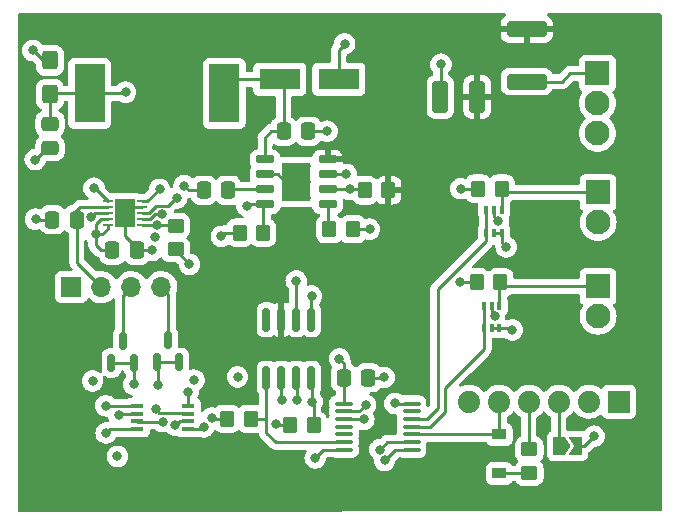
<source format=gbr>
%TF.GenerationSoftware,KiCad,Pcbnew,6.0.11-2627ca5db0~126~ubuntu22.04.1*%
%TF.CreationDate,2023-02-18T01:34:50-05:00*%
%TF.ProjectId,lin-coolant-temperature,6c696e2d-636f-46f6-9c61-6e742d74656d,1.0*%
%TF.SameCoordinates,Original*%
%TF.FileFunction,Copper,L1,Top*%
%TF.FilePolarity,Positive*%
%FSLAX46Y46*%
G04 Gerber Fmt 4.6, Leading zero omitted, Abs format (unit mm)*
G04 Created by KiCad (PCBNEW 6.0.11-2627ca5db0~126~ubuntu22.04.1) date 2023-02-18 01:34:50*
%MOMM*%
%LPD*%
G01*
G04 APERTURE LIST*
G04 Aperture macros list*
%AMRoundRect*
0 Rectangle with rounded corners*
0 $1 Rounding radius*
0 $2 $3 $4 $5 $6 $7 $8 $9 X,Y pos of 4 corners*
0 Add a 4 corners polygon primitive as box body*
4,1,4,$2,$3,$4,$5,$6,$7,$8,$9,$2,$3,0*
0 Add four circle primitives for the rounded corners*
1,1,$1+$1,$2,$3*
1,1,$1+$1,$4,$5*
1,1,$1+$1,$6,$7*
1,1,$1+$1,$8,$9*
0 Add four rect primitives between the rounded corners*
20,1,$1+$1,$2,$3,$4,$5,0*
20,1,$1+$1,$4,$5,$6,$7,0*
20,1,$1+$1,$6,$7,$8,$9,0*
20,1,$1+$1,$8,$9,$2,$3,0*%
%AMFreePoly0*
4,1,6,1.000000,0.000000,0.500000,-0.750000,-0.500000,-0.750000,-0.500000,0.750000,0.500000,0.750000,1.000000,0.000000,1.000000,0.000000,$1*%
%AMFreePoly1*
4,1,6,0.500000,-0.750000,-0.650000,-0.750000,-0.150000,0.000000,-0.650000,0.750000,0.500000,0.750000,0.500000,-0.750000,0.500000,-0.750000,$1*%
G04 Aperture macros list end*
%TA.AperFunction,SMDPad,CuDef*%
%ADD10R,0.400000X0.650000*%
%TD*%
%TA.AperFunction,SMDPad,CuDef*%
%ADD11RoundRect,0.250000X-0.350000X-0.450000X0.350000X-0.450000X0.350000X0.450000X-0.350000X0.450000X0*%
%TD*%
%TA.AperFunction,ComponentPad*%
%ADD12R,2.100000X2.100000*%
%TD*%
%TA.AperFunction,ComponentPad*%
%ADD13C,2.100000*%
%TD*%
%TA.AperFunction,SMDPad,CuDef*%
%ADD14RoundRect,0.100000X-0.637500X-0.100000X0.637500X-0.100000X0.637500X0.100000X-0.637500X0.100000X0*%
%TD*%
%TA.AperFunction,SMDPad,CuDef*%
%ADD15RoundRect,0.250000X0.350000X0.450000X-0.350000X0.450000X-0.350000X-0.450000X0.350000X-0.450000X0*%
%TD*%
%TA.AperFunction,SMDPad,CuDef*%
%ADD16RoundRect,0.250000X-0.475000X0.337500X-0.475000X-0.337500X0.475000X-0.337500X0.475000X0.337500X0*%
%TD*%
%TA.AperFunction,SMDPad,CuDef*%
%ADD17RoundRect,0.250000X0.450000X-0.350000X0.450000X0.350000X-0.450000X0.350000X-0.450000X-0.350000X0*%
%TD*%
%TA.AperFunction,SMDPad,CuDef*%
%ADD18RoundRect,0.250000X1.450000X-0.400000X1.450000X0.400000X-1.450000X0.400000X-1.450000X-0.400000X0*%
%TD*%
%TA.AperFunction,SMDPad,CuDef*%
%ADD19R,3.500000X1.800000*%
%TD*%
%TA.AperFunction,SMDPad,CuDef*%
%ADD20RoundRect,0.250000X0.337500X0.475000X-0.337500X0.475000X-0.337500X-0.475000X0.337500X-0.475000X0*%
%TD*%
%TA.AperFunction,SMDPad,CuDef*%
%ADD21RoundRect,0.250000X0.425000X-0.537500X0.425000X0.537500X-0.425000X0.537500X-0.425000X-0.537500X0*%
%TD*%
%TA.AperFunction,ComponentPad*%
%ADD22R,1.700000X1.700000*%
%TD*%
%TA.AperFunction,ComponentPad*%
%ADD23O,1.700000X1.700000*%
%TD*%
%TA.AperFunction,SMDPad,CuDef*%
%ADD24RoundRect,0.150000X0.150000X-0.825000X0.150000X0.825000X-0.150000X0.825000X-0.150000X-0.825000X0*%
%TD*%
%TA.AperFunction,SMDPad,CuDef*%
%ADD25RoundRect,0.150000X0.150000X-0.587500X0.150000X0.587500X-0.150000X0.587500X-0.150000X-0.587500X0*%
%TD*%
%TA.AperFunction,SMDPad,CuDef*%
%ADD26RoundRect,0.250000X-0.337500X-0.475000X0.337500X-0.475000X0.337500X0.475000X-0.337500X0.475000X0*%
%TD*%
%TA.AperFunction,SMDPad,CuDef*%
%ADD27RoundRect,0.250000X0.412500X1.100000X-0.412500X1.100000X-0.412500X-1.100000X0.412500X-1.100000X0*%
%TD*%
%TA.AperFunction,SMDPad,CuDef*%
%ADD28R,1.100000X0.400000*%
%TD*%
%TA.AperFunction,SMDPad,CuDef*%
%ADD29R,2.590800X5.003800*%
%TD*%
%TA.AperFunction,SMDPad,CuDef*%
%ADD30FreePoly0,0.000000*%
%TD*%
%TA.AperFunction,SMDPad,CuDef*%
%ADD31FreePoly1,0.000000*%
%TD*%
%TA.AperFunction,SMDPad,CuDef*%
%ADD32R,1.200000X0.900000*%
%TD*%
%TA.AperFunction,SMDPad,CuDef*%
%ADD33RoundRect,0.150000X-0.650000X-0.150000X0.650000X-0.150000X0.650000X0.150000X-0.650000X0.150000X0*%
%TD*%
%TA.AperFunction,ComponentPad*%
%ADD34C,0.500000*%
%TD*%
%TA.AperFunction,SMDPad,CuDef*%
%ADD35R,2.400000X3.200000*%
%TD*%
%TA.AperFunction,SMDPad,CuDef*%
%ADD36R,0.812800X0.254000*%
%TD*%
%TA.AperFunction,SMDPad,CuDef*%
%ADD37R,1.752600X2.489200*%
%TD*%
%TA.AperFunction,ComponentPad*%
%ADD38R,1.879600X1.879600*%
%TD*%
%TA.AperFunction,ComponentPad*%
%ADD39C,1.879600*%
%TD*%
%TA.AperFunction,ViaPad*%
%ADD40C,0.800000*%
%TD*%
%TA.AperFunction,Conductor*%
%ADD41C,0.250000*%
%TD*%
G04 APERTURE END LIST*
D10*
%TO.P,U7,1,+*%
%TO.N,Net-(D4-Pad1)*%
X216400000Y-83675000D03*
%TO.P,U7,2,V-*%
%TO.N,GND*%
X215750000Y-83675000D03*
%TO.P,U7,3,-*%
%TO.N,VTHERM0*%
X215100000Y-83675000D03*
%TO.P,U7,4*%
X215100000Y-85575000D03*
%TO.P,U7,5,~{SHDN}*%
%TO.N,+3V3*%
X215750000Y-85575000D03*
%TO.P,U7,6,V+*%
X216400000Y-85575000D03*
%TD*%
%TO.P,U6,1,+*%
%TO.N,Net-(D3-Pad1)*%
X216600000Y-75600000D03*
%TO.P,U6,2,V-*%
%TO.N,GND*%
X215950000Y-75600000D03*
%TO.P,U6,3,-*%
%TO.N,VTHERM1*%
X215300000Y-75600000D03*
%TO.P,U6,4*%
X215300000Y-77500000D03*
%TO.P,U6,5,~{SHDN}*%
%TO.N,+3V3*%
X215950000Y-77500000D03*
%TO.P,U6,6,V+*%
X216600000Y-77500000D03*
%TD*%
D11*
%TO.P,R19,1*%
%TO.N,+3V3*%
X214475000Y-81700000D03*
%TO.P,R19,2*%
%TO.N,Net-(D4-Pad1)*%
X216475000Y-81700000D03*
%TD*%
%TO.P,R18,2*%
%TO.N,Net-(D3-Pad1)*%
X216600000Y-73775000D03*
%TO.P,R18,1*%
%TO.N,+3V3*%
X214600000Y-73775000D03*
%TD*%
D12*
%TO.P,J5,1,Pin_1*%
%TO.N,Net-(D4-Pad1)*%
X224750000Y-82030000D03*
D13*
%TO.P,J5,2,Pin_2*%
%TO.N,GND*%
X224750000Y-84570000D03*
%TD*%
D12*
%TO.P,J4,1,Pin_1*%
%TO.N,Net-(D3-Pad1)*%
X224750000Y-74075000D03*
D13*
%TO.P,J4,2,Pin_2*%
%TO.N,GND*%
X224750000Y-76615000D03*
%TD*%
D14*
%TO.P,U2,1,VCC*%
%TO.N,+3V3*%
X203237500Y-91975000D03*
%TO.P,U2,2,PA4*%
%TO.N,~{LIN_SLP}*%
X203237500Y-92625000D03*
%TO.P,U2,3,PA5*%
%TO.N,~{LIN_WAKE}*%
X203237500Y-93275000D03*
%TO.P,U2,4,PA6*%
%TO.N,unconnected-(U2-Pad4)*%
X203237500Y-93925000D03*
%TO.P,U2,5,PA7*%
%TO.N,unconnected-(U2-Pad5)*%
X203237500Y-94575000D03*
%TO.P,U2,6,PB3*%
%TO.N,RXD*%
X203237500Y-95225000D03*
%TO.P,U2,7,PB2*%
%TO.N,TXD*%
X203237500Y-95875000D03*
%TO.P,U2,8,PB1*%
%TO.N,SDA3V*%
X208962500Y-95875000D03*
%TO.P,U2,9,PB0*%
%TO.N,SCL3V*%
X208962500Y-95225000D03*
%TO.P,U2,10,~{RESET}/PA0*%
%TO.N,UPDI*%
X208962500Y-94575000D03*
%TO.P,U2,11,PA1*%
%TO.N,VTHERM0*%
X208962500Y-93925000D03*
%TO.P,U2,12,PA2*%
%TO.N,VTHERM1*%
X208962500Y-93275000D03*
%TO.P,U2,13,PA3*%
%TO.N,~{RESET}*%
X208962500Y-92625000D03*
%TO.P,U2,14,GND*%
%TO.N,GND*%
X208962500Y-91975000D03*
%TD*%
D15*
%TO.P,R12,1*%
%TO.N,+12V*%
X207000000Y-73900000D03*
%TO.P,R12,2*%
%TO.N,Net-(R12-Pad2)*%
X205000000Y-73900000D03*
%TD*%
D16*
%TO.P,C10,1*%
%TO.N,+3V3*%
X178350000Y-68262500D03*
%TO.P,C10,2*%
%TO.N,GND*%
X178350000Y-70337500D03*
%TD*%
D17*
%TO.P,R5,1*%
%TO.N,Net-(D1-Pad1)*%
X218925000Y-97850000D03*
%TO.P,R5,2*%
%TO.N,Net-(J1-Pad4)*%
X218925000Y-95850000D03*
%TD*%
D18*
%TO.P,F1,1*%
%TO.N,+BATT*%
X218700000Y-64700000D03*
%TO.P,F1,2*%
%TO.N,+12V*%
X218700000Y-60250000D03*
%TD*%
D19*
%TO.P,D2,1,K*%
%TO.N,Net-(C5-Pad2)*%
X197800000Y-64500000D03*
%TO.P,D2,2,A*%
%TO.N,GND*%
X202800000Y-64500000D03*
%TD*%
D20*
%TO.P,C11,1*%
%TO.N,+5V*%
X180625000Y-76400000D03*
%TO.P,C11,2*%
%TO.N,GND*%
X178550000Y-76400000D03*
%TD*%
%TO.P,C5,1*%
%TO.N,Net-(C5-Pad1)*%
X200200000Y-68900000D03*
%TO.P,C5,2*%
%TO.N,Net-(C5-Pad2)*%
X198125000Y-68900000D03*
%TD*%
D21*
%TO.P,C9,1*%
%TO.N,+3V3*%
X178350000Y-65787500D03*
%TO.P,C9,2*%
%TO.N,GND*%
X178350000Y-62912500D03*
%TD*%
D22*
%TO.P,J2,1,Pin_1*%
%TO.N,GND*%
X180150000Y-82100000D03*
D23*
%TO.P,J2,2,Pin_2*%
%TO.N,+5V*%
X182690000Y-82100000D03*
%TO.P,J2,3,Pin_3*%
%TO.N,SDA5V*%
X185230000Y-82100000D03*
%TO.P,J2,4,Pin_4*%
%TO.N,SCL5V*%
X187770000Y-82100000D03*
%TD*%
D24*
%TO.P,U1,1,RXD*%
%TO.N,RXD*%
X196670000Y-89800000D03*
%TO.P,U1,2,~{SLP}*%
%TO.N,~{LIN_SLP}*%
X197940000Y-89800000D03*
%TO.P,U1,3,~{WAKE}*%
%TO.N,~{LIN_WAKE}*%
X199210000Y-89800000D03*
%TO.P,U1,4,TXD*%
%TO.N,TXD*%
X200480000Y-89800000D03*
%TO.P,U1,5,GND*%
%TO.N,GND*%
X200480000Y-84850000D03*
%TO.P,U1,6,LIN*%
%TO.N,LIN*%
X199210000Y-84850000D03*
%TO.P,U1,7,VBAT*%
%TO.N,+12V*%
X197940000Y-84850000D03*
%TO.P,U1,8,INH*%
%TO.N,unconnected-(U1-Pad8)*%
X196670000Y-84850000D03*
%TD*%
D25*
%TO.P,Q1,1,G*%
%TO.N,SCL3V*%
X187400000Y-88475000D03*
%TO.P,Q1,2,S*%
X189300000Y-88475000D03*
%TO.P,Q1,3,D*%
%TO.N,SCL5V*%
X188350000Y-86600000D03*
%TD*%
D26*
%TO.P,C3,1*%
%TO.N,+3V3*%
X183637500Y-78975000D03*
%TO.P,C3,2*%
%TO.N,GND*%
X185712500Y-78975000D03*
%TD*%
D20*
%TO.P,C6,1*%
%TO.N,Net-(C6-Pad1)*%
X193437500Y-73900000D03*
%TO.P,C6,2*%
%TO.N,Net-(C6-Pad2)*%
X191362500Y-73900000D03*
%TD*%
D27*
%TO.P,C4,1*%
%TO.N,+12V*%
X214525000Y-66000000D03*
%TO.P,C4,2*%
%TO.N,GND*%
X211400000Y-66000000D03*
%TD*%
D11*
%TO.P,R1,1*%
%TO.N,+3V3*%
X193325000Y-93250000D03*
%TO.P,R1,2*%
%TO.N,RXD*%
X195325000Y-93250000D03*
%TD*%
D20*
%TO.P,C1,1*%
%TO.N,GND*%
X205300000Y-89775000D03*
%TO.P,C1,2*%
%TO.N,+3V3*%
X203225000Y-89775000D03*
%TD*%
D28*
%TO.P,U3,1,IO0*%
%TO.N,Net-(JP5-Pad2)*%
X185750000Y-92175000D03*
%TO.P,U3,2,IO1*%
%TO.N,Net-(JP4-Pad2)*%
X185750000Y-92825000D03*
%TO.P,U3,3,IO2*%
%TO.N,Net-(JP3-Pad2)*%
X185750000Y-93475000D03*
%TO.P,U3,4,VSS*%
%TO.N,GND*%
X185750000Y-94125000D03*
%TO.P,U3,5,IO3*%
%TO.N,Net-(JP2-Pad2)*%
X190050000Y-94125000D03*
%TO.P,U3,6,SCL*%
%TO.N,SCL3V*%
X190050000Y-93475000D03*
%TO.P,U3,7,SDA*%
%TO.N,SDA3V*%
X190050000Y-92825000D03*
%TO.P,U3,8,VDD*%
%TO.N,+3V3*%
X190050000Y-92175000D03*
%TD*%
D11*
%TO.P,R16,1*%
%TO.N,+3V3*%
X194400000Y-77500000D03*
%TO.P,R16,2*%
%TO.N,Net-(R16-Pad2)*%
X196400000Y-77500000D03*
%TD*%
D29*
%TO.P,L1,1,1*%
%TO.N,Net-(C5-Pad2)*%
X193100000Y-65700000D03*
%TO.P,L1,2,2*%
%TO.N,+3V3*%
X181695400Y-65700000D03*
%TD*%
D17*
%TO.P,R10,1*%
%TO.N,+3V3*%
X188975000Y-78900000D03*
%TO.P,R10,2*%
%TO.N,Net-(R10-Pad2)*%
X188975000Y-76900000D03*
%TD*%
D30*
%TO.P,JP1,1,A*%
%TO.N,Net-(J1-Pad3)*%
X221450000Y-95550000D03*
D31*
%TO.P,JP1,2,B*%
%TO.N,+3V3*%
X222900000Y-95550000D03*
%TD*%
D32*
%TO.P,D1,1,K*%
%TO.N,Net-(D1-Pad1)*%
X216400000Y-97875000D03*
%TO.P,D1,2,A*%
%TO.N,UPDI*%
X216400000Y-94575000D03*
%TD*%
D33*
%TO.P,U5,1,LX*%
%TO.N,Net-(C5-Pad2)*%
X196550000Y-71295000D03*
%TO.P,U5,2,GND*%
%TO.N,GND*%
X196550000Y-72565000D03*
%TO.P,U5,3,VC*%
%TO.N,Net-(C6-Pad1)*%
X196550000Y-73835000D03*
%TO.P,U5,4,FB*%
%TO.N,Net-(R16-Pad2)*%
X196550000Y-75105000D03*
%TO.P,U5,5,RT*%
%TO.N,Net-(R14-Pad1)*%
X201850000Y-75105000D03*
%TO.P,U5,6,EN*%
%TO.N,Net-(R12-Pad2)*%
X201850000Y-73835000D03*
%TO.P,U5,7,BST*%
%TO.N,Net-(C5-Pad1)*%
X201850000Y-72565000D03*
%TO.P,U5,8,VCC*%
%TO.N,+12V*%
X201850000Y-71295000D03*
D34*
%TO.P,U5,9,GND*%
%TO.N,GND*%
X200150000Y-71850000D03*
X198250000Y-73200000D03*
X198250000Y-74550000D03*
X200150000Y-73200000D03*
X200150000Y-74550000D03*
D35*
X199200000Y-73200000D03*
D34*
X198250000Y-71850000D03*
%TD*%
D12*
%TO.P,J3,1,Pin_1*%
%TO.N,+BATT*%
X224700000Y-64000000D03*
D13*
%TO.P,J3,2,Pin_2*%
%TO.N,GND*%
X224700000Y-66540000D03*
%TO.P,J3,3,Pin_3*%
%TO.N,LIN*%
X224700000Y-69080000D03*
%TD*%
D36*
%TO.P,U4,1,C2+*%
%TO.N,Net-(C8-Pad1)*%
X183252200Y-74849999D03*
%TO.P,U4,2,VOUT*%
%TO.N,+5V*%
X183252200Y-75350001D03*
%TO.P,U4,3,C1+*%
%TO.N,Net-(C7-Pad2)*%
X183252200Y-75850000D03*
%TO.P,U4,4,\u002ASHDN*%
%TO.N,+3V3*%
X183252200Y-76349999D03*
%TO.P,U4,5,VSEL/FB*%
X183252200Y-76850001D03*
%TO.P,U4,6,MODE*%
%TO.N,Net-(R10-Pad2)*%
X186147800Y-76850001D03*
%TO.P,U4,7,VIN*%
%TO.N,+3V3*%
X186147800Y-76349999D03*
%TO.P,U4,8,C2-*%
%TO.N,Net-(C8-Pad2)*%
X186147800Y-75850000D03*
%TO.P,U4,9,GND*%
%TO.N,GND*%
X186147800Y-75350001D03*
%TO.P,U4,10,C1-*%
%TO.N,Net-(C7-Pad1)*%
X186147800Y-74849999D03*
D37*
%TO.P,U4,11,EPAD*%
%TO.N,GND*%
X184700000Y-75850000D03*
%TD*%
D25*
%TO.P,Q2,1,G*%
%TO.N,SDA3V*%
X183550000Y-88525000D03*
%TO.P,Q2,2,S*%
X185450000Y-88525000D03*
%TO.P,Q2,3,D*%
%TO.N,SDA5V*%
X184500000Y-86650000D03*
%TD*%
D11*
%TO.P,R14,1*%
%TO.N,Net-(R14-Pad1)*%
X202000000Y-77200000D03*
%TO.P,R14,2*%
%TO.N,GND*%
X204000000Y-77200000D03*
%TD*%
%TO.P,R2,1*%
%TO.N,+3V3*%
X198675000Y-93775000D03*
%TO.P,R2,2*%
%TO.N,TXD*%
X200675000Y-93775000D03*
%TD*%
D38*
%TO.P,J1,1,GND*%
%TO.N,GND*%
X226520000Y-91800000D03*
D39*
%TO.P,J1,2,CTS*%
%TO.N,unconnected-(J1-Pad2)*%
X223980000Y-91800000D03*
%TO.P,J1,3,VCC*%
%TO.N,Net-(J1-Pad3)*%
X221440000Y-91800000D03*
%TO.P,J1,4,TXD*%
%TO.N,Net-(J1-Pad4)*%
X218900000Y-91800000D03*
%TO.P,J1,5,RXD*%
%TO.N,UPDI*%
X216360000Y-91800000D03*
%TO.P,J1,6,RTS*%
%TO.N,unconnected-(J1-Pad6)*%
X213820000Y-91800000D03*
%TD*%
D40*
%TO.N,+3V3*%
X217500000Y-85725000D03*
%TO.N,GND*%
X215982713Y-84558738D03*
%TO.N,+3V3*%
X213050000Y-81675000D03*
X216975000Y-78700000D03*
X213125000Y-73775000D03*
%TO.N,GND*%
X216306500Y-76517165D03*
X211450000Y-63225000D03*
X184652903Y-75302969D03*
X203300000Y-61500000D03*
X177100000Y-71300000D03*
X205400000Y-77200000D03*
X176900000Y-62050000D03*
X177125000Y-76350000D03*
X207550000Y-91950000D03*
X183100000Y-94450000D03*
X200500000Y-82850000D03*
X187000000Y-79000000D03*
X206625000Y-89750000D03*
%TO.N,Net-(C5-Pad1)*%
X203435000Y-72565000D03*
X201800000Y-68900000D03*
%TO.N,LIN*%
X199200000Y-81575000D03*
%TO.N,TXD*%
X200800000Y-96575000D03*
X200550000Y-91800000D03*
%TO.N,~{LIN_SLP}*%
X197950000Y-91675000D03*
%TO.N,~{LIN_WAKE}*%
X204925000Y-93300000D03*
X199225000Y-91625000D03*
%TO.N,Net-(C6-Pad2)*%
X189700000Y-73500000D03*
%TO.N,Net-(C7-Pad1)*%
X187200000Y-77875000D03*
X187625000Y-73825500D03*
%TO.N,Net-(C7-Pad2)*%
X181812000Y-76162529D03*
%TO.N,Net-(C8-Pad1)*%
X182075000Y-73725000D03*
%TO.N,Net-(C8-Pad2)*%
X189075000Y-74550000D03*
%TO.N,SDA3V*%
X187300000Y-92450000D03*
X206675000Y-96775000D03*
X185425000Y-90325000D03*
%TO.N,SCL3V*%
X206290576Y-95852382D03*
X187450000Y-90425000D03*
X188918398Y-93779600D03*
%TO.N,+3V3*%
X194225000Y-89700000D03*
X197475000Y-93675000D03*
X192850000Y-77800000D03*
X184750000Y-65600000D03*
X190050000Y-90950000D03*
X202850000Y-88175000D03*
X187809929Y-75950089D03*
X192025000Y-93200000D03*
X224425000Y-94725000D03*
X181950000Y-90050000D03*
X190150000Y-80175000D03*
X190550000Y-89975000D03*
X182225000Y-77625000D03*
%TO.N,Net-(R10-Pad2)*%
X187374999Y-76850001D03*
%TO.N,Net-(R12-Pad2)*%
X203735000Y-73835000D03*
%TO.N,Net-(R16-Pad2)*%
X195000000Y-75200000D03*
%TO.N,~{LIN_SLP}*%
X205075000Y-92075000D03*
%TO.N,Net-(JP2-Pad2)*%
X191362756Y-93948624D03*
%TO.N,Net-(JP3-Pad2)*%
X187887299Y-93487701D03*
%TO.N,Net-(JP4-Pad2)*%
X184175000Y-92899500D03*
%TO.N,Net-(JP5-Pad2)*%
X184049695Y-96425000D03*
X183075000Y-92150000D03*
%TD*%
D41*
%TO.N,VTHERM1*%
X215300000Y-77500000D02*
X215300000Y-78175000D01*
X215300000Y-78175000D02*
X211175000Y-82300000D01*
X211175000Y-82300000D02*
X211175000Y-92350000D01*
X211175000Y-92350000D02*
X210250000Y-93275000D01*
X210250000Y-93275000D02*
X208962500Y-93275000D01*
%TO.N,VTHERM0*%
X215100000Y-85575000D02*
X215100000Y-87325000D01*
X215100000Y-87325000D02*
X211775000Y-90650000D01*
X210525000Y-93925000D02*
X208962500Y-93925000D01*
X211775000Y-90650000D02*
X211775000Y-92675000D01*
X211775000Y-92675000D02*
X210525000Y-93925000D01*
X215100000Y-83675000D02*
X215100000Y-85575000D01*
%TO.N,+3V3*%
X217350000Y-85575000D02*
X217500000Y-85725000D01*
X216400000Y-85575000D02*
X217350000Y-85575000D01*
X215750000Y-85575000D02*
X216400000Y-85575000D01*
%TO.N,GND*%
X215750000Y-84326025D02*
X215982713Y-84558738D01*
X215750000Y-83675000D02*
X215750000Y-84326025D01*
%TO.N,+3V3*%
X213075000Y-81700000D02*
X213050000Y-81675000D01*
X214475000Y-81700000D02*
X213075000Y-81700000D01*
%TO.N,VTHERM1*%
X215300000Y-75600000D02*
X215300000Y-77500000D01*
%TO.N,+3V3*%
X216600000Y-78325000D02*
X216975000Y-78700000D01*
X216600000Y-77500000D02*
X216600000Y-78325000D01*
X215950000Y-77500000D02*
X216600000Y-77500000D01*
X214600000Y-73775000D02*
X213125000Y-73775000D01*
%TO.N,GND*%
X215950000Y-76160665D02*
X216306500Y-76517165D01*
X215950000Y-75600000D02*
X215950000Y-76160665D01*
%TO.N,Net-(D3-Pad1)*%
X216600000Y-75600000D02*
X216600000Y-73775000D01*
X216600000Y-73775000D02*
X216900000Y-74075000D01*
X216900000Y-74075000D02*
X224750000Y-74075000D01*
%TO.N,Net-(D4-Pad1)*%
X216400000Y-83675000D02*
X216400000Y-81775000D01*
X216400000Y-81775000D02*
X216475000Y-81700000D01*
X216475000Y-81700000D02*
X216805000Y-82030000D01*
X216805000Y-82030000D02*
X224750000Y-82030000D01*
%TO.N,TXD*%
X200550000Y-91800000D02*
X200550000Y-89870000D01*
X200550000Y-89870000D02*
X200480000Y-89800000D01*
X200550000Y-91800000D02*
X200675000Y-91925000D01*
X200675000Y-91925000D02*
X200675000Y-93775000D01*
%TO.N,~{LIN_SLP}*%
X197950000Y-91675000D02*
X197940000Y-91665000D01*
X197940000Y-91665000D02*
X197940000Y-89800000D01*
%TO.N,~{LIN_WAKE}*%
X199225000Y-91625000D02*
X199225000Y-89815000D01*
X199225000Y-89815000D02*
X199210000Y-89800000D01*
%TO.N,~{LIN_SLP}*%
X205075000Y-92075000D02*
X205325305Y-92075000D01*
%TO.N,~{LIN_WAKE}*%
X203237500Y-93275000D02*
X204900000Y-93275000D01*
X204900000Y-93275000D02*
X204925000Y-93300000D01*
%TO.N,GND*%
X211450000Y-63225000D02*
X211450000Y-65950000D01*
X211450000Y-65950000D02*
X211400000Y-66000000D01*
X185750000Y-94125000D02*
X183425000Y-94125000D01*
X184700000Y-77775000D02*
X184700000Y-75850000D01*
X186147800Y-75350001D02*
X185199999Y-75350001D01*
X185712500Y-78975000D02*
X186975000Y-78975000D01*
X204000000Y-77200000D02*
X205400000Y-77200000D01*
X208987500Y-91975000D02*
X207575000Y-91975000D01*
X177175000Y-76400000D02*
X177125000Y-76350000D01*
X178062500Y-70337500D02*
X177100000Y-71300000D01*
X202800000Y-64500000D02*
X202800000Y-62000000D01*
X183425000Y-94125000D02*
X183100000Y-94450000D01*
X184700000Y-75850000D02*
X184700000Y-75350066D01*
X177762500Y-62912500D02*
X176900000Y-62050000D01*
X200480000Y-84850000D02*
X200480000Y-82870000D01*
X184700000Y-75350066D02*
X184652903Y-75302969D01*
X178350000Y-70337500D02*
X178062500Y-70337500D01*
X196550000Y-72565000D02*
X197615000Y-72565000D01*
X205300000Y-89775000D02*
X206600000Y-89775000D01*
X207575000Y-91975000D02*
X207550000Y-91950000D01*
X185712500Y-78787500D02*
X184700000Y-77775000D01*
X185712500Y-78975000D02*
X185712500Y-78787500D01*
X202800000Y-62000000D02*
X203300000Y-61500000D01*
X178550000Y-76400000D02*
X177175000Y-76400000D01*
X185199999Y-75350001D02*
X184700000Y-75850000D01*
X197615000Y-72565000D02*
X198250000Y-73200000D01*
X186975000Y-78975000D02*
X187000000Y-79000000D01*
X178350000Y-62912500D02*
X177762500Y-62912500D01*
X200480000Y-82870000D02*
X200500000Y-82850000D01*
X206600000Y-89775000D02*
X206625000Y-89750000D01*
%TO.N,+5V*%
X180475000Y-75775000D02*
X180475000Y-76250000D01*
X180899999Y-75350001D02*
X180475000Y-75775000D01*
X180625000Y-76400000D02*
X180625000Y-80035000D01*
X180625000Y-80035000D02*
X182690000Y-82100000D01*
X183252200Y-75350001D02*
X180899999Y-75350001D01*
%TO.N,Net-(C5-Pad1)*%
X200200000Y-68900000D02*
X201800000Y-68900000D01*
X203435000Y-72565000D02*
X201850000Y-72565000D01*
%TO.N,LIN*%
X199210000Y-84850000D02*
X199210000Y-81585000D01*
X199210000Y-81585000D02*
X199200000Y-81575000D01*
%TO.N,TXD*%
X201500000Y-95875000D02*
X200800000Y-96575000D01*
X203262500Y-95875000D02*
X201500000Y-95875000D01*
%TO.N,RXD*%
X196670000Y-93130000D02*
X196670000Y-89800000D01*
X196550000Y-93250000D02*
X196670000Y-93130000D01*
X197450000Y-95225000D02*
X196670000Y-94445000D01*
X203262500Y-95225000D02*
X197450000Y-95225000D01*
X195325000Y-93250000D02*
X196550000Y-93250000D01*
X196670000Y-94445000D02*
X196670000Y-93130000D01*
%TO.N,Net-(C5-Pad2)*%
X193100000Y-65700000D02*
X194300000Y-64500000D01*
X198125000Y-64825000D02*
X197800000Y-64500000D01*
X196550000Y-69450000D02*
X197100000Y-68900000D01*
X196550000Y-71295000D02*
X196550000Y-69450000D01*
X194300000Y-64500000D02*
X197800000Y-64500000D01*
X198125000Y-68900000D02*
X198125000Y-64825000D01*
X197100000Y-68900000D02*
X198125000Y-68900000D01*
%TO.N,Net-(C6-Pad1)*%
X196550000Y-73835000D02*
X193502500Y-73835000D01*
X193502500Y-73835000D02*
X193437500Y-73900000D01*
%TO.N,Net-(C6-Pad2)*%
X191362500Y-73900000D02*
X190100000Y-73900000D01*
X190100000Y-73900000D02*
X189700000Y-73500000D01*
%TO.N,Net-(C7-Pad1)*%
X186147800Y-74849999D02*
X186600501Y-74849999D01*
X186600501Y-74849999D02*
X187625000Y-73825500D01*
%TO.N,Net-(C7-Pad2)*%
X183252200Y-75850000D02*
X182124529Y-75850000D01*
X182124529Y-75850000D02*
X181812000Y-76162529D01*
%TO.N,Net-(C8-Pad1)*%
X182075000Y-73725000D02*
X182127201Y-73725000D01*
X182127201Y-73725000D02*
X183252200Y-74849999D01*
%TO.N,Net-(C8-Pad2)*%
X189075000Y-74550000D02*
X188975000Y-74550000D01*
X186694804Y-75850000D02*
X186147800Y-75850000D01*
X188975000Y-74550000D02*
X188299911Y-75225089D01*
X187319715Y-75225089D02*
X186694804Y-75850000D01*
X188299911Y-75225089D02*
X187319715Y-75225089D01*
%TO.N,Net-(D1-Pad1)*%
X218925000Y-97850000D02*
X218900000Y-97875000D01*
X218900000Y-97875000D02*
X216400000Y-97875000D01*
%TO.N,UPDI*%
X216400000Y-91840000D02*
X216360000Y-91800000D01*
X216400000Y-94575000D02*
X216400000Y-91840000D01*
X208987500Y-94575000D02*
X216400000Y-94575000D01*
%TO.N,+BATT*%
X222400000Y-64000000D02*
X221700000Y-64700000D01*
X224700000Y-64000000D02*
X222400000Y-64000000D01*
X221700000Y-64700000D02*
X218700000Y-64700000D01*
%TO.N,Net-(J1-Pad3)*%
X221440000Y-95540000D02*
X221440000Y-91800000D01*
X221450000Y-95550000D02*
X221440000Y-95540000D01*
%TO.N,SDA3V*%
X185425000Y-88550000D02*
X185450000Y-88525000D01*
X187612701Y-92762701D02*
X187300000Y-92450000D01*
X208987500Y-95875000D02*
X207575000Y-95875000D01*
X207575000Y-95875000D02*
X206675000Y-96775000D01*
X189987701Y-92762701D02*
X187612701Y-92762701D01*
X185450000Y-88525000D02*
X183550000Y-88525000D01*
X185425000Y-90325000D02*
X185425000Y-88550000D01*
X190050000Y-92825000D02*
X189987701Y-92762701D01*
%TO.N,SCL3V*%
X189000000Y-93800000D02*
X188979600Y-93779600D01*
X188979600Y-93779600D02*
X188918398Y-93779600D01*
X187450000Y-88525000D02*
X187400000Y-88475000D01*
X190050000Y-93475000D02*
X189325000Y-93475000D01*
X189325000Y-93475000D02*
X189000000Y-93800000D01*
X187400000Y-88475000D02*
X189300000Y-88475000D01*
X208987500Y-95225000D02*
X206917958Y-95225000D01*
X206917958Y-95225000D02*
X206290576Y-95852382D01*
X187450000Y-90425000D02*
X187450000Y-88525000D01*
%TO.N,+3V3*%
X182225000Y-77625000D02*
X182775000Y-77625000D01*
X194400000Y-77500000D02*
X193150000Y-77500000D01*
X182225000Y-78550000D02*
X182650000Y-78975000D01*
X223600000Y-95550000D02*
X224425000Y-94725000D01*
X186831201Y-76349999D02*
X187231111Y-75950089D01*
X178437500Y-65700000D02*
X181695400Y-65700000D01*
X198675000Y-93775000D02*
X197575000Y-93775000D01*
X203225000Y-89775000D02*
X203225000Y-91937500D01*
X182225000Y-77625000D02*
X182225000Y-78550000D01*
X187231111Y-75950089D02*
X187809929Y-75950089D01*
X178350000Y-68262500D02*
X178350000Y-65787500D01*
X192075000Y-93250000D02*
X192025000Y-93200000D01*
X182225000Y-77625000D02*
X182225000Y-76800000D01*
X188975000Y-79000000D02*
X190150000Y-80175000D01*
X203225000Y-89775000D02*
X203225000Y-88550000D01*
X183252200Y-77147800D02*
X183252200Y-76850001D01*
X203225000Y-91937500D02*
X203262500Y-91975000D01*
X203225000Y-88550000D02*
X202850000Y-88175000D01*
X184650000Y-65700000D02*
X184750000Y-65600000D01*
X197575000Y-93775000D02*
X197475000Y-93675000D01*
X182775000Y-77625000D02*
X183252200Y-77147800D01*
X181695400Y-65700000D02*
X184650000Y-65700000D01*
X188975000Y-78900000D02*
X188975000Y-79000000D01*
X182225000Y-76800000D02*
X182675001Y-76349999D01*
X182675001Y-76349999D02*
X183252200Y-76349999D01*
X193325000Y-93250000D02*
X192075000Y-93250000D01*
X178350000Y-65787500D02*
X178437500Y-65700000D01*
X193150000Y-77500000D02*
X192850000Y-77800000D01*
X190050000Y-92175000D02*
X190050000Y-90950000D01*
X182650000Y-78975000D02*
X183637500Y-78975000D01*
X186147800Y-76349999D02*
X186831201Y-76349999D01*
X222900000Y-95550000D02*
X223600000Y-95550000D01*
%TO.N,SCL5V*%
X188350000Y-86600000D02*
X188350000Y-82680000D01*
X188350000Y-82680000D02*
X187770000Y-82100000D01*
%TO.N,SDA5V*%
X184500000Y-82830000D02*
X185230000Y-82100000D01*
X184500000Y-86650000D02*
X184500000Y-82830000D01*
%TO.N,Net-(J1-Pad4)*%
X218900000Y-95825000D02*
X218900000Y-91800000D01*
X218925000Y-95850000D02*
X218900000Y-95825000D01*
%TO.N,Net-(R10-Pad2)*%
X188925001Y-76850001D02*
X187374999Y-76850001D01*
X186147800Y-76850001D02*
X187374999Y-76850001D01*
X188975000Y-76900000D02*
X188925001Y-76850001D01*
%TO.N,Net-(R12-Pad2)*%
X204935000Y-73835000D02*
X205000000Y-73900000D01*
X201850000Y-73835000D02*
X203735000Y-73835000D01*
X203735000Y-73835000D02*
X204935000Y-73835000D01*
%TO.N,Net-(R14-Pad1)*%
X201850000Y-75105000D02*
X201850000Y-77050000D01*
X201850000Y-77050000D02*
X202000000Y-77200000D01*
%TO.N,Net-(R16-Pad2)*%
X196550000Y-75105000D02*
X195095000Y-75105000D01*
X195095000Y-75105000D02*
X195000000Y-75200000D01*
X196400000Y-77500000D02*
X196400000Y-75255000D01*
X196400000Y-75255000D02*
X196550000Y-75105000D01*
%TO.N,~{LIN_SLP}*%
X203262500Y-92625000D02*
X204525000Y-92625000D01*
X204525000Y-92625000D02*
X205075000Y-92075000D01*
%TO.N,Net-(JP2-Pad2)*%
X191186380Y-94125000D02*
X190050000Y-94125000D01*
X191362756Y-93948624D02*
X191186380Y-94125000D01*
%TO.N,Net-(JP3-Pad2)*%
X185762701Y-93487701D02*
X185750000Y-93475000D01*
X187887299Y-93487701D02*
X185762701Y-93487701D01*
%TO.N,Net-(JP4-Pad2)*%
X184249500Y-92825000D02*
X185750000Y-92825000D01*
X184175000Y-92899500D02*
X184249500Y-92825000D01*
%TO.N,Net-(JP5-Pad2)*%
X183075000Y-92150000D02*
X183100000Y-92175000D01*
X183100000Y-92175000D02*
X185750000Y-92175000D01*
%TD*%
%TA.AperFunction,Conductor*%
%TO.N,+12V*%
G36*
X216923661Y-58948502D02*
G01*
X216970154Y-59002158D01*
X216980258Y-59072432D01*
X216950764Y-59137012D01*
X216921843Y-59161644D01*
X216782193Y-59248063D01*
X216770792Y-59257099D01*
X216656261Y-59371829D01*
X216647249Y-59383240D01*
X216562184Y-59521243D01*
X216556037Y-59534424D01*
X216504862Y-59688710D01*
X216501995Y-59702086D01*
X216492328Y-59796438D01*
X216492000Y-59802854D01*
X216492000Y-59977885D01*
X216496475Y-59993124D01*
X216497865Y-59994329D01*
X216505548Y-59996000D01*
X220889884Y-59996000D01*
X220905123Y-59991525D01*
X220906328Y-59990135D01*
X220907999Y-59982452D01*
X220907999Y-59802905D01*
X220907662Y-59796386D01*
X220897743Y-59700794D01*
X220894851Y-59687400D01*
X220843412Y-59533216D01*
X220837239Y-59520038D01*
X220751937Y-59382193D01*
X220742901Y-59370792D01*
X220628171Y-59256261D01*
X220616760Y-59247249D01*
X220478070Y-59161760D01*
X220430577Y-59108988D01*
X220419153Y-59038917D01*
X220447427Y-58973793D01*
X220506421Y-58934293D01*
X220544186Y-58928500D01*
X229997500Y-58928500D01*
X230065621Y-58948502D01*
X230112114Y-59002158D01*
X230123500Y-59054500D01*
X230123500Y-100966071D01*
X230103498Y-101034192D01*
X230049842Y-101080685D01*
X229997614Y-101092071D01*
X175783994Y-101140950D01*
X175715855Y-101121009D01*
X175669314Y-101067396D01*
X175657880Y-101015096D01*
X175652555Y-96425000D01*
X183136191Y-96425000D01*
X183136881Y-96431565D01*
X183150872Y-96564678D01*
X183156153Y-96614928D01*
X183215168Y-96796556D01*
X183218471Y-96802278D01*
X183218472Y-96802279D01*
X183246019Y-96849991D01*
X183310655Y-96961944D01*
X183315073Y-96966851D01*
X183315074Y-96966852D01*
X183434020Y-97098955D01*
X183438442Y-97103866D01*
X183592943Y-97216118D01*
X183598971Y-97218802D01*
X183598973Y-97218803D01*
X183686448Y-97257749D01*
X183767407Y-97293794D01*
X183852796Y-97311944D01*
X183947751Y-97332128D01*
X183947756Y-97332128D01*
X183954208Y-97333500D01*
X184145182Y-97333500D01*
X184151634Y-97332128D01*
X184151639Y-97332128D01*
X184246594Y-97311944D01*
X184331983Y-97293794D01*
X184412942Y-97257749D01*
X184500417Y-97218803D01*
X184500419Y-97218802D01*
X184506447Y-97216118D01*
X184660948Y-97103866D01*
X184665370Y-97098955D01*
X184784316Y-96966852D01*
X184784317Y-96966851D01*
X184788735Y-96961944D01*
X184853371Y-96849991D01*
X184880918Y-96802279D01*
X184880919Y-96802278D01*
X184884222Y-96796556D01*
X184943237Y-96614928D01*
X184948519Y-96564678D01*
X184962509Y-96431565D01*
X184963199Y-96425000D01*
X184943237Y-96235072D01*
X184884222Y-96053444D01*
X184788735Y-95888056D01*
X184750057Y-95845099D01*
X184665370Y-95751045D01*
X184665369Y-95751044D01*
X184660948Y-95746134D01*
X184506447Y-95633882D01*
X184500419Y-95631198D01*
X184500417Y-95631197D01*
X184338014Y-95558891D01*
X184338013Y-95558891D01*
X184331983Y-95556206D01*
X184238583Y-95536353D01*
X184151639Y-95517872D01*
X184151634Y-95517872D01*
X184145182Y-95516500D01*
X183954208Y-95516500D01*
X183947756Y-95517872D01*
X183947751Y-95517872D01*
X183860807Y-95536353D01*
X183767407Y-95556206D01*
X183761377Y-95558891D01*
X183761376Y-95558891D01*
X183598973Y-95631197D01*
X183598971Y-95631198D01*
X183592943Y-95633882D01*
X183438442Y-95746134D01*
X183434021Y-95751044D01*
X183434020Y-95751045D01*
X183349334Y-95845099D01*
X183310655Y-95888056D01*
X183215168Y-96053444D01*
X183156153Y-96235072D01*
X183136191Y-96425000D01*
X175652555Y-96425000D01*
X175642413Y-87682566D01*
X175629266Y-76350000D01*
X176211496Y-76350000D01*
X176212186Y-76356565D01*
X176229756Y-76523730D01*
X176231458Y-76539928D01*
X176290473Y-76721556D01*
X176385960Y-76886944D01*
X176390378Y-76891851D01*
X176390379Y-76891852D01*
X176491172Y-77003794D01*
X176513747Y-77028866D01*
X176668248Y-77141118D01*
X176674276Y-77143802D01*
X176674278Y-77143803D01*
X176836681Y-77216109D01*
X176842712Y-77218794D01*
X176936112Y-77238647D01*
X177023056Y-77257128D01*
X177023061Y-77257128D01*
X177029513Y-77258500D01*
X177220487Y-77258500D01*
X177226939Y-77257128D01*
X177226944Y-77257128D01*
X177400834Y-77220166D01*
X177400835Y-77220166D01*
X177407288Y-77218794D01*
X177413315Y-77216110D01*
X177417730Y-77214676D01*
X177488697Y-77212648D01*
X177549495Y-77249311D01*
X177563808Y-77268203D01*
X177614022Y-77349348D01*
X177739197Y-77474305D01*
X177745427Y-77478145D01*
X177745428Y-77478146D01*
X177882590Y-77562694D01*
X177889762Y-77567115D01*
X177920406Y-77577279D01*
X178051111Y-77620632D01*
X178051113Y-77620632D01*
X178057639Y-77622797D01*
X178064475Y-77623497D01*
X178064478Y-77623498D01*
X178107531Y-77627909D01*
X178162100Y-77633500D01*
X178937900Y-77633500D01*
X178941146Y-77633163D01*
X178941150Y-77633163D01*
X179036808Y-77623238D01*
X179036812Y-77623237D01*
X179043666Y-77622526D01*
X179050202Y-77620345D01*
X179050204Y-77620345D01*
X179196441Y-77571556D01*
X179211446Y-77566550D01*
X179361848Y-77473478D01*
X179486805Y-77348303D01*
X179489406Y-77344084D01*
X179546530Y-77303583D01*
X179617453Y-77300351D01*
X179678865Y-77335976D01*
X179685422Y-77343530D01*
X179689022Y-77349348D01*
X179814197Y-77474305D01*
X179931617Y-77546684D01*
X179979109Y-77599455D01*
X179991500Y-77653943D01*
X179991500Y-79956233D01*
X179990973Y-79967416D01*
X179989298Y-79974909D01*
X179989547Y-79982835D01*
X179989547Y-79982836D01*
X179991438Y-80042986D01*
X179991500Y-80046945D01*
X179991500Y-80074856D01*
X179991997Y-80078790D01*
X179991997Y-80078791D01*
X179992005Y-80078856D01*
X179992938Y-80090693D01*
X179994327Y-80134889D01*
X179996936Y-80143868D01*
X179999978Y-80154339D01*
X180003987Y-80173700D01*
X180006526Y-80193797D01*
X180009445Y-80201168D01*
X180009445Y-80201170D01*
X180022804Y-80234912D01*
X180026649Y-80246142D01*
X180038982Y-80288593D01*
X180043015Y-80295412D01*
X180043017Y-80295417D01*
X180049293Y-80306028D01*
X180057988Y-80323776D01*
X180065448Y-80342617D01*
X180070110Y-80349033D01*
X180070110Y-80349034D01*
X180091436Y-80378387D01*
X180097952Y-80388307D01*
X180120458Y-80426362D01*
X180134779Y-80440683D01*
X180147619Y-80455716D01*
X180159528Y-80472107D01*
X180193605Y-80500298D01*
X180202384Y-80508288D01*
X180220501Y-80526405D01*
X180254527Y-80588717D01*
X180249462Y-80659532D01*
X180206915Y-80716368D01*
X180140395Y-80741179D01*
X180131406Y-80741500D01*
X179251866Y-80741500D01*
X179189684Y-80748255D01*
X179053295Y-80799385D01*
X178936739Y-80886739D01*
X178849385Y-81003295D01*
X178798255Y-81139684D01*
X178791500Y-81201866D01*
X178791500Y-82998134D01*
X178798255Y-83060316D01*
X178849385Y-83196705D01*
X178936739Y-83313261D01*
X179053295Y-83400615D01*
X179189684Y-83451745D01*
X179251866Y-83458500D01*
X181048134Y-83458500D01*
X181110316Y-83451745D01*
X181246705Y-83400615D01*
X181363261Y-83313261D01*
X181450615Y-83196705D01*
X181455955Y-83182460D01*
X181494598Y-83079382D01*
X181537240Y-83022618D01*
X181603802Y-82997918D01*
X181673150Y-83013126D01*
X181707817Y-83041114D01*
X181736250Y-83073938D01*
X181908126Y-83216632D01*
X182101000Y-83329338D01*
X182309692Y-83409030D01*
X182314760Y-83410061D01*
X182314763Y-83410062D01*
X182422017Y-83431883D01*
X182528597Y-83453567D01*
X182533772Y-83453757D01*
X182533774Y-83453757D01*
X182746673Y-83461564D01*
X182746677Y-83461564D01*
X182751837Y-83461753D01*
X182756957Y-83461097D01*
X182756959Y-83461097D01*
X182968288Y-83434025D01*
X182968289Y-83434025D01*
X182973416Y-83433368D01*
X182978366Y-83431883D01*
X183182429Y-83370661D01*
X183182434Y-83370659D01*
X183187384Y-83369174D01*
X183387994Y-83270896D01*
X183569860Y-83141173D01*
X183651560Y-83059758D01*
X183713932Y-83025842D01*
X183784739Y-83031030D01*
X183841500Y-83073676D01*
X183866194Y-83140240D01*
X183866500Y-83149009D01*
X183866500Y-85562550D01*
X183846498Y-85630671D01*
X183835941Y-85643771D01*
X183836011Y-85643825D01*
X183831155Y-85650085D01*
X183825547Y-85655693D01*
X183821511Y-85662517D01*
X183821509Y-85662520D01*
X183774462Y-85742073D01*
X183740855Y-85798899D01*
X183694438Y-85958669D01*
X183691500Y-85995998D01*
X183691500Y-87153000D01*
X183671498Y-87221121D01*
X183617842Y-87267614D01*
X183565500Y-87279000D01*
X183333498Y-87279000D01*
X183331050Y-87279193D01*
X183331042Y-87279193D01*
X183302579Y-87281433D01*
X183302574Y-87281434D01*
X183296169Y-87281938D01*
X183217360Y-87304834D01*
X183144012Y-87326143D01*
X183144010Y-87326144D01*
X183136399Y-87328355D01*
X183129572Y-87332392D01*
X183129573Y-87332392D01*
X183000020Y-87409009D01*
X183000017Y-87409011D01*
X182993193Y-87413047D01*
X182875547Y-87530693D01*
X182871511Y-87537517D01*
X182871509Y-87537520D01*
X182862719Y-87552384D01*
X182790855Y-87673899D01*
X182788644Y-87681510D01*
X182788643Y-87681512D01*
X182783179Y-87700321D01*
X182744438Y-87833669D01*
X182741500Y-87870998D01*
X182741500Y-89179002D01*
X182741693Y-89181450D01*
X182741693Y-89181458D01*
X182743794Y-89208148D01*
X182744438Y-89216331D01*
X182747784Y-89227848D01*
X182747583Y-89298842D01*
X182709031Y-89358460D01*
X182644368Y-89387771D01*
X182574122Y-89377468D01*
X182552727Y-89364939D01*
X182412094Y-89262763D01*
X182412093Y-89262762D01*
X182406752Y-89258882D01*
X182400724Y-89256198D01*
X182400722Y-89256197D01*
X182238319Y-89183891D01*
X182238318Y-89183891D01*
X182232288Y-89181206D01*
X182131741Y-89159834D01*
X182051944Y-89142872D01*
X182051939Y-89142872D01*
X182045487Y-89141500D01*
X181854513Y-89141500D01*
X181848061Y-89142872D01*
X181848056Y-89142872D01*
X181768259Y-89159834D01*
X181667712Y-89181206D01*
X181661682Y-89183891D01*
X181661681Y-89183891D01*
X181499278Y-89256197D01*
X181499276Y-89256198D01*
X181493248Y-89258882D01*
X181338747Y-89371134D01*
X181334326Y-89376044D01*
X181334325Y-89376045D01*
X181219300Y-89503794D01*
X181210960Y-89513056D01*
X181165964Y-89590991D01*
X181137097Y-89640991D01*
X181115473Y-89678444D01*
X181056458Y-89860072D01*
X181036496Y-90050000D01*
X181037186Y-90056565D01*
X181055021Y-90226252D01*
X181056458Y-90239928D01*
X181115473Y-90421556D01*
X181118776Y-90427278D01*
X181118777Y-90427279D01*
X181139215Y-90462679D01*
X181210960Y-90586944D01*
X181215378Y-90591851D01*
X181215379Y-90591852D01*
X181313278Y-90700580D01*
X181338747Y-90728866D01*
X181423263Y-90790271D01*
X181457965Y-90815483D01*
X181493248Y-90841118D01*
X181499276Y-90843802D01*
X181499278Y-90843803D01*
X181661681Y-90916109D01*
X181667712Y-90918794D01*
X181742939Y-90934784D01*
X181848056Y-90957128D01*
X181848061Y-90957128D01*
X181854513Y-90958500D01*
X182045487Y-90958500D01*
X182051939Y-90957128D01*
X182051944Y-90957128D01*
X182157061Y-90934784D01*
X182232288Y-90918794D01*
X182238319Y-90916109D01*
X182400722Y-90843803D01*
X182400724Y-90843802D01*
X182406752Y-90841118D01*
X182442036Y-90815483D01*
X182476737Y-90790271D01*
X182561253Y-90728866D01*
X182586722Y-90700580D01*
X182684621Y-90591852D01*
X182684622Y-90591851D01*
X182689040Y-90586944D01*
X182760785Y-90462679D01*
X182781223Y-90427279D01*
X182781224Y-90427278D01*
X182784527Y-90421556D01*
X182843542Y-90239928D01*
X182844980Y-90226252D01*
X182862814Y-90056565D01*
X182863504Y-90050000D01*
X182843542Y-89860072D01*
X182821246Y-89791452D01*
X182819218Y-89720488D01*
X182855880Y-89659689D01*
X182919592Y-89628364D01*
X182990126Y-89636456D01*
X183005211Y-89644061D01*
X183136399Y-89721645D01*
X183144010Y-89723856D01*
X183144012Y-89723857D01*
X183193200Y-89738147D01*
X183296169Y-89768062D01*
X183302574Y-89768566D01*
X183302579Y-89768567D01*
X183331042Y-89770807D01*
X183331050Y-89770807D01*
X183333498Y-89771000D01*
X183766502Y-89771000D01*
X183768950Y-89770807D01*
X183768958Y-89770807D01*
X183797421Y-89768567D01*
X183797426Y-89768566D01*
X183803831Y-89768062D01*
X183906800Y-89738147D01*
X183955988Y-89723857D01*
X183955990Y-89723856D01*
X183963601Y-89721645D01*
X184000201Y-89700000D01*
X184099980Y-89640991D01*
X184099983Y-89640989D01*
X184106807Y-89636953D01*
X184224453Y-89519307D01*
X184228489Y-89512483D01*
X184228491Y-89512480D01*
X184305108Y-89382927D01*
X184309145Y-89376101D01*
X184311357Y-89368488D01*
X184311358Y-89368486D01*
X184345970Y-89249348D01*
X184384183Y-89189512D01*
X184448679Y-89159834D01*
X184466967Y-89158500D01*
X184533033Y-89158500D01*
X184601154Y-89178502D01*
X184647647Y-89232158D01*
X184654030Y-89249348D01*
X184688642Y-89368486D01*
X184688643Y-89368488D01*
X184690855Y-89376101D01*
X184694892Y-89382927D01*
X184773953Y-89516612D01*
X184791500Y-89580751D01*
X184791500Y-89622476D01*
X184771498Y-89690597D01*
X184759142Y-89706779D01*
X184685960Y-89788056D01*
X184590473Y-89953444D01*
X184531458Y-90135072D01*
X184530768Y-90141633D01*
X184530768Y-90141635D01*
X184521352Y-90231226D01*
X184511496Y-90325000D01*
X184512186Y-90331565D01*
X184528972Y-90491272D01*
X184531458Y-90514928D01*
X184590473Y-90696556D01*
X184593776Y-90702278D01*
X184593777Y-90702279D01*
X184602316Y-90717069D01*
X184685960Y-90861944D01*
X184690378Y-90866851D01*
X184690379Y-90866852D01*
X184809325Y-90998955D01*
X184813747Y-91003866D01*
X184865546Y-91041500D01*
X184951385Y-91103866D01*
X184968248Y-91116118D01*
X184974276Y-91118802D01*
X184974278Y-91118803D01*
X185124112Y-91185513D01*
X185142712Y-91193794D01*
X185216236Y-91209422D01*
X185253077Y-91217253D01*
X185315551Y-91250982D01*
X185349872Y-91313131D01*
X185345144Y-91383970D01*
X185302868Y-91441008D01*
X185236467Y-91466135D01*
X185226880Y-91466500D01*
X185151866Y-91466500D01*
X185089684Y-91473255D01*
X184953295Y-91524385D01*
X184950158Y-91526736D01*
X184892450Y-91541500D01*
X183805710Y-91541500D01*
X183737589Y-91521498D01*
X183712074Y-91499811D01*
X183690668Y-91476037D01*
X183690666Y-91476036D01*
X183686253Y-91471134D01*
X183648341Y-91443589D01*
X183537094Y-91362763D01*
X183537093Y-91362762D01*
X183531752Y-91358882D01*
X183525724Y-91356198D01*
X183525722Y-91356197D01*
X183363319Y-91283891D01*
X183363318Y-91283891D01*
X183357288Y-91281206D01*
X183248057Y-91257988D01*
X183176944Y-91242872D01*
X183176939Y-91242872D01*
X183170487Y-91241500D01*
X182979513Y-91241500D01*
X182973061Y-91242872D01*
X182973056Y-91242872D01*
X182901943Y-91257988D01*
X182792712Y-91281206D01*
X182786682Y-91283891D01*
X182786681Y-91283891D01*
X182624278Y-91356197D01*
X182624276Y-91356198D01*
X182618248Y-91358882D01*
X182463747Y-91471134D01*
X182459326Y-91476044D01*
X182459325Y-91476045D01*
X182344300Y-91603794D01*
X182335960Y-91613056D01*
X182240473Y-91778444D01*
X182181458Y-91960072D01*
X182180768Y-91966633D01*
X182180768Y-91966635D01*
X182170069Y-92068435D01*
X182161496Y-92150000D01*
X182162186Y-92156565D01*
X182180223Y-92328173D01*
X182181458Y-92339928D01*
X182240473Y-92521556D01*
X182243776Y-92527278D01*
X182243777Y-92527279D01*
X182253312Y-92543794D01*
X182335960Y-92686944D01*
X182340378Y-92691851D01*
X182340379Y-92691852D01*
X182454678Y-92818794D01*
X182463747Y-92828866D01*
X182548493Y-92890438D01*
X182612634Y-92937039D01*
X182618248Y-92941118D01*
X182624276Y-92943802D01*
X182624278Y-92943803D01*
X182769636Y-93008520D01*
X182792712Y-93018794D01*
X182874149Y-93036104D01*
X182973056Y-93057128D01*
X182973061Y-93057128D01*
X182979513Y-93058500D01*
X183170487Y-93058500D01*
X183170487Y-93058987D01*
X183236224Y-93071010D01*
X183288070Y-93119512D01*
X183299388Y-93144609D01*
X183340473Y-93271056D01*
X183343776Y-93276778D01*
X183343777Y-93276779D01*
X183367309Y-93317537D01*
X183384047Y-93386532D01*
X183360827Y-93453624D01*
X183305020Y-93497511D01*
X183281739Y-93503536D01*
X183281746Y-93503561D01*
X183274068Y-93505532D01*
X183266203Y-93506526D01*
X183225086Y-93522806D01*
X183213885Y-93526641D01*
X183179954Y-93536499D01*
X183144808Y-93541500D01*
X183004513Y-93541500D01*
X182998061Y-93542872D01*
X182998056Y-93542872D01*
X182911113Y-93561353D01*
X182817712Y-93581206D01*
X182811682Y-93583891D01*
X182811681Y-93583891D01*
X182649278Y-93656197D01*
X182649276Y-93656198D01*
X182643248Y-93658882D01*
X182488747Y-93771134D01*
X182484326Y-93776044D01*
X182484325Y-93776045D01*
X182394315Y-93876012D01*
X182360960Y-93913056D01*
X182265473Y-94078444D01*
X182206458Y-94260072D01*
X182205768Y-94266633D01*
X182205768Y-94266635D01*
X182192983Y-94388275D01*
X182186496Y-94450000D01*
X182187186Y-94456565D01*
X182204635Y-94622579D01*
X182206458Y-94639928D01*
X182265473Y-94821556D01*
X182268776Y-94827278D01*
X182268777Y-94827279D01*
X182282923Y-94851780D01*
X182360960Y-94986944D01*
X182365378Y-94991851D01*
X182365379Y-94991852D01*
X182449354Y-95085116D01*
X182488747Y-95128866D01*
X182555358Y-95177262D01*
X182625884Y-95228502D01*
X182643248Y-95241118D01*
X182649276Y-95243802D01*
X182649278Y-95243803D01*
X182810174Y-95315438D01*
X182817712Y-95318794D01*
X182891603Y-95334500D01*
X182998056Y-95357128D01*
X182998061Y-95357128D01*
X183004513Y-95358500D01*
X183195487Y-95358500D01*
X183201939Y-95357128D01*
X183201944Y-95357128D01*
X183308397Y-95334500D01*
X183382288Y-95318794D01*
X183389826Y-95315438D01*
X183550722Y-95243803D01*
X183550724Y-95243802D01*
X183556752Y-95241118D01*
X183574117Y-95228502D01*
X183644642Y-95177262D01*
X183711253Y-95128866D01*
X183750646Y-95085116D01*
X183834621Y-94991852D01*
X183834622Y-94991851D01*
X183839040Y-94986944D01*
X183934527Y-94821556D01*
X183937176Y-94823085D01*
X183974650Y-94779086D01*
X184043671Y-94758500D01*
X184892450Y-94758500D01*
X184950158Y-94773264D01*
X184953295Y-94775615D01*
X185089684Y-94826745D01*
X185151866Y-94833500D01*
X186348134Y-94833500D01*
X186410316Y-94826745D01*
X186546705Y-94775615D01*
X186663261Y-94688261D01*
X186750615Y-94571705D01*
X186801745Y-94435316D01*
X186808500Y-94373134D01*
X186808500Y-94247201D01*
X186828502Y-94179080D01*
X186882158Y-94132587D01*
X186934500Y-94121201D01*
X187179099Y-94121201D01*
X187247220Y-94141203D01*
X187266446Y-94157544D01*
X187266719Y-94157241D01*
X187271631Y-94161664D01*
X187276046Y-94166567D01*
X187281385Y-94170446D01*
X187421671Y-94272370D01*
X187430547Y-94278819D01*
X187436575Y-94281503D01*
X187436577Y-94281504D01*
X187552880Y-94333285D01*
X187605011Y-94356495D01*
X187683291Y-94373134D01*
X187785355Y-94394829D01*
X187785360Y-94394829D01*
X187791812Y-94396201D01*
X187982786Y-94396201D01*
X187989238Y-94394829D01*
X187989243Y-94394829D01*
X188136826Y-94363459D01*
X188207617Y-94368861D01*
X188256658Y-94402394D01*
X188307145Y-94458466D01*
X188343468Y-94484856D01*
X188426096Y-94544889D01*
X188461646Y-94570718D01*
X188467674Y-94573402D01*
X188467676Y-94573403D01*
X188597880Y-94631373D01*
X188636110Y-94648394D01*
X188729510Y-94668247D01*
X188816454Y-94686728D01*
X188816459Y-94686728D01*
X188822911Y-94688100D01*
X189013885Y-94688100D01*
X189020338Y-94686728D01*
X189020342Y-94686728D01*
X189053456Y-94679689D01*
X189124247Y-94685091D01*
X189155217Y-94702109D01*
X189253295Y-94775615D01*
X189389684Y-94826745D01*
X189451866Y-94833500D01*
X190648134Y-94833500D01*
X190710316Y-94826745D01*
X190846705Y-94775615D01*
X190849842Y-94773264D01*
X190907550Y-94758500D01*
X190921353Y-94758500D01*
X190972601Y-94769393D01*
X191074432Y-94814731D01*
X191074435Y-94814732D01*
X191080468Y-94817418D01*
X191099936Y-94821556D01*
X191260812Y-94855752D01*
X191260817Y-94855752D01*
X191267269Y-94857124D01*
X191458243Y-94857124D01*
X191464695Y-94855752D01*
X191464700Y-94855752D01*
X191567738Y-94833850D01*
X191645044Y-94817418D01*
X191666456Y-94807885D01*
X191813478Y-94742427D01*
X191813480Y-94742426D01*
X191819508Y-94739742D01*
X191827705Y-94733787D01*
X191894728Y-94685091D01*
X191974009Y-94627490D01*
X191995342Y-94603797D01*
X192097377Y-94490476D01*
X192097378Y-94490475D01*
X192101796Y-94485568D01*
X192169177Y-94368861D01*
X192193979Y-94325903D01*
X192193980Y-94325902D01*
X192197283Y-94320180D01*
X192213485Y-94270317D01*
X192253557Y-94211712D01*
X192318954Y-94184075D01*
X192388911Y-94196182D01*
X192422334Y-94220080D01*
X192501697Y-94299305D01*
X192507927Y-94303145D01*
X192507928Y-94303146D01*
X192645090Y-94387694D01*
X192652262Y-94392115D01*
X192711460Y-94411750D01*
X192813611Y-94445632D01*
X192813613Y-94445632D01*
X192820139Y-94447797D01*
X192826975Y-94448497D01*
X192826978Y-94448498D01*
X192870031Y-94452909D01*
X192924600Y-94458500D01*
X193725400Y-94458500D01*
X193728646Y-94458163D01*
X193728650Y-94458163D01*
X193824308Y-94448238D01*
X193824312Y-94448237D01*
X193831166Y-94447526D01*
X193837702Y-94445345D01*
X193837704Y-94445345D01*
X193989118Y-94394829D01*
X193998946Y-94391550D01*
X194149348Y-94298478D01*
X194235784Y-94211891D01*
X194298066Y-94177812D01*
X194368886Y-94182815D01*
X194413975Y-94211736D01*
X194468970Y-94266635D01*
X194501697Y-94299305D01*
X194507927Y-94303145D01*
X194507928Y-94303146D01*
X194645090Y-94387694D01*
X194652262Y-94392115D01*
X194711460Y-94411750D01*
X194813611Y-94445632D01*
X194813613Y-94445632D01*
X194820139Y-94447797D01*
X194826975Y-94448497D01*
X194826978Y-94448498D01*
X194870031Y-94452909D01*
X194924600Y-94458500D01*
X195725400Y-94458500D01*
X195728646Y-94458163D01*
X195728650Y-94458163D01*
X195824308Y-94448238D01*
X195824312Y-94448237D01*
X195831166Y-94447526D01*
X195837701Y-94445346D01*
X195837709Y-94445344D01*
X195874125Y-94433194D01*
X195945074Y-94430608D01*
X196006159Y-94466792D01*
X196038451Y-94533005D01*
X196039078Y-94536963D01*
X196039327Y-94544889D01*
X196041539Y-94552503D01*
X196044978Y-94564339D01*
X196048987Y-94583700D01*
X196050330Y-94594327D01*
X196051526Y-94603797D01*
X196054445Y-94611168D01*
X196054445Y-94611170D01*
X196067804Y-94644912D01*
X196071649Y-94656142D01*
X196080980Y-94688261D01*
X196083982Y-94698593D01*
X196088015Y-94705412D01*
X196088017Y-94705417D01*
X196094293Y-94716028D01*
X196102988Y-94733776D01*
X196110448Y-94752617D01*
X196115110Y-94759033D01*
X196115110Y-94759034D01*
X196136436Y-94788387D01*
X196142952Y-94798307D01*
X196160275Y-94827598D01*
X196165458Y-94836362D01*
X196179779Y-94850683D01*
X196192619Y-94865716D01*
X196204528Y-94882107D01*
X196210634Y-94887158D01*
X196238605Y-94910298D01*
X196247384Y-94918288D01*
X196946343Y-95617247D01*
X196953887Y-95625537D01*
X196958000Y-95632018D01*
X196963777Y-95637443D01*
X197007667Y-95678658D01*
X197010509Y-95681413D01*
X197030231Y-95701135D01*
X197033355Y-95703558D01*
X197033359Y-95703562D01*
X197033424Y-95703612D01*
X197042445Y-95711317D01*
X197074679Y-95741586D01*
X197081627Y-95745405D01*
X197081629Y-95745407D01*
X197092432Y-95751346D01*
X197108959Y-95762202D01*
X197118698Y-95769757D01*
X197118700Y-95769758D01*
X197124960Y-95774614D01*
X197165540Y-95792174D01*
X197176188Y-95797391D01*
X197214940Y-95818695D01*
X197222616Y-95820666D01*
X197222619Y-95820667D01*
X197234562Y-95823733D01*
X197253267Y-95830137D01*
X197271855Y-95838181D01*
X197279678Y-95839420D01*
X197279688Y-95839423D01*
X197315524Y-95845099D01*
X197327144Y-95847505D01*
X197362289Y-95856528D01*
X197369970Y-95858500D01*
X197390224Y-95858500D01*
X197409934Y-95860051D01*
X197429943Y-95863220D01*
X197437835Y-95862474D01*
X197473961Y-95859059D01*
X197485819Y-95858500D01*
X199946388Y-95858500D01*
X200014509Y-95878502D01*
X200061002Y-95932158D01*
X200071106Y-96002432D01*
X200055507Y-96047500D01*
X199983441Y-96172323D01*
X199965473Y-96203444D01*
X199906458Y-96385072D01*
X199905768Y-96391633D01*
X199905768Y-96391635D01*
X199888527Y-96555672D01*
X199886496Y-96575000D01*
X199887186Y-96581565D01*
X199903213Y-96734050D01*
X199906458Y-96764928D01*
X199965473Y-96946556D01*
X200060960Y-97111944D01*
X200065378Y-97116851D01*
X200065379Y-97116852D01*
X200184325Y-97248955D01*
X200188747Y-97253866D01*
X200343248Y-97366118D01*
X200349276Y-97368802D01*
X200349278Y-97368803D01*
X200375063Y-97380283D01*
X200517712Y-97443794D01*
X200583365Y-97457749D01*
X200698056Y-97482128D01*
X200698061Y-97482128D01*
X200704513Y-97483500D01*
X200895487Y-97483500D01*
X200901939Y-97482128D01*
X200901944Y-97482128D01*
X201016635Y-97457749D01*
X201082288Y-97443794D01*
X201224937Y-97380283D01*
X201250722Y-97368803D01*
X201250724Y-97368802D01*
X201256752Y-97366118D01*
X201411253Y-97253866D01*
X201415675Y-97248955D01*
X201534621Y-97116852D01*
X201534622Y-97116851D01*
X201539040Y-97111944D01*
X201634527Y-96946556D01*
X201693542Y-96764928D01*
X201696591Y-96735920D01*
X201708635Y-96621329D01*
X201735648Y-96555672D01*
X201793870Y-96515043D01*
X201833945Y-96508500D01*
X202272832Y-96508500D01*
X202321050Y-96518091D01*
X202441150Y-96567838D01*
X202449338Y-96568916D01*
X202556021Y-96582961D01*
X202560115Y-96583500D01*
X203237417Y-96583500D01*
X203914884Y-96583499D01*
X203918969Y-96582961D01*
X203918973Y-96582961D01*
X204025663Y-96568916D01*
X204025665Y-96568916D01*
X204033850Y-96567838D01*
X204134043Y-96526337D01*
X204174248Y-96509684D01*
X204174250Y-96509683D01*
X204181876Y-96506524D01*
X204288119Y-96425000D01*
X204302436Y-96414014D01*
X204302437Y-96414013D01*
X204308987Y-96408987D01*
X204314013Y-96402437D01*
X204314016Y-96402434D01*
X204357755Y-96345431D01*
X204406524Y-96281875D01*
X204467838Y-96133850D01*
X204479889Y-96042310D01*
X204482962Y-96018972D01*
X204482962Y-96018971D01*
X204483500Y-96014885D01*
X204483499Y-95852382D01*
X205377072Y-95852382D01*
X205377762Y-95858947D01*
X205394152Y-96014885D01*
X205397034Y-96042310D01*
X205456049Y-96223938D01*
X205459352Y-96229660D01*
X205459353Y-96229661D01*
X205471327Y-96250400D01*
X205551536Y-96389326D01*
X205555954Y-96394233D01*
X205555955Y-96394234D01*
X205672748Y-96523946D01*
X205679323Y-96531248D01*
X205684664Y-96535128D01*
X205684669Y-96535133D01*
X205720616Y-96561250D01*
X205763969Y-96617472D01*
X205771864Y-96676356D01*
X205761496Y-96775000D01*
X205762186Y-96781565D01*
X205780129Y-96952279D01*
X205781458Y-96964928D01*
X205840473Y-97146556D01*
X205843776Y-97152278D01*
X205843777Y-97152279D01*
X205861515Y-97183002D01*
X205935960Y-97311944D01*
X205940378Y-97316851D01*
X205940379Y-97316852D01*
X206059325Y-97448955D01*
X206063747Y-97453866D01*
X206218248Y-97566118D01*
X206224276Y-97568802D01*
X206224278Y-97568803D01*
X206386681Y-97641109D01*
X206392712Y-97643794D01*
X206486113Y-97663647D01*
X206573056Y-97682128D01*
X206573061Y-97682128D01*
X206579513Y-97683500D01*
X206770487Y-97683500D01*
X206776939Y-97682128D01*
X206776944Y-97682128D01*
X206863887Y-97663647D01*
X206957288Y-97643794D01*
X206963319Y-97641109D01*
X207125722Y-97568803D01*
X207125724Y-97568802D01*
X207131752Y-97566118D01*
X207286253Y-97453866D01*
X207290675Y-97448955D01*
X207409621Y-97316852D01*
X207409622Y-97316851D01*
X207414040Y-97311944D01*
X207488485Y-97183002D01*
X207506223Y-97152279D01*
X207506224Y-97152278D01*
X207509527Y-97146556D01*
X207568542Y-96964928D01*
X207569872Y-96952279D01*
X207584983Y-96808500D01*
X207585907Y-96799706D01*
X207612920Y-96734050D01*
X207622122Y-96723782D01*
X207800499Y-96545405D01*
X207862811Y-96511379D01*
X207889594Y-96508500D01*
X207997832Y-96508500D01*
X208046050Y-96518091D01*
X208166150Y-96567838D01*
X208174338Y-96568916D01*
X208281021Y-96582961D01*
X208285115Y-96583500D01*
X208962417Y-96583500D01*
X209639884Y-96583499D01*
X209643969Y-96582961D01*
X209643973Y-96582961D01*
X209750663Y-96568916D01*
X209750665Y-96568916D01*
X209758850Y-96567838D01*
X209859043Y-96526337D01*
X209899248Y-96509684D01*
X209899250Y-96509683D01*
X209906876Y-96506524D01*
X210013119Y-96425000D01*
X210027436Y-96414014D01*
X210027437Y-96414013D01*
X210033987Y-96408987D01*
X210039013Y-96402437D01*
X210039016Y-96402434D01*
X210082755Y-96345431D01*
X210131524Y-96281875D01*
X210192838Y-96133850D01*
X210204889Y-96042310D01*
X210207962Y-96018972D01*
X210207962Y-96018971D01*
X210208500Y-96014885D01*
X210208499Y-95735116D01*
X210201430Y-95681413D01*
X210193916Y-95624337D01*
X210193916Y-95624335D01*
X210192838Y-95616150D01*
X210185411Y-95598219D01*
X210177821Y-95527630D01*
X210185411Y-95501780D01*
X210189678Y-95491480D01*
X210189679Y-95491477D01*
X210192838Y-95483850D01*
X210204714Y-95393642D01*
X210207962Y-95368972D01*
X210207962Y-95368971D01*
X210208500Y-95364885D01*
X210208500Y-95334500D01*
X210228502Y-95266379D01*
X210282158Y-95219886D01*
X210334500Y-95208500D01*
X215241567Y-95208500D01*
X215309688Y-95228502D01*
X215349000Y-95270678D01*
X215349385Y-95271705D01*
X215436739Y-95388261D01*
X215553295Y-95475615D01*
X215689684Y-95526745D01*
X215751866Y-95533500D01*
X217048134Y-95533500D01*
X217110316Y-95526745D01*
X217246705Y-95475615D01*
X217363261Y-95388261D01*
X217450615Y-95271705D01*
X217501745Y-95135316D01*
X217508500Y-95073134D01*
X217508500Y-94076866D01*
X217501745Y-94014684D01*
X217450615Y-93878295D01*
X217363261Y-93761739D01*
X217246705Y-93674385D01*
X217115270Y-93625112D01*
X217058506Y-93582470D01*
X217033806Y-93515909D01*
X217033500Y-93507130D01*
X217033500Y-93161478D01*
X217053502Y-93093357D01*
X217096333Y-93055371D01*
X217095049Y-93053217D01*
X217099492Y-93050568D01*
X217104133Y-93048295D01*
X217108336Y-93045297D01*
X217108341Y-93045294D01*
X217293816Y-92912996D01*
X217293818Y-92912994D01*
X217298020Y-92909997D01*
X217466716Y-92741889D01*
X217524979Y-92660807D01*
X217580972Y-92617160D01*
X217651676Y-92610714D01*
X217714640Y-92643516D01*
X217726582Y-92657176D01*
X217727274Y-92658306D01*
X217883204Y-92838317D01*
X218066442Y-92990444D01*
X218070894Y-92993046D01*
X218070899Y-92993049D01*
X218124441Y-93024336D01*
X218182906Y-93058500D01*
X218204071Y-93070868D01*
X218252794Y-93122507D01*
X218266500Y-93179656D01*
X218266500Y-94679143D01*
X218246498Y-94747264D01*
X218192842Y-94793757D01*
X218180378Y-94798666D01*
X218158005Y-94806130D01*
X218157998Y-94806133D01*
X218151054Y-94808450D01*
X218000652Y-94901522D01*
X217995479Y-94906704D01*
X217993821Y-94908365D01*
X217875695Y-95026697D01*
X217871855Y-95032927D01*
X217871854Y-95032928D01*
X217787588Y-95169633D01*
X217782885Y-95177262D01*
X217727203Y-95345139D01*
X217726503Y-95351975D01*
X217726502Y-95351978D01*
X217725834Y-95358500D01*
X217716500Y-95449600D01*
X217716500Y-96250400D01*
X217716837Y-96253646D01*
X217716837Y-96253650D01*
X217721880Y-96302250D01*
X217727474Y-96356166D01*
X217729655Y-96362702D01*
X217729655Y-96362704D01*
X217750439Y-96425000D01*
X217783450Y-96523946D01*
X217876522Y-96674348D01*
X217938202Y-96735920D01*
X217963109Y-96760784D01*
X217997188Y-96823066D01*
X217992185Y-96893886D01*
X217963264Y-96938975D01*
X217961970Y-96940271D01*
X217875695Y-97026697D01*
X217782885Y-97177262D01*
X217781205Y-97176226D01*
X217740879Y-97222031D01*
X217673595Y-97241500D01*
X217558433Y-97241500D01*
X217490312Y-97221498D01*
X217451000Y-97179322D01*
X217450615Y-97178295D01*
X217363261Y-97061739D01*
X217246705Y-96974385D01*
X217110316Y-96923255D01*
X217048134Y-96916500D01*
X215751866Y-96916500D01*
X215689684Y-96923255D01*
X215553295Y-96974385D01*
X215436739Y-97061739D01*
X215349385Y-97178295D01*
X215298255Y-97314684D01*
X215291500Y-97376866D01*
X215291500Y-98373134D01*
X215298255Y-98435316D01*
X215349385Y-98571705D01*
X215436739Y-98688261D01*
X215553295Y-98775615D01*
X215689684Y-98826745D01*
X215751866Y-98833500D01*
X217048134Y-98833500D01*
X217110316Y-98826745D01*
X217246705Y-98775615D01*
X217363261Y-98688261D01*
X217450615Y-98571705D01*
X217450861Y-98571049D01*
X217498175Y-98523843D01*
X217558433Y-98508500D01*
X217703689Y-98508500D01*
X217771810Y-98528502D01*
X217810833Y-98568196D01*
X217876522Y-98674348D01*
X218001697Y-98799305D01*
X218007927Y-98803145D01*
X218007928Y-98803146D01*
X218145090Y-98887694D01*
X218152262Y-98892115D01*
X218232005Y-98918564D01*
X218313611Y-98945632D01*
X218313613Y-98945632D01*
X218320139Y-98947797D01*
X218326975Y-98948497D01*
X218326978Y-98948498D01*
X218370031Y-98952909D01*
X218424600Y-98958500D01*
X219425400Y-98958500D01*
X219428646Y-98958163D01*
X219428650Y-98958163D01*
X219524308Y-98948238D01*
X219524312Y-98948237D01*
X219531166Y-98947526D01*
X219537702Y-98945345D01*
X219537704Y-98945345D01*
X219669806Y-98901272D01*
X219698946Y-98891550D01*
X219849348Y-98798478D01*
X219974305Y-98673303D01*
X220067115Y-98522738D01*
X220098717Y-98427460D01*
X220120632Y-98361389D01*
X220120632Y-98361387D01*
X220122797Y-98354861D01*
X220133500Y-98250400D01*
X220133500Y-97449600D01*
X220126308Y-97380283D01*
X220123238Y-97350692D01*
X220123237Y-97350688D01*
X220122526Y-97343834D01*
X220119079Y-97333500D01*
X220068868Y-97183002D01*
X220066550Y-97176054D01*
X219973478Y-97025652D01*
X219886891Y-96939216D01*
X219852812Y-96876934D01*
X219857815Y-96806114D01*
X219886736Y-96761025D01*
X219969134Y-96678483D01*
X219974305Y-96673303D01*
X219993402Y-96642322D01*
X220063275Y-96528968D01*
X220063276Y-96528966D01*
X220067115Y-96522738D01*
X220113262Y-96383608D01*
X220120632Y-96361389D01*
X220120632Y-96361387D01*
X220122797Y-96354861D01*
X220133500Y-96250400D01*
X220133500Y-95449600D01*
X220128755Y-95403866D01*
X220123238Y-95350692D01*
X220123237Y-95350688D01*
X220122526Y-95343834D01*
X220113053Y-95315438D01*
X220068868Y-95183002D01*
X220066550Y-95176054D01*
X219973478Y-95025652D01*
X219928975Y-94981226D01*
X219853483Y-94905866D01*
X219848303Y-94900695D01*
X219807744Y-94875694D01*
X219703968Y-94811725D01*
X219703966Y-94811724D01*
X219697738Y-94807885D01*
X219638953Y-94788387D01*
X219619833Y-94782045D01*
X219561473Y-94741614D01*
X219534236Y-94676050D01*
X219533500Y-94662452D01*
X219533500Y-93181074D01*
X219553502Y-93112953D01*
X219604066Y-93067924D01*
X219644133Y-93048295D01*
X219648336Y-93045297D01*
X219648341Y-93045294D01*
X219833816Y-92912996D01*
X219833818Y-92912994D01*
X219838020Y-92909997D01*
X220006716Y-92741889D01*
X220064979Y-92660807D01*
X220120972Y-92617160D01*
X220191676Y-92610714D01*
X220254640Y-92643516D01*
X220266582Y-92657176D01*
X220267274Y-92658306D01*
X220423204Y-92838317D01*
X220606442Y-92990444D01*
X220610894Y-92993046D01*
X220610899Y-92993049D01*
X220664441Y-93024336D01*
X220722906Y-93058500D01*
X220744071Y-93070868D01*
X220792794Y-93122507D01*
X220806500Y-93179656D01*
X220806500Y-94221203D01*
X220786498Y-94289324D01*
X220736537Y-94332616D01*
X220736589Y-94332696D01*
X220694525Y-94359729D01*
X220621159Y-94406878D01*
X220621156Y-94406880D01*
X220613579Y-94411750D01*
X220607678Y-94418560D01*
X220523726Y-94515445D01*
X220523724Y-94515448D01*
X220517824Y-94522257D01*
X220514080Y-94530454D01*
X220514080Y-94530455D01*
X220512634Y-94533621D01*
X220457081Y-94655266D01*
X220436271Y-94800000D01*
X220436271Y-96300000D01*
X220441500Y-96373111D01*
X220482696Y-96513411D01*
X220491003Y-96526337D01*
X220556878Y-96628841D01*
X220556880Y-96628844D01*
X220561750Y-96636421D01*
X220568560Y-96642322D01*
X220665445Y-96726274D01*
X220665448Y-96726276D01*
X220672257Y-96732176D01*
X220805266Y-96792919D01*
X220950000Y-96813729D01*
X221950000Y-96813729D01*
X221951964Y-96813605D01*
X221951968Y-96813605D01*
X222008080Y-96810066D01*
X222008084Y-96810065D01*
X222014557Y-96809657D01*
X222060232Y-96797075D01*
X222111624Y-96793833D01*
X222250000Y-96813729D01*
X223400000Y-96813729D01*
X223431986Y-96811441D01*
X223466373Y-96808982D01*
X223466374Y-96808982D01*
X223473111Y-96808500D01*
X223564843Y-96781565D01*
X223604765Y-96769843D01*
X223604767Y-96769842D01*
X223613411Y-96767304D01*
X223677255Y-96726274D01*
X223728841Y-96693122D01*
X223728844Y-96693120D01*
X223736421Y-96688250D01*
X223781331Y-96636421D01*
X223826274Y-96584555D01*
X223826276Y-96584552D01*
X223832176Y-96577743D01*
X223836700Y-96567838D01*
X223889175Y-96452932D01*
X223892919Y-96444734D01*
X223913729Y-96300000D01*
X223913729Y-96172323D01*
X223933731Y-96104202D01*
X223975588Y-96063871D01*
X223991362Y-96054542D01*
X224005683Y-96040221D01*
X224020717Y-96027380D01*
X224030694Y-96020131D01*
X224037107Y-96015472D01*
X224065298Y-95981395D01*
X224073288Y-95972616D01*
X224375499Y-95670405D01*
X224437811Y-95636379D01*
X224464594Y-95633500D01*
X224520487Y-95633500D01*
X224526939Y-95632128D01*
X224526944Y-95632128D01*
X224613887Y-95613647D01*
X224707288Y-95593794D01*
X224785682Y-95558891D01*
X224875722Y-95518803D01*
X224875724Y-95518802D01*
X224881752Y-95516118D01*
X224901487Y-95501780D01*
X224938204Y-95475103D01*
X225036253Y-95403866D01*
X225096193Y-95337296D01*
X225159621Y-95266852D01*
X225159622Y-95266851D01*
X225164040Y-95261944D01*
X225259527Y-95096556D01*
X225318542Y-94914928D01*
X225319407Y-94906704D01*
X225337814Y-94731565D01*
X225338504Y-94725000D01*
X225334626Y-94688100D01*
X225319232Y-94541635D01*
X225319232Y-94541633D01*
X225318542Y-94535072D01*
X225259527Y-94353444D01*
X225249350Y-94335816D01*
X225209408Y-94266635D01*
X225164040Y-94188056D01*
X225150757Y-94173303D01*
X225040675Y-94051045D01*
X225040674Y-94051044D01*
X225036253Y-94046134D01*
X224881752Y-93933882D01*
X224875724Y-93931198D01*
X224875722Y-93931197D01*
X224713319Y-93858891D01*
X224713318Y-93858891D01*
X224707288Y-93856206D01*
X224613887Y-93836353D01*
X224526944Y-93817872D01*
X224526939Y-93817872D01*
X224520487Y-93816500D01*
X224329513Y-93816500D01*
X224323061Y-93817872D01*
X224323056Y-93817872D01*
X224236113Y-93836353D01*
X224142712Y-93856206D01*
X224136682Y-93858891D01*
X224136681Y-93858891D01*
X223974278Y-93931197D01*
X223974276Y-93931198D01*
X223968248Y-93933882D01*
X223813747Y-94046134D01*
X223809326Y-94051044D01*
X223809325Y-94051045D01*
X223699244Y-94173303D01*
X223685960Y-94188056D01*
X223666823Y-94221203D01*
X223654323Y-94242853D01*
X223602941Y-94291846D01*
X223527272Y-94304570D01*
X223454687Y-94294134D01*
X223400000Y-94286271D01*
X222250000Y-94286271D01*
X222247489Y-94286472D01*
X222247484Y-94286472D01*
X222209543Y-94289506D01*
X222140045Y-94274998D01*
X222089423Y-94225218D01*
X222073500Y-94163907D01*
X222073500Y-93181074D01*
X222093502Y-93112953D01*
X222144066Y-93067924D01*
X222184133Y-93048295D01*
X222188336Y-93045297D01*
X222188341Y-93045294D01*
X222373816Y-92912996D01*
X222373818Y-92912994D01*
X222378020Y-92909997D01*
X222546716Y-92741889D01*
X222604979Y-92660807D01*
X222660972Y-92617160D01*
X222731676Y-92610714D01*
X222794640Y-92643516D01*
X222806582Y-92657176D01*
X222807274Y-92658306D01*
X222963204Y-92838317D01*
X223146442Y-92990444D01*
X223150894Y-92993046D01*
X223150899Y-92993049D01*
X223339162Y-93103061D01*
X223352065Y-93110601D01*
X223574552Y-93195560D01*
X223579618Y-93196591D01*
X223579619Y-93196591D01*
X223611273Y-93203031D01*
X223807928Y-93243041D01*
X223941284Y-93247931D01*
X224040760Y-93251579D01*
X224040764Y-93251579D01*
X224045924Y-93251768D01*
X224051044Y-93251112D01*
X224051046Y-93251112D01*
X224277023Y-93222164D01*
X224277024Y-93222164D01*
X224282151Y-93221507D01*
X224287101Y-93220022D01*
X224505316Y-93154554D01*
X224505317Y-93154553D01*
X224510262Y-93153070D01*
X224724133Y-93048295D01*
X224728336Y-93045297D01*
X224728341Y-93045294D01*
X224913810Y-92913000D01*
X224918020Y-92909997D01*
X224920601Y-92907425D01*
X224985135Y-92878913D01*
X225055278Y-92889886D01*
X225108355Y-92937039D01*
X225119502Y-92959610D01*
X225129585Y-92986505D01*
X225216939Y-93103061D01*
X225333495Y-93190415D01*
X225469884Y-93241545D01*
X225532066Y-93248300D01*
X227507934Y-93248300D01*
X227570116Y-93241545D01*
X227706505Y-93190415D01*
X227823061Y-93103061D01*
X227910415Y-92986505D01*
X227961545Y-92850116D01*
X227968300Y-92787934D01*
X227968300Y-90812066D01*
X227961545Y-90749884D01*
X227910415Y-90613495D01*
X227823061Y-90496939D01*
X227706505Y-90409585D01*
X227570116Y-90358455D01*
X227507934Y-90351700D01*
X225532066Y-90351700D01*
X225469884Y-90358455D01*
X225333495Y-90409585D01*
X225216939Y-90496939D01*
X225129585Y-90613495D01*
X225126433Y-90621903D01*
X225118218Y-90643816D01*
X225075576Y-90700580D01*
X225009014Y-90725280D01*
X224939666Y-90710072D01*
X224922144Y-90698468D01*
X224788278Y-90592747D01*
X224788273Y-90592744D01*
X224784224Y-90589546D01*
X224779708Y-90587053D01*
X224779705Y-90587051D01*
X224580250Y-90476946D01*
X224580246Y-90476944D01*
X224575726Y-90474449D01*
X224570857Y-90472725D01*
X224570853Y-90472723D01*
X224356105Y-90396676D01*
X224356101Y-90396675D01*
X224351230Y-90394950D01*
X224346140Y-90394043D01*
X224346135Y-90394042D01*
X224218814Y-90371364D01*
X224116764Y-90353186D01*
X224025355Y-90352069D01*
X223883795Y-90350339D01*
X223883793Y-90350339D01*
X223878625Y-90350276D01*
X223643209Y-90386300D01*
X223416838Y-90460289D01*
X223357616Y-90491118D01*
X223244740Y-90549878D01*
X223205590Y-90570258D01*
X223201457Y-90573361D01*
X223201454Y-90573363D01*
X223019375Y-90710072D01*
X223015140Y-90713252D01*
X222850602Y-90885431D01*
X222825723Y-90921902D01*
X222815186Y-90937349D01*
X222760274Y-90982351D01*
X222689749Y-90990522D01*
X222626002Y-90959267D01*
X222605306Y-90934784D01*
X222594217Y-90917642D01*
X222594212Y-90917636D01*
X222591406Y-90913298D01*
X222549144Y-90866852D01*
X222528472Y-90844134D01*
X222431124Y-90737150D01*
X222427073Y-90733951D01*
X222427069Y-90733947D01*
X222248278Y-90592747D01*
X222248273Y-90592744D01*
X222244224Y-90589546D01*
X222239708Y-90587053D01*
X222239705Y-90587051D01*
X222040250Y-90476946D01*
X222040246Y-90476944D01*
X222035726Y-90474449D01*
X222030857Y-90472725D01*
X222030853Y-90472723D01*
X221816105Y-90396676D01*
X221816101Y-90396675D01*
X221811230Y-90394950D01*
X221806140Y-90394043D01*
X221806135Y-90394042D01*
X221678814Y-90371364D01*
X221576764Y-90353186D01*
X221485355Y-90352069D01*
X221343795Y-90350339D01*
X221343793Y-90350339D01*
X221338625Y-90350276D01*
X221103209Y-90386300D01*
X220876838Y-90460289D01*
X220817616Y-90491118D01*
X220704740Y-90549878D01*
X220665590Y-90570258D01*
X220661457Y-90573361D01*
X220661454Y-90573363D01*
X220479375Y-90710072D01*
X220475140Y-90713252D01*
X220310602Y-90885431D01*
X220285723Y-90921902D01*
X220275186Y-90937349D01*
X220220274Y-90982351D01*
X220149749Y-90990522D01*
X220086002Y-90959267D01*
X220065306Y-90934784D01*
X220054217Y-90917642D01*
X220054212Y-90917636D01*
X220051406Y-90913298D01*
X220009144Y-90866852D01*
X219988472Y-90844134D01*
X219891124Y-90737150D01*
X219887073Y-90733951D01*
X219887069Y-90733947D01*
X219708278Y-90592747D01*
X219708273Y-90592744D01*
X219704224Y-90589546D01*
X219699708Y-90587053D01*
X219699705Y-90587051D01*
X219500250Y-90476946D01*
X219500246Y-90476944D01*
X219495726Y-90474449D01*
X219490857Y-90472725D01*
X219490853Y-90472723D01*
X219276105Y-90396676D01*
X219276101Y-90396675D01*
X219271230Y-90394950D01*
X219266140Y-90394043D01*
X219266135Y-90394042D01*
X219138814Y-90371364D01*
X219036764Y-90353186D01*
X218945355Y-90352069D01*
X218803795Y-90350339D01*
X218803793Y-90350339D01*
X218798625Y-90350276D01*
X218563209Y-90386300D01*
X218336838Y-90460289D01*
X218277616Y-90491118D01*
X218164740Y-90549878D01*
X218125590Y-90570258D01*
X218121457Y-90573361D01*
X218121454Y-90573363D01*
X217939375Y-90710072D01*
X217935140Y-90713252D01*
X217770602Y-90885431D01*
X217745723Y-90921902D01*
X217735186Y-90937349D01*
X217680274Y-90982351D01*
X217609749Y-90990522D01*
X217546002Y-90959267D01*
X217525306Y-90934784D01*
X217514217Y-90917642D01*
X217514212Y-90917636D01*
X217511406Y-90913298D01*
X217469144Y-90866852D01*
X217448472Y-90844134D01*
X217351124Y-90737150D01*
X217347073Y-90733951D01*
X217347069Y-90733947D01*
X217168278Y-90592747D01*
X217168273Y-90592744D01*
X217164224Y-90589546D01*
X217159708Y-90587053D01*
X217159705Y-90587051D01*
X216960250Y-90476946D01*
X216960246Y-90476944D01*
X216955726Y-90474449D01*
X216950857Y-90472725D01*
X216950853Y-90472723D01*
X216736105Y-90396676D01*
X216736101Y-90396675D01*
X216731230Y-90394950D01*
X216726140Y-90394043D01*
X216726135Y-90394042D01*
X216598814Y-90371364D01*
X216496764Y-90353186D01*
X216405355Y-90352069D01*
X216263795Y-90350339D01*
X216263793Y-90350339D01*
X216258625Y-90350276D01*
X216023209Y-90386300D01*
X215796838Y-90460289D01*
X215737616Y-90491118D01*
X215624740Y-90549878D01*
X215585590Y-90570258D01*
X215581457Y-90573361D01*
X215581454Y-90573363D01*
X215399375Y-90710072D01*
X215395140Y-90713252D01*
X215230602Y-90885431D01*
X215205723Y-90921902D01*
X215195186Y-90937349D01*
X215140274Y-90982351D01*
X215069749Y-90990522D01*
X215006002Y-90959267D01*
X214985306Y-90934784D01*
X214974217Y-90917642D01*
X214974212Y-90917636D01*
X214971406Y-90913298D01*
X214929144Y-90866852D01*
X214908472Y-90844134D01*
X214811124Y-90737150D01*
X214807073Y-90733951D01*
X214807069Y-90733947D01*
X214628278Y-90592747D01*
X214628273Y-90592744D01*
X214624224Y-90589546D01*
X214619708Y-90587053D01*
X214619705Y-90587051D01*
X214420250Y-90476946D01*
X214420246Y-90476944D01*
X214415726Y-90474449D01*
X214410857Y-90472725D01*
X214410853Y-90472723D01*
X214196105Y-90396676D01*
X214196101Y-90396675D01*
X214191230Y-90394950D01*
X214186140Y-90394043D01*
X214186135Y-90394042D01*
X214058814Y-90371364D01*
X213956764Y-90353186D01*
X213865355Y-90352069D01*
X213723795Y-90350339D01*
X213723793Y-90350339D01*
X213718625Y-90350276D01*
X213483209Y-90386300D01*
X213256838Y-90460289D01*
X213252250Y-90462677D01*
X213252246Y-90462679D01*
X213156532Y-90512505D01*
X213086873Y-90526218D01*
X213020857Y-90500093D01*
X212979446Y-90442425D01*
X212975787Y-90371522D01*
X213009257Y-90311647D01*
X213953654Y-89367251D01*
X215492253Y-87828652D01*
X215500539Y-87821112D01*
X215507018Y-87817000D01*
X215553644Y-87767348D01*
X215556398Y-87764507D01*
X215576135Y-87744770D01*
X215578615Y-87741573D01*
X215586320Y-87732551D01*
X215611159Y-87706100D01*
X215616586Y-87700321D01*
X215620405Y-87693375D01*
X215620407Y-87693372D01*
X215626348Y-87682566D01*
X215637199Y-87666047D01*
X215644758Y-87656301D01*
X215649614Y-87650041D01*
X215652759Y-87642772D01*
X215652762Y-87642768D01*
X215667174Y-87609463D01*
X215672391Y-87598813D01*
X215693695Y-87560060D01*
X215698733Y-87540437D01*
X215705137Y-87521734D01*
X215710033Y-87510420D01*
X215710033Y-87510419D01*
X215713181Y-87503145D01*
X215714420Y-87495322D01*
X215714423Y-87495312D01*
X215720099Y-87459476D01*
X215722505Y-87447856D01*
X215731528Y-87412711D01*
X215731528Y-87412710D01*
X215733500Y-87405030D01*
X215733500Y-87384776D01*
X215735051Y-87365065D01*
X215736980Y-87352886D01*
X215738220Y-87345057D01*
X215734059Y-87301038D01*
X215733500Y-87289181D01*
X215733500Y-86534500D01*
X215753502Y-86466379D01*
X215807158Y-86419886D01*
X215859500Y-86408500D01*
X215998134Y-86408500D01*
X216040792Y-86403866D01*
X216060316Y-86401745D01*
X216060580Y-86404174D01*
X216089420Y-86404174D01*
X216089684Y-86401745D01*
X216109209Y-86403866D01*
X216151866Y-86408500D01*
X216648134Y-86408500D01*
X216710316Y-86401745D01*
X216717717Y-86398970D01*
X216717719Y-86398970D01*
X216763695Y-86381734D01*
X216834502Y-86376550D01*
X216888520Y-86404179D01*
X216888747Y-86403866D01*
X216894089Y-86407747D01*
X216894091Y-86407749D01*
X216974788Y-86466379D01*
X217043248Y-86516118D01*
X217049276Y-86518802D01*
X217049278Y-86518803D01*
X217211681Y-86591109D01*
X217217712Y-86593794D01*
X217311113Y-86613647D01*
X217398056Y-86632128D01*
X217398061Y-86632128D01*
X217404513Y-86633500D01*
X217595487Y-86633500D01*
X217601939Y-86632128D01*
X217601944Y-86632128D01*
X217688887Y-86613647D01*
X217782288Y-86593794D01*
X217788319Y-86591109D01*
X217950722Y-86518803D01*
X217950724Y-86518802D01*
X217956752Y-86516118D01*
X218111253Y-86403866D01*
X218115675Y-86398955D01*
X218234621Y-86266852D01*
X218234622Y-86266851D01*
X218239040Y-86261944D01*
X218334527Y-86096556D01*
X218393542Y-85914928D01*
X218413504Y-85725000D01*
X218401682Y-85612520D01*
X218394232Y-85541635D01*
X218394232Y-85541633D01*
X218393542Y-85535072D01*
X218334527Y-85353444D01*
X218239040Y-85188056D01*
X218111253Y-85046134D01*
X217956752Y-84933882D01*
X217950724Y-84931198D01*
X217950722Y-84931197D01*
X217788319Y-84858891D01*
X217788318Y-84858891D01*
X217782288Y-84856206D01*
X217688888Y-84836353D01*
X217601944Y-84817872D01*
X217601939Y-84817872D01*
X217595487Y-84816500D01*
X217404513Y-84816500D01*
X217398061Y-84817872D01*
X217398056Y-84817872D01*
X217311112Y-84836353D01*
X217217712Y-84856206D01*
X217211685Y-84858889D01*
X217211677Y-84858892D01*
X217098386Y-84909332D01*
X217028019Y-84918766D01*
X216965229Y-84889365D01*
X216963261Y-84886739D01*
X216926373Y-84859093D01*
X216883860Y-84802234D01*
X216876630Y-84745098D01*
X216895527Y-84565303D01*
X216896217Y-84558738D01*
X216889542Y-84495226D01*
X216902314Y-84425388D01*
X216939286Y-84381231D01*
X216956074Y-84368649D01*
X216956081Y-84368642D01*
X216963261Y-84363261D01*
X216968642Y-84356081D01*
X216968645Y-84356078D01*
X217045229Y-84253891D01*
X217050615Y-84246705D01*
X217101745Y-84110316D01*
X217108500Y-84048134D01*
X217108500Y-83301866D01*
X217101745Y-83239684D01*
X217050615Y-83103295D01*
X217048264Y-83100158D01*
X217033500Y-83042450D01*
X217033500Y-82970857D01*
X217053502Y-82902736D01*
X217107158Y-82856243D01*
X217119622Y-82851334D01*
X217141995Y-82843870D01*
X217142002Y-82843867D01*
X217148946Y-82841550D01*
X217299348Y-82748478D01*
X217304521Y-82743296D01*
X217304526Y-82743292D01*
X217347260Y-82700483D01*
X217409542Y-82666403D01*
X217436433Y-82663500D01*
X223065500Y-82663500D01*
X223133621Y-82683502D01*
X223180114Y-82737158D01*
X223191500Y-82789500D01*
X223191500Y-83128134D01*
X223198255Y-83190316D01*
X223249385Y-83326705D01*
X223336739Y-83443261D01*
X223427013Y-83510918D01*
X223433965Y-83516128D01*
X223476479Y-83572988D01*
X223481504Y-83643806D01*
X223465832Y-83682788D01*
X223357073Y-83860268D01*
X223263195Y-84086908D01*
X223257575Y-84110316D01*
X223210224Y-84307550D01*
X223205928Y-84325443D01*
X223186681Y-84570000D01*
X223205928Y-84814557D01*
X223207082Y-84819364D01*
X223207083Y-84819370D01*
X223216620Y-84859094D01*
X223263195Y-85053092D01*
X223357073Y-85279732D01*
X223485248Y-85488896D01*
X223488463Y-85492660D01*
X223488465Y-85492663D01*
X223617525Y-85643771D01*
X223644567Y-85675433D01*
X223648323Y-85678641D01*
X223781134Y-85792073D01*
X223831104Y-85834752D01*
X223835327Y-85837340D01*
X223835330Y-85837342D01*
X223904515Y-85879738D01*
X224040268Y-85962927D01*
X224172537Y-86017715D01*
X224262335Y-86054911D01*
X224262337Y-86054912D01*
X224266908Y-86056805D01*
X224342613Y-86074980D01*
X224500630Y-86112917D01*
X224500636Y-86112918D01*
X224505443Y-86114072D01*
X224750000Y-86133319D01*
X224994557Y-86114072D01*
X224999364Y-86112918D01*
X224999370Y-86112917D01*
X225157387Y-86074980D01*
X225233092Y-86056805D01*
X225237663Y-86054912D01*
X225237665Y-86054911D01*
X225327463Y-86017715D01*
X225459732Y-85962927D01*
X225595485Y-85879738D01*
X225664670Y-85837342D01*
X225664673Y-85837340D01*
X225668896Y-85834752D01*
X225718867Y-85792073D01*
X225851677Y-85678641D01*
X225855433Y-85675433D01*
X225882475Y-85643771D01*
X226011535Y-85492663D01*
X226011537Y-85492660D01*
X226014752Y-85488896D01*
X226142927Y-85279732D01*
X226236805Y-85053092D01*
X226283380Y-84859094D01*
X226292917Y-84819370D01*
X226292918Y-84819364D01*
X226294072Y-84814557D01*
X226313319Y-84570000D01*
X226294072Y-84325443D01*
X226289777Y-84307550D01*
X226242425Y-84110316D01*
X226236805Y-84086908D01*
X226142927Y-83860268D01*
X226034168Y-83682788D01*
X226015630Y-83614255D01*
X226037087Y-83546578D01*
X226066035Y-83516128D01*
X226072987Y-83510918D01*
X226163261Y-83443261D01*
X226250615Y-83326705D01*
X226301745Y-83190316D01*
X226308500Y-83128134D01*
X226308500Y-80931866D01*
X226301745Y-80869684D01*
X226250615Y-80733295D01*
X226163261Y-80616739D01*
X226046705Y-80529385D01*
X225910316Y-80478255D01*
X225848134Y-80471500D01*
X223651866Y-80471500D01*
X223589684Y-80478255D01*
X223453295Y-80529385D01*
X223336739Y-80616739D01*
X223249385Y-80733295D01*
X223198255Y-80869684D01*
X223191500Y-80931866D01*
X223191500Y-81270500D01*
X223171498Y-81338621D01*
X223117842Y-81385114D01*
X223065500Y-81396500D01*
X217709500Y-81396500D01*
X217641379Y-81376498D01*
X217594886Y-81322842D01*
X217583500Y-81270500D01*
X217583500Y-81199600D01*
X217583163Y-81196350D01*
X217573238Y-81100692D01*
X217573237Y-81100688D01*
X217572526Y-81093834D01*
X217569079Y-81083500D01*
X217518868Y-80933002D01*
X217516550Y-80926054D01*
X217423478Y-80775652D01*
X217298303Y-80650695D01*
X217292072Y-80646854D01*
X217153968Y-80561725D01*
X217153966Y-80561724D01*
X217147738Y-80557885D01*
X216987254Y-80504655D01*
X216986389Y-80504368D01*
X216986387Y-80504368D01*
X216979861Y-80502203D01*
X216973025Y-80501503D01*
X216973022Y-80501502D01*
X216929969Y-80497091D01*
X216875400Y-80491500D01*
X216074600Y-80491500D01*
X216071354Y-80491837D01*
X216071350Y-80491837D01*
X215975692Y-80501762D01*
X215975688Y-80501763D01*
X215968834Y-80502474D01*
X215962298Y-80504655D01*
X215962296Y-80504655D01*
X215897104Y-80526405D01*
X215801054Y-80558450D01*
X215650652Y-80651522D01*
X215569022Y-80733295D01*
X215564216Y-80738109D01*
X215501934Y-80772188D01*
X215431114Y-80767185D01*
X215386025Y-80738264D01*
X215303483Y-80655866D01*
X215298303Y-80650695D01*
X215292072Y-80646854D01*
X215153968Y-80561725D01*
X215153966Y-80561724D01*
X215147738Y-80557885D01*
X214987254Y-80504655D01*
X214986389Y-80504368D01*
X214986387Y-80504368D01*
X214979861Y-80502203D01*
X214973025Y-80501503D01*
X214973022Y-80501502D01*
X214929969Y-80497091D01*
X214875400Y-80491500D01*
X214183594Y-80491500D01*
X214115473Y-80471498D01*
X214068980Y-80417842D01*
X214058876Y-80347568D01*
X214088370Y-80282988D01*
X214094499Y-80276405D01*
X214762405Y-79608500D01*
X215692253Y-78678652D01*
X215700539Y-78671112D01*
X215707018Y-78667000D01*
X215753644Y-78617348D01*
X215756398Y-78614507D01*
X215776135Y-78594770D01*
X215778615Y-78591573D01*
X215786321Y-78582550D01*
X215812773Y-78554382D01*
X215873986Y-78518417D01*
X215944926Y-78521256D01*
X216003069Y-78561997D01*
X216013288Y-78579002D01*
X216013981Y-78578592D01*
X216024293Y-78596028D01*
X216032988Y-78613776D01*
X216040448Y-78632617D01*
X216045107Y-78639030D01*
X216046603Y-78641751D01*
X216061514Y-78699830D01*
X216061496Y-78700000D01*
X216081458Y-78889928D01*
X216140473Y-79071556D01*
X216235960Y-79236944D01*
X216363747Y-79378866D01*
X216370651Y-79383882D01*
X216511423Y-79486159D01*
X216518248Y-79491118D01*
X216524276Y-79493802D01*
X216524278Y-79493803D01*
X216686681Y-79566109D01*
X216692712Y-79568794D01*
X216783920Y-79588181D01*
X216873056Y-79607128D01*
X216873061Y-79607128D01*
X216879513Y-79608500D01*
X217070487Y-79608500D01*
X217076939Y-79607128D01*
X217076944Y-79607128D01*
X217166080Y-79588181D01*
X217257288Y-79568794D01*
X217263319Y-79566109D01*
X217425722Y-79493803D01*
X217425724Y-79493802D01*
X217431752Y-79491118D01*
X217438578Y-79486159D01*
X217579349Y-79383882D01*
X217586253Y-79378866D01*
X217714040Y-79236944D01*
X217809527Y-79071556D01*
X217868542Y-78889928D01*
X217888504Y-78700000D01*
X217882017Y-78638275D01*
X217869232Y-78516635D01*
X217869232Y-78516633D01*
X217868542Y-78510072D01*
X217809527Y-78328444D01*
X217714040Y-78163056D01*
X217682911Y-78128483D01*
X217590675Y-78026045D01*
X217590674Y-78026044D01*
X217586253Y-78021134D01*
X217468135Y-77935316D01*
X217437094Y-77912763D01*
X217437093Y-77912762D01*
X217431752Y-77908882D01*
X217425724Y-77906198D01*
X217425722Y-77906197D01*
X217383251Y-77887288D01*
X217329155Y-77841308D01*
X217308500Y-77772181D01*
X217308500Y-77126866D01*
X217301745Y-77064684D01*
X217250615Y-76928295D01*
X217233501Y-76905459D01*
X217204411Y-76866645D01*
X217179563Y-76800138D01*
X217185404Y-76752144D01*
X217198002Y-76713371D01*
X217200042Y-76707093D01*
X217204070Y-76668774D01*
X217219314Y-76523730D01*
X217220004Y-76517165D01*
X217207042Y-76393834D01*
X217200732Y-76333800D01*
X217200732Y-76333798D01*
X217200042Y-76327237D01*
X217198002Y-76320960D01*
X217196809Y-76315346D01*
X217202210Y-76244555D01*
X217219229Y-76213583D01*
X217245229Y-76178891D01*
X217250615Y-76171705D01*
X217301745Y-76035316D01*
X217308500Y-75973134D01*
X217308500Y-75226866D01*
X217301745Y-75164684D01*
X217298971Y-75157284D01*
X217298971Y-75157282D01*
X217257336Y-75046222D01*
X217252153Y-74975415D01*
X217286074Y-74913046D01*
X217309015Y-74894849D01*
X217418120Y-74827332D01*
X217424348Y-74823478D01*
X217502209Y-74745482D01*
X217564490Y-74711403D01*
X217591381Y-74708500D01*
X223065500Y-74708500D01*
X223133621Y-74728502D01*
X223180114Y-74782158D01*
X223191500Y-74834500D01*
X223191500Y-75173134D01*
X223198255Y-75235316D01*
X223249385Y-75371705D01*
X223336739Y-75488261D01*
X223414827Y-75546785D01*
X223433965Y-75561128D01*
X223476479Y-75617988D01*
X223481504Y-75688806D01*
X223465832Y-75727788D01*
X223357073Y-75905268D01*
X223317828Y-76000014D01*
X223265740Y-76125765D01*
X223263195Y-76131908D01*
X223248158Y-76194541D01*
X223207882Y-76362306D01*
X223205928Y-76370443D01*
X223186681Y-76615000D01*
X223205928Y-76859557D01*
X223207082Y-76864364D01*
X223207083Y-76864370D01*
X223224449Y-76936703D01*
X223263195Y-77098092D01*
X223265088Y-77102663D01*
X223265089Y-77102665D01*
X223281017Y-77141118D01*
X223357073Y-77324732D01*
X223485248Y-77533896D01*
X223488463Y-77537660D01*
X223488465Y-77537663D01*
X223624668Y-77697134D01*
X223644567Y-77720433D01*
X223648323Y-77723641D01*
X223824317Y-77873955D01*
X223831104Y-77879752D01*
X223835327Y-77882340D01*
X223835330Y-77882342D01*
X223878640Y-77908882D01*
X224040268Y-78007927D01*
X224176798Y-78064480D01*
X224262335Y-78099911D01*
X224262337Y-78099912D01*
X224266908Y-78101805D01*
X224330521Y-78117077D01*
X224500630Y-78157917D01*
X224500636Y-78157918D01*
X224505443Y-78159072D01*
X224750000Y-78178319D01*
X224994557Y-78159072D01*
X224999364Y-78157918D01*
X224999370Y-78157917D01*
X225169479Y-78117077D01*
X225233092Y-78101805D01*
X225237663Y-78099912D01*
X225237665Y-78099911D01*
X225323202Y-78064480D01*
X225459732Y-78007927D01*
X225621360Y-77908882D01*
X225664670Y-77882342D01*
X225664673Y-77882340D01*
X225668896Y-77879752D01*
X225675684Y-77873955D01*
X225851677Y-77723641D01*
X225855433Y-77720433D01*
X225875332Y-77697134D01*
X226011535Y-77537663D01*
X226011537Y-77537660D01*
X226014752Y-77533896D01*
X226142927Y-77324732D01*
X226218983Y-77141118D01*
X226234911Y-77102665D01*
X226234912Y-77102663D01*
X226236805Y-77098092D01*
X226275551Y-76936703D01*
X226292917Y-76864370D01*
X226292918Y-76864364D01*
X226294072Y-76859557D01*
X226313319Y-76615000D01*
X226294072Y-76370443D01*
X226292119Y-76362306D01*
X226251842Y-76194541D01*
X226236805Y-76131908D01*
X226234261Y-76125765D01*
X226182172Y-76000014D01*
X226142927Y-75905268D01*
X226034168Y-75727788D01*
X226015630Y-75659255D01*
X226037087Y-75591578D01*
X226066035Y-75561128D01*
X226085173Y-75546785D01*
X226163261Y-75488261D01*
X226250615Y-75371705D01*
X226301745Y-75235316D01*
X226308500Y-75173134D01*
X226308500Y-72976866D01*
X226301745Y-72914684D01*
X226250615Y-72778295D01*
X226163261Y-72661739D01*
X226046705Y-72574385D01*
X225910316Y-72523255D01*
X225848134Y-72516500D01*
X223651866Y-72516500D01*
X223589684Y-72523255D01*
X223453295Y-72574385D01*
X223336739Y-72661739D01*
X223249385Y-72778295D01*
X223198255Y-72914684D01*
X223191500Y-72976866D01*
X223191500Y-73315500D01*
X223171498Y-73383621D01*
X223117842Y-73430114D01*
X223065500Y-73441500D01*
X217834500Y-73441500D01*
X217766379Y-73421498D01*
X217719886Y-73367842D01*
X217708500Y-73315500D01*
X217708500Y-73274600D01*
X217705302Y-73243774D01*
X217698238Y-73175692D01*
X217698237Y-73175688D01*
X217697526Y-73168834D01*
X217690412Y-73147509D01*
X217643868Y-73008002D01*
X217641550Y-73001054D01*
X217548478Y-72850652D01*
X217528658Y-72830866D01*
X217428483Y-72730866D01*
X217423303Y-72725695D01*
X217402324Y-72712763D01*
X217278968Y-72636725D01*
X217278966Y-72636724D01*
X217272738Y-72632885D01*
X217152102Y-72592872D01*
X217111389Y-72579368D01*
X217111387Y-72579368D01*
X217104861Y-72577203D01*
X217098025Y-72576503D01*
X217098022Y-72576502D01*
X217054969Y-72572091D01*
X217000400Y-72566500D01*
X216199600Y-72566500D01*
X216196354Y-72566837D01*
X216196350Y-72566837D01*
X216100692Y-72576762D01*
X216100688Y-72576763D01*
X216093834Y-72577474D01*
X216087298Y-72579655D01*
X216087296Y-72579655D01*
X215955194Y-72623728D01*
X215926054Y-72633450D01*
X215775652Y-72726522D01*
X215723233Y-72779033D01*
X215689216Y-72813109D01*
X215626934Y-72847188D01*
X215556114Y-72842185D01*
X215511025Y-72813264D01*
X215428483Y-72730866D01*
X215423303Y-72725695D01*
X215402324Y-72712763D01*
X215278968Y-72636725D01*
X215278966Y-72636724D01*
X215272738Y-72632885D01*
X215152102Y-72592872D01*
X215111389Y-72579368D01*
X215111387Y-72579368D01*
X215104861Y-72577203D01*
X215098025Y-72576503D01*
X215098022Y-72576502D01*
X215054969Y-72572091D01*
X215000400Y-72566500D01*
X214199600Y-72566500D01*
X214196354Y-72566837D01*
X214196350Y-72566837D01*
X214100692Y-72576762D01*
X214100688Y-72576763D01*
X214093834Y-72577474D01*
X214087298Y-72579655D01*
X214087296Y-72579655D01*
X213955194Y-72623728D01*
X213926054Y-72633450D01*
X213775652Y-72726522D01*
X213650695Y-72851697D01*
X213646855Y-72857927D01*
X213646854Y-72857928D01*
X213642654Y-72864742D01*
X213640725Y-72867872D01*
X213629744Y-72885686D01*
X213576972Y-72933179D01*
X213506901Y-72944603D01*
X213471235Y-72934677D01*
X213467871Y-72933179D01*
X213443975Y-72922540D01*
X213413319Y-72908891D01*
X213413318Y-72908891D01*
X213407288Y-72906206D01*
X213307903Y-72885081D01*
X213226944Y-72867872D01*
X213226939Y-72867872D01*
X213220487Y-72866500D01*
X213029513Y-72866500D01*
X213023061Y-72867872D01*
X213023056Y-72867872D01*
X212942097Y-72885081D01*
X212842712Y-72906206D01*
X212836682Y-72908891D01*
X212836681Y-72908891D01*
X212674278Y-72981197D01*
X212674276Y-72981198D01*
X212668248Y-72983882D01*
X212662907Y-72987762D01*
X212662906Y-72987763D01*
X212612843Y-73024136D01*
X212513747Y-73096134D01*
X212509326Y-73101044D01*
X212509325Y-73101045D01*
X212425832Y-73193774D01*
X212385960Y-73238056D01*
X212290473Y-73403444D01*
X212231458Y-73585072D01*
X212230768Y-73591633D01*
X212230768Y-73591635D01*
X212225230Y-73644329D01*
X212211496Y-73775000D01*
X212212186Y-73781565D01*
X212221108Y-73866449D01*
X212231458Y-73964928D01*
X212290473Y-74146556D01*
X212293776Y-74152278D01*
X212293777Y-74152279D01*
X212308393Y-74177594D01*
X212385960Y-74311944D01*
X212513747Y-74453866D01*
X212561506Y-74488565D01*
X212650884Y-74553502D01*
X212668248Y-74566118D01*
X212674276Y-74568802D01*
X212674278Y-74568803D01*
X212836679Y-74641108D01*
X212842712Y-74643794D01*
X212918941Y-74659997D01*
X213023056Y-74682128D01*
X213023061Y-74682128D01*
X213029513Y-74683500D01*
X213220487Y-74683500D01*
X213226939Y-74682128D01*
X213226944Y-74682128D01*
X213331059Y-74659997D01*
X213407288Y-74643794D01*
X213413315Y-74641111D01*
X213413323Y-74641108D01*
X213471313Y-74615289D01*
X213541680Y-74605855D01*
X213605977Y-74635962D01*
X213629704Y-74664091D01*
X213651522Y-74699348D01*
X213656704Y-74704521D01*
X213668145Y-74715942D01*
X213776697Y-74824305D01*
X213782927Y-74828145D01*
X213782928Y-74828146D01*
X213920661Y-74913046D01*
X213927262Y-74917115D01*
X213966242Y-74930044D01*
X214088611Y-74970632D01*
X214088613Y-74970632D01*
X214095139Y-74972797D01*
X214101975Y-74973497D01*
X214101978Y-74973498D01*
X214139400Y-74977332D01*
X214199600Y-74983500D01*
X214484379Y-74983500D01*
X214552500Y-75003502D01*
X214598993Y-75057158D01*
X214609097Y-75127432D01*
X214602363Y-75153725D01*
X214598255Y-75164684D01*
X214591500Y-75226866D01*
X214591500Y-75973134D01*
X214598255Y-76035316D01*
X214649385Y-76171705D01*
X214651736Y-76174842D01*
X214666500Y-76232550D01*
X214666500Y-76867450D01*
X214651736Y-76925158D01*
X214649385Y-76928295D01*
X214598255Y-77064684D01*
X214591500Y-77126866D01*
X214591500Y-77873134D01*
X214591869Y-77876529D01*
X214591869Y-77876533D01*
X214596196Y-77916366D01*
X214583667Y-77986249D01*
X214560028Y-78019068D01*
X212670595Y-79908500D01*
X210782747Y-81796348D01*
X210774461Y-81803888D01*
X210767982Y-81808000D01*
X210762557Y-81813777D01*
X210721357Y-81857651D01*
X210718602Y-81860493D01*
X210698865Y-81880230D01*
X210696385Y-81883427D01*
X210688682Y-81892447D01*
X210658414Y-81924679D01*
X210654595Y-81931625D01*
X210654593Y-81931628D01*
X210648652Y-81942434D01*
X210637801Y-81958953D01*
X210625386Y-81974959D01*
X210622241Y-81982228D01*
X210622238Y-81982232D01*
X210607826Y-82015537D01*
X210602609Y-82026187D01*
X210581305Y-82064940D01*
X210579334Y-82072615D01*
X210579334Y-82072616D01*
X210576267Y-82084562D01*
X210569863Y-82103266D01*
X210568584Y-82106223D01*
X210561819Y-82121855D01*
X210560580Y-82129678D01*
X210560577Y-82129688D01*
X210554901Y-82165524D01*
X210552495Y-82177144D01*
X210541500Y-82219970D01*
X210541500Y-82240224D01*
X210539949Y-82259934D01*
X210536780Y-82279943D01*
X210537526Y-82287835D01*
X210540941Y-82323961D01*
X210541500Y-82335819D01*
X210541500Y-92035406D01*
X210521498Y-92103527D01*
X210504595Y-92124501D01*
X210423488Y-92205608D01*
X210361176Y-92239634D01*
X210290361Y-92234569D01*
X210233525Y-92192022D01*
X210208714Y-92125502D01*
X210208683Y-92114885D01*
X210208500Y-92114885D01*
X210208499Y-91839239D01*
X210208499Y-91835116D01*
X210204741Y-91806565D01*
X210193916Y-91724337D01*
X210193916Y-91724335D01*
X210192838Y-91716150D01*
X210151618Y-91616635D01*
X210134684Y-91575752D01*
X210134683Y-91575750D01*
X210131524Y-91568124D01*
X210117573Y-91549943D01*
X210039014Y-91447564D01*
X210039013Y-91447563D01*
X210033987Y-91441013D01*
X210027436Y-91435986D01*
X210027434Y-91435984D01*
X209970431Y-91392244D01*
X209906875Y-91343476D01*
X209758850Y-91282162D01*
X209712387Y-91276045D01*
X209643972Y-91267038D01*
X209643971Y-91267038D01*
X209639885Y-91266500D01*
X208962583Y-91266500D01*
X208285116Y-91266501D01*
X208281032Y-91267039D01*
X208281026Y-91267039D01*
X208224693Y-91274455D01*
X208154544Y-91263515D01*
X208134187Y-91251469D01*
X208012094Y-91162763D01*
X208012093Y-91162762D01*
X208006752Y-91158882D01*
X208000724Y-91156198D01*
X208000722Y-91156197D01*
X207838319Y-91083891D01*
X207838318Y-91083891D01*
X207832288Y-91081206D01*
X207738887Y-91061353D01*
X207651944Y-91042872D01*
X207651939Y-91042872D01*
X207645487Y-91041500D01*
X207454513Y-91041500D01*
X207448061Y-91042872D01*
X207448056Y-91042872D01*
X207361113Y-91061353D01*
X207267712Y-91081206D01*
X207261682Y-91083891D01*
X207261681Y-91083891D01*
X207099278Y-91156197D01*
X207099276Y-91156198D01*
X207093248Y-91158882D01*
X207087907Y-91162762D01*
X207087906Y-91162763D01*
X207045196Y-91193794D01*
X206938747Y-91271134D01*
X206934326Y-91276044D01*
X206934325Y-91276045D01*
X206826197Y-91396134D01*
X206810960Y-91413056D01*
X206774598Y-91476037D01*
X206734895Y-91544805D01*
X206715473Y-91578444D01*
X206656458Y-91760072D01*
X206655768Y-91766633D01*
X206655768Y-91766635D01*
X206648137Y-91839239D01*
X206636496Y-91950000D01*
X206637186Y-91956565D01*
X206655331Y-92129201D01*
X206656458Y-92139928D01*
X206715473Y-92321556D01*
X206718776Y-92327278D01*
X206718777Y-92327279D01*
X206724357Y-92336944D01*
X206810960Y-92486944D01*
X206815378Y-92491851D01*
X206815379Y-92491852D01*
X206928207Y-92617160D01*
X206938747Y-92628866D01*
X207026802Y-92692842D01*
X207067857Y-92722670D01*
X207093248Y-92741118D01*
X207099276Y-92743802D01*
X207099278Y-92743803D01*
X207254943Y-92813109D01*
X207267712Y-92818794D01*
X207359560Y-92838317D01*
X207448056Y-92857128D01*
X207448061Y-92857128D01*
X207454513Y-92858500D01*
X207611314Y-92858500D01*
X207679435Y-92878502D01*
X207725928Y-92932158D01*
X207736032Y-93002432D01*
X207734253Y-93011101D01*
X207732162Y-93016150D01*
X207731085Y-93024334D01*
X207731084Y-93024336D01*
X207719797Y-93110072D01*
X207716500Y-93135115D01*
X207716501Y-93414884D01*
X207717039Y-93418969D01*
X207717039Y-93418973D01*
X207731084Y-93525663D01*
X207732162Y-93533850D01*
X207735322Y-93541478D01*
X207739589Y-93551780D01*
X207747179Y-93622370D01*
X207739589Y-93648220D01*
X207736285Y-93656197D01*
X207732162Y-93666150D01*
X207731084Y-93674338D01*
X207719578Y-93761739D01*
X207716500Y-93785115D01*
X207716501Y-94064884D01*
X207717039Y-94068969D01*
X207717039Y-94068973D01*
X207730911Y-94174348D01*
X207732162Y-94183850D01*
X207735322Y-94191478D01*
X207739589Y-94201780D01*
X207747179Y-94272370D01*
X207739590Y-94298218D01*
X207738163Y-94301661D01*
X207736959Y-94304570D01*
X207732162Y-94316150D01*
X207731084Y-94324338D01*
X207718680Y-94418560D01*
X207716500Y-94435115D01*
X207716500Y-94465500D01*
X207696498Y-94533621D01*
X207642842Y-94580114D01*
X207590500Y-94591500D01*
X206996725Y-94591500D01*
X206985542Y-94590973D01*
X206978049Y-94589298D01*
X206970123Y-94589547D01*
X206970122Y-94589547D01*
X206909972Y-94591438D01*
X206906013Y-94591500D01*
X206878102Y-94591500D01*
X206874168Y-94591997D01*
X206874167Y-94591997D01*
X206874102Y-94592005D01*
X206862265Y-94592938D01*
X206830448Y-94593938D01*
X206825987Y-94594078D01*
X206818068Y-94594327D01*
X206800412Y-94599456D01*
X206798616Y-94599978D01*
X206779264Y-94603986D01*
X206772193Y-94604880D01*
X206759161Y-94606526D01*
X206751792Y-94609443D01*
X206751790Y-94609444D01*
X206718055Y-94622800D01*
X206706827Y-94626645D01*
X206664365Y-94638982D01*
X206657542Y-94643017D01*
X206657540Y-94643018D01*
X206646930Y-94649293D01*
X206629182Y-94657988D01*
X206610341Y-94665448D01*
X206603925Y-94670110D01*
X206603924Y-94670110D01*
X206574571Y-94691436D01*
X206564651Y-94697952D01*
X206533423Y-94716420D01*
X206533420Y-94716422D01*
X206526596Y-94720458D01*
X206512275Y-94734779D01*
X206497242Y-94747619D01*
X206480851Y-94759528D01*
X206475798Y-94765636D01*
X206452666Y-94793598D01*
X206444676Y-94802378D01*
X206340077Y-94906977D01*
X206277765Y-94941003D01*
X206250982Y-94943882D01*
X206195089Y-94943882D01*
X206188637Y-94945254D01*
X206188632Y-94945254D01*
X206101689Y-94963735D01*
X206008288Y-94983588D01*
X206002258Y-94986273D01*
X206002257Y-94986273D01*
X205839854Y-95058579D01*
X205839852Y-95058580D01*
X205833824Y-95061264D01*
X205679323Y-95173516D01*
X205674902Y-95178426D01*
X205674901Y-95178427D01*
X205584448Y-95278886D01*
X205551536Y-95315438D01*
X205456049Y-95480826D01*
X205397034Y-95662454D01*
X205396344Y-95669015D01*
X205396344Y-95669017D01*
X205392713Y-95703562D01*
X205377072Y-95852382D01*
X204483499Y-95852382D01*
X204483499Y-95735116D01*
X204476430Y-95681413D01*
X204468916Y-95624337D01*
X204468916Y-95624335D01*
X204467838Y-95616150D01*
X204460411Y-95598219D01*
X204452821Y-95527630D01*
X204460411Y-95501780D01*
X204464678Y-95491480D01*
X204464679Y-95491477D01*
X204467838Y-95483850D01*
X204479714Y-95393642D01*
X204482962Y-95368972D01*
X204482962Y-95368971D01*
X204483500Y-95364885D01*
X204483499Y-95085116D01*
X204471222Y-94991852D01*
X204468916Y-94974337D01*
X204468916Y-94974335D01*
X204467838Y-94966150D01*
X204460411Y-94948219D01*
X204452821Y-94877630D01*
X204460411Y-94851780D01*
X204460866Y-94850683D01*
X204461837Y-94848339D01*
X204464678Y-94841480D01*
X204464679Y-94841477D01*
X204467838Y-94833850D01*
X204480228Y-94739742D01*
X204482962Y-94718972D01*
X204482962Y-94718971D01*
X204483500Y-94714885D01*
X204483499Y-94435116D01*
X204467838Y-94316150D01*
X204466472Y-94312852D01*
X204468112Y-94244047D01*
X204507908Y-94185252D01*
X204573173Y-94157307D01*
X204629816Y-94165866D01*
X204630400Y-94164068D01*
X204636680Y-94166108D01*
X204642712Y-94168794D01*
X204733332Y-94188056D01*
X204823056Y-94207128D01*
X204823061Y-94207128D01*
X204829513Y-94208500D01*
X205020487Y-94208500D01*
X205026939Y-94207128D01*
X205026944Y-94207128D01*
X205116668Y-94188056D01*
X205207288Y-94168794D01*
X205213319Y-94166109D01*
X205375722Y-94093803D01*
X205375724Y-94093802D01*
X205381752Y-94091118D01*
X205536253Y-93978866D01*
X205540675Y-93973955D01*
X205659621Y-93841852D01*
X205659622Y-93841851D01*
X205664040Y-93836944D01*
X205759527Y-93671556D01*
X205818542Y-93489928D01*
X205838504Y-93300000D01*
X205828312Y-93203031D01*
X205819232Y-93116635D01*
X205819232Y-93116633D01*
X205818542Y-93110072D01*
X205759527Y-92928444D01*
X205718353Y-92857128D01*
X205715257Y-92851766D01*
X205698520Y-92782771D01*
X205721741Y-92715679D01*
X205730741Y-92704457D01*
X205809621Y-92616852D01*
X205809622Y-92616851D01*
X205814040Y-92611944D01*
X205886209Y-92486944D01*
X205906223Y-92452279D01*
X205906224Y-92452278D01*
X205909527Y-92446556D01*
X205968542Y-92264928D01*
X205971201Y-92239634D01*
X205987814Y-92081565D01*
X205988504Y-92075000D01*
X205986034Y-92051502D01*
X205969232Y-91891635D01*
X205969232Y-91891633D01*
X205968542Y-91885072D01*
X205909527Y-91703444D01*
X205882250Y-91656198D01*
X205856581Y-91611739D01*
X205814040Y-91538056D01*
X205798894Y-91521234D01*
X205690675Y-91401045D01*
X205690674Y-91401044D01*
X205686253Y-91396134D01*
X205587157Y-91324136D01*
X205537094Y-91287763D01*
X205537093Y-91287762D01*
X205531752Y-91283882D01*
X205525724Y-91281198D01*
X205525722Y-91281197D01*
X205454769Y-91249607D01*
X205400673Y-91203627D01*
X205380024Y-91135700D01*
X205399376Y-91067391D01*
X205452587Y-91020390D01*
X205506018Y-91008500D01*
X205687900Y-91008500D01*
X205691146Y-91008163D01*
X205691150Y-91008163D01*
X205786808Y-90998238D01*
X205786812Y-90998237D01*
X205793666Y-90997526D01*
X205800202Y-90995345D01*
X205800204Y-90995345D01*
X205936118Y-90950000D01*
X205961446Y-90941550D01*
X206111848Y-90848478D01*
X206149396Y-90810865D01*
X206231634Y-90728483D01*
X206236805Y-90723303D01*
X206240648Y-90717069D01*
X206259436Y-90686590D01*
X206312208Y-90639097D01*
X206382280Y-90627675D01*
X206392889Y-90629459D01*
X206423279Y-90635919D01*
X206523056Y-90657128D01*
X206523061Y-90657128D01*
X206529513Y-90658500D01*
X206720487Y-90658500D01*
X206726939Y-90657128D01*
X206726944Y-90657128D01*
X206813887Y-90638647D01*
X206907288Y-90618794D01*
X206913319Y-90616109D01*
X207075722Y-90543803D01*
X207075724Y-90543802D01*
X207081752Y-90541118D01*
X207109159Y-90521206D01*
X207150571Y-90491118D01*
X207236253Y-90428866D01*
X207329774Y-90325000D01*
X207359621Y-90291852D01*
X207359622Y-90291851D01*
X207364040Y-90286944D01*
X207451724Y-90135072D01*
X207456223Y-90127279D01*
X207456224Y-90127278D01*
X207459527Y-90121556D01*
X207518542Y-89939928D01*
X207538504Y-89750000D01*
X207527047Y-89640991D01*
X207519232Y-89566635D01*
X207519232Y-89566633D01*
X207518542Y-89560072D01*
X207459527Y-89378444D01*
X207364040Y-89213056D01*
X207336220Y-89182158D01*
X207240675Y-89076045D01*
X207240674Y-89076044D01*
X207236253Y-89071134D01*
X207081752Y-88958882D01*
X207075724Y-88956198D01*
X207075722Y-88956197D01*
X206913319Y-88883891D01*
X206913318Y-88883891D01*
X206907288Y-88881206D01*
X206813887Y-88861353D01*
X206726944Y-88842872D01*
X206726939Y-88842872D01*
X206720487Y-88841500D01*
X206529513Y-88841500D01*
X206523061Y-88842872D01*
X206523056Y-88842872D01*
X206364540Y-88876566D01*
X206293749Y-88871164D01*
X206239691Y-88831651D01*
X206235978Y-88825652D01*
X206110803Y-88700695D01*
X205993385Y-88628317D01*
X205966468Y-88611725D01*
X205966466Y-88611724D01*
X205960238Y-88607885D01*
X205880495Y-88581436D01*
X205798889Y-88554368D01*
X205798887Y-88554368D01*
X205792361Y-88552203D01*
X205785525Y-88551503D01*
X205785522Y-88551502D01*
X205737246Y-88546556D01*
X205687900Y-88541500D01*
X204912100Y-88541500D01*
X204908854Y-88541837D01*
X204908850Y-88541837D01*
X204813192Y-88551762D01*
X204813188Y-88551763D01*
X204806334Y-88552474D01*
X204799798Y-88554655D01*
X204799796Y-88554655D01*
X204737182Y-88575545D01*
X204638554Y-88608450D01*
X204488152Y-88701522D01*
X204363195Y-88826697D01*
X204360594Y-88830916D01*
X204303470Y-88871417D01*
X204232547Y-88874649D01*
X204171135Y-88839024D01*
X204164578Y-88831470D01*
X204160978Y-88825652D01*
X204035803Y-88700695D01*
X203918383Y-88628316D01*
X203870891Y-88575545D01*
X203858500Y-88521057D01*
X203858500Y-88510144D01*
X203857995Y-88506144D01*
X203857062Y-88494301D01*
X203856566Y-88478502D01*
X203855673Y-88450110D01*
X203850022Y-88430658D01*
X203846014Y-88411306D01*
X203844467Y-88399063D01*
X203843474Y-88391203D01*
X203835037Y-88369892D01*
X203827200Y-88350097D01*
X203823355Y-88338870D01*
X203822721Y-88336687D01*
X203811018Y-88296407D01*
X203800707Y-88278972D01*
X203792012Y-88261224D01*
X203784552Y-88242383D01*
X203779893Y-88235970D01*
X203778397Y-88233249D01*
X203763486Y-88175170D01*
X203763504Y-88175000D01*
X203743542Y-87985072D01*
X203684527Y-87803444D01*
X203663688Y-87767349D01*
X203605793Y-87667073D01*
X203589040Y-87638056D01*
X203501145Y-87540438D01*
X203465675Y-87501045D01*
X203465674Y-87501044D01*
X203461253Y-87496134D01*
X203335860Y-87405030D01*
X203312094Y-87387763D01*
X203312093Y-87387762D01*
X203306752Y-87383882D01*
X203300724Y-87381198D01*
X203300722Y-87381197D01*
X203138319Y-87308891D01*
X203138318Y-87308891D01*
X203132288Y-87306206D01*
X203038887Y-87286353D01*
X202951944Y-87267872D01*
X202951939Y-87267872D01*
X202945487Y-87266500D01*
X202754513Y-87266500D01*
X202748061Y-87267872D01*
X202748056Y-87267872D01*
X202661113Y-87286353D01*
X202567712Y-87306206D01*
X202561682Y-87308891D01*
X202561681Y-87308891D01*
X202399278Y-87381197D01*
X202399276Y-87381198D01*
X202393248Y-87383882D01*
X202387907Y-87387762D01*
X202387906Y-87387763D01*
X202364140Y-87405030D01*
X202238747Y-87496134D01*
X202234326Y-87501044D01*
X202234325Y-87501045D01*
X202198856Y-87540438D01*
X202110960Y-87638056D01*
X202094207Y-87667073D01*
X202036313Y-87767349D01*
X202015473Y-87803444D01*
X201956458Y-87985072D01*
X201936496Y-88175000D01*
X201937186Y-88181565D01*
X201951866Y-88321233D01*
X201956458Y-88364928D01*
X202015473Y-88546556D01*
X202110960Y-88711944D01*
X202182593Y-88791500D01*
X202195029Y-88805312D01*
X202225746Y-88869319D01*
X202216982Y-88939773D01*
X202208654Y-88955735D01*
X202195385Y-88977262D01*
X202193079Y-88984213D01*
X202193079Y-88984214D01*
X202151856Y-89108500D01*
X202139703Y-89145139D01*
X202139003Y-89151975D01*
X202139002Y-89151978D01*
X202136008Y-89181206D01*
X202129000Y-89249600D01*
X202129000Y-90300400D01*
X202129337Y-90303646D01*
X202129337Y-90303650D01*
X202137913Y-90386300D01*
X202139974Y-90406166D01*
X202142155Y-90412702D01*
X202142155Y-90412704D01*
X202168316Y-90491118D01*
X202195950Y-90573946D01*
X202289022Y-90724348D01*
X202414197Y-90849305D01*
X202531617Y-90921684D01*
X202579109Y-90974455D01*
X202591500Y-91028943D01*
X202591500Y-91151870D01*
X202571498Y-91219991D01*
X202517842Y-91266484D01*
X202481945Y-91276792D01*
X202459870Y-91279698D01*
X202449338Y-91281084D01*
X202449337Y-91281084D01*
X202441150Y-91282162D01*
X202402163Y-91298311D01*
X202300752Y-91340316D01*
X202300750Y-91340317D01*
X202293124Y-91343476D01*
X202286574Y-91348502D01*
X202190446Y-91422265D01*
X202166013Y-91441013D01*
X202160987Y-91447563D01*
X202160984Y-91447566D01*
X202130769Y-91486944D01*
X202068476Y-91568125D01*
X202007162Y-91716150D01*
X202006084Y-91724337D01*
X202006084Y-91724338D01*
X202000516Y-91766635D01*
X201991500Y-91835115D01*
X201991501Y-92114884D01*
X201992039Y-92118969D01*
X201992039Y-92118973D01*
X202002399Y-92197668D01*
X202007162Y-92233850D01*
X202010322Y-92241478D01*
X202014589Y-92251780D01*
X202022179Y-92322370D01*
X202014589Y-92348220D01*
X202012140Y-92354133D01*
X202007162Y-92366150D01*
X202006084Y-92374338D01*
X201994163Y-92464891D01*
X201991500Y-92485115D01*
X201991501Y-92764884D01*
X201992039Y-92768969D01*
X201992039Y-92768973D01*
X202005567Y-92871734D01*
X202007162Y-92883850D01*
X202010322Y-92891478D01*
X202014589Y-92901780D01*
X202022179Y-92972370D01*
X202014589Y-92998220D01*
X202011242Y-93006301D01*
X202007162Y-93016150D01*
X202006084Y-93024339D01*
X201997736Y-93087747D01*
X201969013Y-93152675D01*
X201909748Y-93191766D01*
X201838757Y-93192611D01*
X201778578Y-93154941D01*
X201753290Y-93111177D01*
X201724319Y-93024339D01*
X201716550Y-93001054D01*
X201623478Y-92850652D01*
X201611122Y-92838317D01*
X201555364Y-92782657D01*
X201498303Y-92725695D01*
X201492072Y-92721854D01*
X201368384Y-92645611D01*
X201320890Y-92592838D01*
X201308500Y-92538351D01*
X201308500Y-92336999D01*
X201325381Y-92273999D01*
X201334408Y-92258365D01*
X201384527Y-92171556D01*
X201443542Y-91989928D01*
X201451021Y-91918774D01*
X201462814Y-91806565D01*
X201463504Y-91800000D01*
X201449080Y-91662763D01*
X201444232Y-91616635D01*
X201444232Y-91616633D01*
X201443542Y-91610072D01*
X201384527Y-91428444D01*
X201360090Y-91386117D01*
X201317951Y-91313131D01*
X201289040Y-91263056D01*
X201215863Y-91181785D01*
X201185147Y-91117779D01*
X201183500Y-91097476D01*
X201183500Y-91017160D01*
X201201047Y-90953021D01*
X201235108Y-90895427D01*
X201239145Y-90888601D01*
X201246890Y-90861944D01*
X201256528Y-90828769D01*
X201285562Y-90728831D01*
X201286299Y-90719475D01*
X201288307Y-90693958D01*
X201288307Y-90693950D01*
X201288500Y-90691502D01*
X201288500Y-88908498D01*
X201288307Y-88906042D01*
X201286067Y-88877579D01*
X201286066Y-88877574D01*
X201285562Y-88871169D01*
X201239145Y-88711399D01*
X201222107Y-88682589D01*
X201158491Y-88575020D01*
X201158489Y-88575017D01*
X201154453Y-88568193D01*
X201036807Y-88450547D01*
X201029983Y-88446511D01*
X201029980Y-88446509D01*
X200900427Y-88369892D01*
X200900428Y-88369892D01*
X200893601Y-88365855D01*
X200885990Y-88363644D01*
X200885988Y-88363643D01*
X200800717Y-88338870D01*
X200733831Y-88319438D01*
X200727426Y-88318934D01*
X200727421Y-88318933D01*
X200698958Y-88316693D01*
X200698950Y-88316693D01*
X200696502Y-88316500D01*
X200263498Y-88316500D01*
X200261050Y-88316693D01*
X200261042Y-88316693D01*
X200232579Y-88318933D01*
X200232574Y-88318934D01*
X200226169Y-88319438D01*
X200159283Y-88338870D01*
X200074012Y-88363643D01*
X200074010Y-88363644D01*
X200066399Y-88365855D01*
X199923193Y-88450547D01*
X199920511Y-88453229D01*
X199856139Y-88478502D01*
X199786516Y-88464600D01*
X199770688Y-88454428D01*
X199766807Y-88450547D01*
X199623601Y-88365855D01*
X199615990Y-88363644D01*
X199615988Y-88363643D01*
X199530717Y-88338870D01*
X199463831Y-88319438D01*
X199457426Y-88318934D01*
X199457421Y-88318933D01*
X199428958Y-88316693D01*
X199428950Y-88316693D01*
X199426502Y-88316500D01*
X198993498Y-88316500D01*
X198991050Y-88316693D01*
X198991042Y-88316693D01*
X198962579Y-88318933D01*
X198962574Y-88318934D01*
X198956169Y-88319438D01*
X198889283Y-88338870D01*
X198804012Y-88363643D01*
X198804010Y-88363644D01*
X198796399Y-88365855D01*
X198653193Y-88450547D01*
X198650511Y-88453229D01*
X198586139Y-88478502D01*
X198516516Y-88464600D01*
X198500688Y-88454428D01*
X198496807Y-88450547D01*
X198353601Y-88365855D01*
X198345990Y-88363644D01*
X198345988Y-88363643D01*
X198260717Y-88338870D01*
X198193831Y-88319438D01*
X198187426Y-88318934D01*
X198187421Y-88318933D01*
X198158958Y-88316693D01*
X198158950Y-88316693D01*
X198156502Y-88316500D01*
X197723498Y-88316500D01*
X197721050Y-88316693D01*
X197721042Y-88316693D01*
X197692579Y-88318933D01*
X197692574Y-88318934D01*
X197686169Y-88319438D01*
X197619283Y-88338870D01*
X197534012Y-88363643D01*
X197534010Y-88363644D01*
X197526399Y-88365855D01*
X197383193Y-88450547D01*
X197380511Y-88453229D01*
X197316139Y-88478502D01*
X197246516Y-88464600D01*
X197230688Y-88454428D01*
X197226807Y-88450547D01*
X197083601Y-88365855D01*
X197075990Y-88363644D01*
X197075988Y-88363643D01*
X196990717Y-88338870D01*
X196923831Y-88319438D01*
X196917426Y-88318934D01*
X196917421Y-88318933D01*
X196888958Y-88316693D01*
X196888950Y-88316693D01*
X196886502Y-88316500D01*
X196453498Y-88316500D01*
X196451050Y-88316693D01*
X196451042Y-88316693D01*
X196422579Y-88318933D01*
X196422574Y-88318934D01*
X196416169Y-88319438D01*
X196349283Y-88338870D01*
X196264012Y-88363643D01*
X196264010Y-88363644D01*
X196256399Y-88365855D01*
X196249572Y-88369892D01*
X196249573Y-88369892D01*
X196120020Y-88446509D01*
X196120017Y-88446511D01*
X196113193Y-88450547D01*
X195995547Y-88568193D01*
X195991511Y-88575017D01*
X195991509Y-88575020D01*
X195927893Y-88682589D01*
X195910855Y-88711399D01*
X195864438Y-88871169D01*
X195863934Y-88877574D01*
X195863933Y-88877579D01*
X195861693Y-88906042D01*
X195861500Y-88908498D01*
X195861500Y-90691502D01*
X195861693Y-90693950D01*
X195861693Y-90693958D01*
X195863702Y-90719475D01*
X195864438Y-90728831D01*
X195893472Y-90828769D01*
X195903111Y-90861944D01*
X195910855Y-90888601D01*
X195914892Y-90895427D01*
X195991509Y-91024980D01*
X195991511Y-91024983D01*
X195995547Y-91031807D01*
X196001155Y-91037415D01*
X196006011Y-91043675D01*
X196004504Y-91044844D01*
X196033621Y-91098167D01*
X196036500Y-91124950D01*
X196036500Y-91946200D01*
X196016498Y-92014321D01*
X195962842Y-92060814D01*
X195892568Y-92070918D01*
X195870838Y-92065794D01*
X195829861Y-92052203D01*
X195823025Y-92051503D01*
X195823022Y-92051502D01*
X195779969Y-92047091D01*
X195725400Y-92041500D01*
X194924600Y-92041500D01*
X194921354Y-92041837D01*
X194921350Y-92041837D01*
X194825692Y-92051762D01*
X194825688Y-92051763D01*
X194818834Y-92052474D01*
X194812298Y-92054655D01*
X194812296Y-92054655D01*
X194731638Y-92081565D01*
X194651054Y-92108450D01*
X194500652Y-92201522D01*
X194431090Y-92271206D01*
X194414216Y-92288109D01*
X194351934Y-92322188D01*
X194281114Y-92317185D01*
X194236025Y-92288264D01*
X194153483Y-92205866D01*
X194148303Y-92200695D01*
X194134233Y-92192022D01*
X194003968Y-92111725D01*
X194003966Y-92111724D01*
X193997738Y-92107885D01*
X193898592Y-92075000D01*
X193836389Y-92054368D01*
X193836387Y-92054368D01*
X193829861Y-92052203D01*
X193823025Y-92051503D01*
X193823022Y-92051502D01*
X193779969Y-92047091D01*
X193725400Y-92041500D01*
X192924600Y-92041500D01*
X192921354Y-92041837D01*
X192921350Y-92041837D01*
X192825692Y-92051762D01*
X192825688Y-92051763D01*
X192818834Y-92052474D01*
X192812298Y-92054655D01*
X192812296Y-92054655D01*
X192731638Y-92081565D01*
X192651054Y-92108450D01*
X192500652Y-92201522D01*
X192495479Y-92206704D01*
X192408391Y-92293944D01*
X192346109Y-92328023D01*
X192293021Y-92328173D01*
X192126944Y-92292872D01*
X192126939Y-92292872D01*
X192120487Y-92291500D01*
X191929513Y-92291500D01*
X191923061Y-92292872D01*
X191923056Y-92292872D01*
X191836113Y-92311353D01*
X191742712Y-92331206D01*
X191736682Y-92333891D01*
X191736681Y-92333891D01*
X191574278Y-92406197D01*
X191574276Y-92406198D01*
X191568248Y-92408882D01*
X191562907Y-92412762D01*
X191562906Y-92412763D01*
X191554593Y-92418803D01*
X191413747Y-92521134D01*
X191324768Y-92619956D01*
X191324439Y-92620321D01*
X191263993Y-92657561D01*
X191193010Y-92656209D01*
X191134025Y-92616696D01*
X191105540Y-92549618D01*
X191101745Y-92514683D01*
X191104174Y-92514419D01*
X191104174Y-92485580D01*
X191101745Y-92485316D01*
X191108131Y-92426531D01*
X191108500Y-92423134D01*
X191108500Y-91926866D01*
X191101745Y-91864684D01*
X191050615Y-91728295D01*
X190963261Y-91611739D01*
X190880807Y-91549943D01*
X190838292Y-91493084D01*
X190833266Y-91422265D01*
X190847253Y-91386117D01*
X190881223Y-91327279D01*
X190881224Y-91327278D01*
X190884527Y-91321556D01*
X190943542Y-91139928D01*
X190946453Y-91112237D01*
X190962814Y-90956565D01*
X190963504Y-90950000D01*
X190956221Y-90880703D01*
X190968993Y-90810865D01*
X191007470Y-90765597D01*
X191127233Y-90678583D01*
X191161253Y-90653866D01*
X191183228Y-90629460D01*
X191284621Y-90516852D01*
X191284622Y-90516851D01*
X191289040Y-90511944D01*
X191384527Y-90346556D01*
X191443542Y-90164928D01*
X191448881Y-90114135D01*
X191462814Y-89981565D01*
X191463504Y-89975000D01*
X191450765Y-89853794D01*
X191444232Y-89791635D01*
X191444232Y-89791633D01*
X191443542Y-89785072D01*
X191415900Y-89700000D01*
X193311496Y-89700000D01*
X193312186Y-89706565D01*
X193327661Y-89853798D01*
X193331458Y-89889928D01*
X193390473Y-90071556D01*
X193485960Y-90236944D01*
X193490378Y-90241851D01*
X193490379Y-90241852D01*
X193607134Y-90371522D01*
X193613747Y-90378866D01*
X193677245Y-90425000D01*
X193742930Y-90472723D01*
X193768248Y-90491118D01*
X193774276Y-90493802D01*
X193774278Y-90493803D01*
X193936681Y-90566109D01*
X193942712Y-90568794D01*
X194017680Y-90584729D01*
X194123056Y-90607128D01*
X194123061Y-90607128D01*
X194129513Y-90608500D01*
X194320487Y-90608500D01*
X194326939Y-90607128D01*
X194326944Y-90607128D01*
X194432320Y-90584729D01*
X194507288Y-90568794D01*
X194513319Y-90566109D01*
X194675722Y-90493803D01*
X194675724Y-90493802D01*
X194681752Y-90491118D01*
X194707071Y-90472723D01*
X194772755Y-90425000D01*
X194836253Y-90378866D01*
X194842866Y-90371522D01*
X194959621Y-90241852D01*
X194959622Y-90241851D01*
X194964040Y-90236944D01*
X195059527Y-90071556D01*
X195118542Y-89889928D01*
X195122340Y-89853798D01*
X195137814Y-89706565D01*
X195138504Y-89700000D01*
X195127047Y-89590991D01*
X195119232Y-89516635D01*
X195119232Y-89516633D01*
X195118542Y-89510072D01*
X195059527Y-89328444D01*
X194964040Y-89163056D01*
X194954066Y-89151978D01*
X194840675Y-89026045D01*
X194840674Y-89026044D01*
X194836253Y-89021134D01*
X194681752Y-88908882D01*
X194675724Y-88906198D01*
X194675722Y-88906197D01*
X194513319Y-88833891D01*
X194513318Y-88833891D01*
X194507288Y-88831206D01*
X194413887Y-88811353D01*
X194326944Y-88792872D01*
X194326939Y-88792872D01*
X194320487Y-88791500D01*
X194129513Y-88791500D01*
X194123061Y-88792872D01*
X194123056Y-88792872D01*
X194036113Y-88811353D01*
X193942712Y-88831206D01*
X193936682Y-88833891D01*
X193936681Y-88833891D01*
X193774278Y-88906197D01*
X193774276Y-88906198D01*
X193768248Y-88908882D01*
X193613747Y-89021134D01*
X193609326Y-89026044D01*
X193609325Y-89026045D01*
X193495935Y-89151978D01*
X193485960Y-89163056D01*
X193390473Y-89328444D01*
X193331458Y-89510072D01*
X193330768Y-89516633D01*
X193330768Y-89516635D01*
X193322953Y-89590991D01*
X193311496Y-89700000D01*
X191415900Y-89700000D01*
X191384527Y-89603444D01*
X191374264Y-89585667D01*
X191339189Y-89524916D01*
X191289040Y-89438056D01*
X191269546Y-89416405D01*
X191165675Y-89301045D01*
X191165674Y-89301044D01*
X191161253Y-89296134D01*
X191046906Y-89213056D01*
X191012094Y-89187763D01*
X191012093Y-89187762D01*
X191006752Y-89183882D01*
X191000724Y-89181198D01*
X191000722Y-89181197D01*
X190838319Y-89108891D01*
X190838318Y-89108891D01*
X190832288Y-89106206D01*
X190738887Y-89086353D01*
X190651944Y-89067872D01*
X190651939Y-89067872D01*
X190645487Y-89066500D01*
X190454513Y-89066500D01*
X190448061Y-89067872D01*
X190448056Y-89067872D01*
X190293373Y-89100752D01*
X190267712Y-89106206D01*
X190267507Y-89105242D01*
X190202464Y-89107097D01*
X190141667Y-89070432D01*
X190110345Y-89006719D01*
X190108500Y-88985238D01*
X190108500Y-87820998D01*
X190108307Y-87818542D01*
X190106067Y-87790079D01*
X190106066Y-87790074D01*
X190105562Y-87783669D01*
X190059145Y-87623899D01*
X190009786Y-87540438D01*
X189978491Y-87487520D01*
X189978489Y-87487517D01*
X189974453Y-87480693D01*
X189856807Y-87363047D01*
X189849983Y-87359011D01*
X189849980Y-87359009D01*
X189720427Y-87282392D01*
X189720428Y-87282392D01*
X189713601Y-87278355D01*
X189705990Y-87276144D01*
X189705988Y-87276143D01*
X189646973Y-87258998D01*
X189553831Y-87231938D01*
X189547426Y-87231434D01*
X189547421Y-87231433D01*
X189518958Y-87229193D01*
X189518950Y-87229193D01*
X189516502Y-87229000D01*
X189284500Y-87229000D01*
X189216379Y-87208998D01*
X189169886Y-87155342D01*
X189158500Y-87103000D01*
X189158500Y-85945998D01*
X189155562Y-85908669D01*
X189109145Y-85748899D01*
X189104771Y-85741502D01*
X195861500Y-85741502D01*
X195864438Y-85778831D01*
X195910855Y-85938601D01*
X195914892Y-85945427D01*
X195991509Y-86074980D01*
X195991511Y-86074983D01*
X195995547Y-86081807D01*
X196113193Y-86199453D01*
X196120016Y-86203488D01*
X196120020Y-86203491D01*
X196209191Y-86256226D01*
X196256399Y-86284145D01*
X196264010Y-86286356D01*
X196264012Y-86286357D01*
X196316231Y-86301528D01*
X196416169Y-86330562D01*
X196422574Y-86331066D01*
X196422579Y-86331067D01*
X196451042Y-86333307D01*
X196451050Y-86333307D01*
X196453498Y-86333500D01*
X196886502Y-86333500D01*
X196888950Y-86333307D01*
X196888958Y-86333307D01*
X196917421Y-86331067D01*
X196917426Y-86331066D01*
X196923831Y-86330562D01*
X197023769Y-86301528D01*
X197075988Y-86286357D01*
X197075990Y-86286356D01*
X197083601Y-86284145D01*
X197226807Y-86199453D01*
X197229747Y-86196513D01*
X197294271Y-86171179D01*
X197363894Y-86185080D01*
X197382640Y-86197129D01*
X197390323Y-86203089D01*
X197519779Y-86279648D01*
X197534210Y-86285893D01*
X197668605Y-86324939D01*
X197682706Y-86324899D01*
X197686000Y-86317630D01*
X197686000Y-86311878D01*
X198194000Y-86311878D01*
X198197973Y-86325409D01*
X198205871Y-86326544D01*
X198345790Y-86285893D01*
X198360221Y-86279648D01*
X198489676Y-86203090D01*
X198497364Y-86197126D01*
X198563449Y-86171179D01*
X198633072Y-86185080D01*
X198649158Y-86195418D01*
X198653193Y-86199453D01*
X198796399Y-86284145D01*
X198804010Y-86286356D01*
X198804012Y-86286357D01*
X198856231Y-86301528D01*
X198956169Y-86330562D01*
X198962574Y-86331066D01*
X198962579Y-86331067D01*
X198991042Y-86333307D01*
X198991050Y-86333307D01*
X198993498Y-86333500D01*
X199426502Y-86333500D01*
X199428950Y-86333307D01*
X199428958Y-86333307D01*
X199457421Y-86331067D01*
X199457426Y-86331066D01*
X199463831Y-86330562D01*
X199563769Y-86301528D01*
X199615988Y-86286357D01*
X199615990Y-86286356D01*
X199623601Y-86284145D01*
X199766807Y-86199453D01*
X199769489Y-86196771D01*
X199833861Y-86171498D01*
X199903484Y-86185400D01*
X199919312Y-86195572D01*
X199923193Y-86199453D01*
X200066399Y-86284145D01*
X200074010Y-86286356D01*
X200074012Y-86286357D01*
X200126231Y-86301528D01*
X200226169Y-86330562D01*
X200232574Y-86331066D01*
X200232579Y-86331067D01*
X200261042Y-86333307D01*
X200261050Y-86333307D01*
X200263498Y-86333500D01*
X200696502Y-86333500D01*
X200698950Y-86333307D01*
X200698958Y-86333307D01*
X200727421Y-86331067D01*
X200727426Y-86331066D01*
X200733831Y-86330562D01*
X200833769Y-86301528D01*
X200885988Y-86286357D01*
X200885990Y-86286356D01*
X200893601Y-86284145D01*
X200940809Y-86256226D01*
X201029980Y-86203491D01*
X201029984Y-86203488D01*
X201036807Y-86199453D01*
X201154453Y-86081807D01*
X201158489Y-86074983D01*
X201158491Y-86074980D01*
X201235108Y-85945427D01*
X201239145Y-85938601D01*
X201285562Y-85778831D01*
X201288500Y-85741502D01*
X201288500Y-83958498D01*
X201285562Y-83921169D01*
X201239145Y-83761399D01*
X201154453Y-83618193D01*
X201156613Y-83616915D01*
X201135186Y-83562342D01*
X201149087Y-83492719D01*
X201167056Y-83466891D01*
X201234621Y-83391852D01*
X201234622Y-83391851D01*
X201239040Y-83386944D01*
X201278474Y-83318642D01*
X201331223Y-83227279D01*
X201331224Y-83227278D01*
X201334527Y-83221556D01*
X201393542Y-83039928D01*
X201395023Y-83025842D01*
X201412814Y-82856565D01*
X201413504Y-82850000D01*
X201399275Y-82714616D01*
X201394232Y-82666635D01*
X201394232Y-82666633D01*
X201393542Y-82660072D01*
X201334527Y-82478444D01*
X201239040Y-82313056D01*
X201162365Y-82227899D01*
X201115675Y-82176045D01*
X201115674Y-82176044D01*
X201111253Y-82171134D01*
X200956752Y-82058882D01*
X200950724Y-82056198D01*
X200950722Y-82056197D01*
X200788319Y-81983891D01*
X200788318Y-81983891D01*
X200782288Y-81981206D01*
X200688887Y-81961353D01*
X200601944Y-81942872D01*
X200601939Y-81942872D01*
X200595487Y-81941500D01*
X200404513Y-81941500D01*
X200398061Y-81942872D01*
X200398056Y-81942872D01*
X200222313Y-81980228D01*
X200151522Y-81974826D01*
X200094890Y-81932009D01*
X200070396Y-81865372D01*
X200076283Y-81818044D01*
X200077670Y-81813777D01*
X200093542Y-81764928D01*
X200104497Y-81660702D01*
X200112814Y-81581565D01*
X200113504Y-81575000D01*
X200095071Y-81399618D01*
X200094232Y-81391635D01*
X200094232Y-81391633D01*
X200093542Y-81385072D01*
X200034527Y-81203444D01*
X199939040Y-81038056D01*
X199876685Y-80968803D01*
X199815675Y-80901045D01*
X199815674Y-80901044D01*
X199811253Y-80896134D01*
X199656752Y-80783882D01*
X199650724Y-80781198D01*
X199650722Y-80781197D01*
X199488319Y-80708891D01*
X199488318Y-80708891D01*
X199482288Y-80706206D01*
X199388888Y-80686353D01*
X199301944Y-80667872D01*
X199301939Y-80667872D01*
X199295487Y-80666500D01*
X199104513Y-80666500D01*
X199098061Y-80667872D01*
X199098056Y-80667872D01*
X199011112Y-80686353D01*
X198917712Y-80706206D01*
X198911682Y-80708891D01*
X198911681Y-80708891D01*
X198749278Y-80781197D01*
X198749276Y-80781198D01*
X198743248Y-80783882D01*
X198588747Y-80896134D01*
X198584326Y-80901044D01*
X198584325Y-80901045D01*
X198523316Y-80968803D01*
X198460960Y-81038056D01*
X198365473Y-81203444D01*
X198306458Y-81385072D01*
X198305768Y-81391633D01*
X198305768Y-81391635D01*
X198304929Y-81399618D01*
X198286496Y-81575000D01*
X198287186Y-81581565D01*
X198295504Y-81660702D01*
X198306458Y-81764928D01*
X198365473Y-81946556D01*
X198368776Y-81952278D01*
X198368777Y-81952279D01*
X198387028Y-81983891D01*
X198460960Y-82111944D01*
X198465378Y-82116851D01*
X198465379Y-82116852D01*
X198544136Y-82204320D01*
X198574853Y-82268328D01*
X198576500Y-82288631D01*
X198576500Y-83327357D01*
X198556498Y-83395478D01*
X198502842Y-83441971D01*
X198432568Y-83452075D01*
X198386361Y-83435811D01*
X198360221Y-83420352D01*
X198345790Y-83414107D01*
X198211395Y-83375061D01*
X198197294Y-83375101D01*
X198194000Y-83382370D01*
X198194000Y-86311878D01*
X197686000Y-86311878D01*
X197686000Y-83388122D01*
X197682027Y-83374591D01*
X197674129Y-83373456D01*
X197534210Y-83414107D01*
X197519779Y-83420352D01*
X197390324Y-83496910D01*
X197382636Y-83502874D01*
X197316551Y-83528821D01*
X197246928Y-83514920D01*
X197230842Y-83504582D01*
X197226807Y-83500547D01*
X197189721Y-83478614D01*
X197090427Y-83419892D01*
X197090428Y-83419892D01*
X197083601Y-83415855D01*
X197075990Y-83413644D01*
X197075988Y-83413643D01*
X196988142Y-83388122D01*
X196923831Y-83369438D01*
X196917426Y-83368934D01*
X196917421Y-83368933D01*
X196888958Y-83366693D01*
X196888950Y-83366693D01*
X196886502Y-83366500D01*
X196453498Y-83366500D01*
X196451050Y-83366693D01*
X196451042Y-83366693D01*
X196422579Y-83368933D01*
X196422574Y-83368934D01*
X196416169Y-83369438D01*
X196351858Y-83388122D01*
X196264012Y-83413643D01*
X196264010Y-83413644D01*
X196256399Y-83415855D01*
X196249572Y-83419892D01*
X196249573Y-83419892D01*
X196120020Y-83496509D01*
X196120017Y-83496511D01*
X196113193Y-83500547D01*
X195995547Y-83618193D01*
X195991511Y-83625017D01*
X195991509Y-83625020D01*
X195927893Y-83732589D01*
X195910855Y-83761399D01*
X195864438Y-83921169D01*
X195861500Y-83958498D01*
X195861500Y-85741502D01*
X189104771Y-85741502D01*
X189091129Y-85718435D01*
X189028491Y-85612520D01*
X189028489Y-85612517D01*
X189024453Y-85605693D01*
X189018845Y-85600085D01*
X189013989Y-85593825D01*
X189015496Y-85592656D01*
X188986379Y-85539333D01*
X188983500Y-85512550D01*
X188983500Y-82758768D01*
X188984027Y-82747584D01*
X188985702Y-82740091D01*
X188985453Y-82732165D01*
X188986199Y-82724274D01*
X188989099Y-82724548D01*
X188998680Y-82680217D01*
X189035139Y-82606447D01*
X189035140Y-82606445D01*
X189037430Y-82601811D01*
X189041724Y-82587680D01*
X189100865Y-82393023D01*
X189100865Y-82393021D01*
X189102370Y-82388069D01*
X189131529Y-82166590D01*
X189132744Y-82116852D01*
X189133074Y-82103365D01*
X189133074Y-82103361D01*
X189133156Y-82100000D01*
X189114852Y-81877361D01*
X189060431Y-81660702D01*
X188971354Y-81455840D01*
X188850014Y-81268277D01*
X188699670Y-81103051D01*
X188695619Y-81099852D01*
X188695615Y-81099848D01*
X188528414Y-80967800D01*
X188528410Y-80967798D01*
X188524359Y-80964598D01*
X188328789Y-80856638D01*
X188323920Y-80854914D01*
X188323916Y-80854912D01*
X188123087Y-80783795D01*
X188123083Y-80783794D01*
X188118212Y-80782069D01*
X188113119Y-80781162D01*
X188113116Y-80781161D01*
X187903373Y-80743800D01*
X187903367Y-80743799D01*
X187898284Y-80742894D01*
X187824452Y-80741992D01*
X187680081Y-80740228D01*
X187680079Y-80740228D01*
X187674911Y-80740165D01*
X187454091Y-80773955D01*
X187241756Y-80843357D01*
X187214109Y-80857749D01*
X187078258Y-80928469D01*
X187043607Y-80946507D01*
X187039474Y-80949610D01*
X187039471Y-80949612D01*
X186912205Y-81045166D01*
X186864965Y-81080635D01*
X186710629Y-81242138D01*
X186603201Y-81399621D01*
X186548293Y-81444621D01*
X186477768Y-81452792D01*
X186414021Y-81421538D01*
X186393324Y-81397054D01*
X186312822Y-81272617D01*
X186312820Y-81272614D01*
X186310014Y-81268277D01*
X186159670Y-81103051D01*
X186155619Y-81099852D01*
X186155615Y-81099848D01*
X185988414Y-80967800D01*
X185988410Y-80967798D01*
X185984359Y-80964598D01*
X185788789Y-80856638D01*
X185783920Y-80854914D01*
X185783916Y-80854912D01*
X185583087Y-80783795D01*
X185583083Y-80783794D01*
X185578212Y-80782069D01*
X185573119Y-80781162D01*
X185573116Y-80781161D01*
X185363373Y-80743800D01*
X185363367Y-80743799D01*
X185358284Y-80742894D01*
X185284452Y-80741992D01*
X185140081Y-80740228D01*
X185140079Y-80740228D01*
X185134911Y-80740165D01*
X184914091Y-80773955D01*
X184701756Y-80843357D01*
X184674109Y-80857749D01*
X184538258Y-80928469D01*
X184503607Y-80946507D01*
X184499474Y-80949610D01*
X184499471Y-80949612D01*
X184372205Y-81045166D01*
X184324965Y-81080635D01*
X184170629Y-81242138D01*
X184063201Y-81399621D01*
X184008293Y-81444621D01*
X183937768Y-81452792D01*
X183874021Y-81421538D01*
X183853324Y-81397054D01*
X183772822Y-81272617D01*
X183772820Y-81272614D01*
X183770014Y-81268277D01*
X183619670Y-81103051D01*
X183615619Y-81099852D01*
X183615615Y-81099848D01*
X183448414Y-80967800D01*
X183448410Y-80967798D01*
X183444359Y-80964598D01*
X183248789Y-80856638D01*
X183243920Y-80854914D01*
X183243916Y-80854912D01*
X183043087Y-80783795D01*
X183043083Y-80783794D01*
X183038212Y-80782069D01*
X183033119Y-80781162D01*
X183033116Y-80781161D01*
X182823373Y-80743800D01*
X182823367Y-80743799D01*
X182818284Y-80742894D01*
X182744452Y-80741992D01*
X182600081Y-80740228D01*
X182600079Y-80740228D01*
X182594911Y-80740165D01*
X182374091Y-80773955D01*
X182361532Y-80778060D01*
X182290568Y-80780210D01*
X182233294Y-80747389D01*
X181295405Y-79809500D01*
X181261379Y-79747188D01*
X181258500Y-79720405D01*
X181258500Y-78235485D01*
X181278502Y-78167364D01*
X181332158Y-78120871D01*
X181402432Y-78110767D01*
X181467012Y-78140261D01*
X181484343Y-78159144D01*
X181485960Y-78161944D01*
X181559137Y-78243215D01*
X181589853Y-78307221D01*
X181591500Y-78327524D01*
X181591500Y-78471233D01*
X181590973Y-78482416D01*
X181589298Y-78489909D01*
X181589547Y-78497835D01*
X181589547Y-78497836D01*
X181591438Y-78557986D01*
X181591500Y-78561945D01*
X181591500Y-78589856D01*
X181591997Y-78593790D01*
X181591997Y-78593791D01*
X181592005Y-78593856D01*
X181592938Y-78605693D01*
X181594327Y-78649889D01*
X181599978Y-78669339D01*
X181603987Y-78688700D01*
X181604827Y-78695345D01*
X181606526Y-78708797D01*
X181609445Y-78716168D01*
X181609445Y-78716170D01*
X181622804Y-78749912D01*
X181626649Y-78761142D01*
X181638982Y-78803593D01*
X181643015Y-78810412D01*
X181643017Y-78810417D01*
X181649293Y-78821028D01*
X181657988Y-78838776D01*
X181665448Y-78857617D01*
X181670110Y-78864033D01*
X181670110Y-78864034D01*
X181691436Y-78893387D01*
X181697952Y-78903307D01*
X181720458Y-78941362D01*
X181726064Y-78946969D01*
X181734780Y-78955685D01*
X181747620Y-78970718D01*
X181759528Y-78987107D01*
X181765635Y-78992159D01*
X181793593Y-79015288D01*
X181802374Y-79023278D01*
X182146354Y-79367259D01*
X182153887Y-79375537D01*
X182158000Y-79382018D01*
X182163779Y-79387445D01*
X182163781Y-79387447D01*
X182207635Y-79428627D01*
X182210479Y-79431383D01*
X182230230Y-79451135D01*
X182233427Y-79453615D01*
X182242447Y-79461318D01*
X182274679Y-79491586D01*
X182281625Y-79495405D01*
X182281628Y-79495407D01*
X182292434Y-79501348D01*
X182308953Y-79512199D01*
X182324959Y-79524614D01*
X182332228Y-79527759D01*
X182332232Y-79527762D01*
X182365537Y-79542174D01*
X182376187Y-79547391D01*
X182414940Y-79568695D01*
X182422615Y-79570666D01*
X182422616Y-79570666D01*
X182434562Y-79573733D01*
X182453267Y-79580137D01*
X182471855Y-79588181D01*
X182479681Y-79589421D01*
X182487299Y-79591634D01*
X182486567Y-79594152D01*
X182539186Y-79619088D01*
X182574858Y-79673259D01*
X182608450Y-79773946D01*
X182701522Y-79924348D01*
X182826697Y-80049305D01*
X182832927Y-80053145D01*
X182832928Y-80053146D01*
X182970090Y-80137694D01*
X182977262Y-80142115D01*
X183028392Y-80159074D01*
X183138611Y-80195632D01*
X183138613Y-80195632D01*
X183145139Y-80197797D01*
X183151975Y-80198497D01*
X183151978Y-80198498D01*
X183195031Y-80202909D01*
X183249600Y-80208500D01*
X184025400Y-80208500D01*
X184028646Y-80208163D01*
X184028650Y-80208163D01*
X184124308Y-80198238D01*
X184124312Y-80198237D01*
X184131166Y-80197526D01*
X184137702Y-80195345D01*
X184137704Y-80195345D01*
X184269806Y-80151272D01*
X184298946Y-80141550D01*
X184449348Y-80048478D01*
X184574305Y-79923303D01*
X184576906Y-79919084D01*
X184634030Y-79878583D01*
X184704953Y-79875351D01*
X184766365Y-79910976D01*
X184772922Y-79918530D01*
X184776522Y-79924348D01*
X184901697Y-80049305D01*
X184907927Y-80053145D01*
X184907928Y-80053146D01*
X185045090Y-80137694D01*
X185052262Y-80142115D01*
X185103392Y-80159074D01*
X185213611Y-80195632D01*
X185213613Y-80195632D01*
X185220139Y-80197797D01*
X185226975Y-80198497D01*
X185226978Y-80198498D01*
X185270031Y-80202909D01*
X185324600Y-80208500D01*
X186100400Y-80208500D01*
X186103646Y-80208163D01*
X186103650Y-80208163D01*
X186199308Y-80198238D01*
X186199312Y-80198237D01*
X186206166Y-80197526D01*
X186212702Y-80195345D01*
X186212704Y-80195345D01*
X186344806Y-80151272D01*
X186373946Y-80141550D01*
X186524348Y-80048478D01*
X186649305Y-79923303D01*
X186649399Y-79923397D01*
X186704483Y-79884347D01*
X186771639Y-79880257D01*
X186898056Y-79907128D01*
X186898061Y-79907128D01*
X186904513Y-79908500D01*
X187095487Y-79908500D01*
X187101939Y-79907128D01*
X187101944Y-79907128D01*
X187209117Y-79884347D01*
X187282288Y-79868794D01*
X187309600Y-79856634D01*
X187450722Y-79793803D01*
X187450724Y-79793802D01*
X187456752Y-79791118D01*
X187471813Y-79780176D01*
X187517216Y-79747188D01*
X187611253Y-79678866D01*
X187647999Y-79638056D01*
X187669031Y-79614697D01*
X187729477Y-79577457D01*
X187800461Y-79578809D01*
X187859445Y-79618322D01*
X187869809Y-79632701D01*
X187926522Y-79724348D01*
X188051697Y-79849305D01*
X188057927Y-79853145D01*
X188057928Y-79853146D01*
X188181831Y-79929521D01*
X188202262Y-79942115D01*
X188244827Y-79956233D01*
X188363611Y-79995632D01*
X188363613Y-79995632D01*
X188370139Y-79997797D01*
X188376975Y-79998497D01*
X188376978Y-79998498D01*
X188420031Y-80002909D01*
X188474600Y-80008500D01*
X189035406Y-80008500D01*
X189103527Y-80028502D01*
X189124501Y-80045405D01*
X189202878Y-80123782D01*
X189236904Y-80186094D01*
X189239092Y-80199703D01*
X189256458Y-80364928D01*
X189315473Y-80546556D01*
X189318776Y-80552278D01*
X189318777Y-80552279D01*
X189321002Y-80556132D01*
X189410960Y-80711944D01*
X189415378Y-80716851D01*
X189415379Y-80716852D01*
X189474101Y-80782069D01*
X189538747Y-80853866D01*
X189583993Y-80886739D01*
X189670530Y-80949612D01*
X189693248Y-80966118D01*
X189699276Y-80968802D01*
X189699278Y-80968803D01*
X189854824Y-81038056D01*
X189867712Y-81043794D01*
X189961113Y-81063647D01*
X190048056Y-81082128D01*
X190048061Y-81082128D01*
X190054513Y-81083500D01*
X190245487Y-81083500D01*
X190251939Y-81082128D01*
X190251944Y-81082128D01*
X190338888Y-81063647D01*
X190432288Y-81043794D01*
X190445176Y-81038056D01*
X190600722Y-80968803D01*
X190600724Y-80968802D01*
X190606752Y-80966118D01*
X190629471Y-80949612D01*
X190716007Y-80886739D01*
X190761253Y-80853866D01*
X190825899Y-80782069D01*
X190884621Y-80716852D01*
X190884622Y-80716851D01*
X190889040Y-80711944D01*
X190978998Y-80556132D01*
X190981223Y-80552279D01*
X190981224Y-80552278D01*
X190984527Y-80546556D01*
X191043542Y-80364928D01*
X191060019Y-80208163D01*
X191062814Y-80181565D01*
X191063504Y-80175000D01*
X191048107Y-80028502D01*
X191044232Y-79991635D01*
X191044232Y-79991633D01*
X191043542Y-79985072D01*
X190984527Y-79803444D01*
X190889040Y-79638056D01*
X190871272Y-79618322D01*
X190765675Y-79501045D01*
X190765674Y-79501044D01*
X190761253Y-79496134D01*
X190606752Y-79383882D01*
X190600724Y-79381198D01*
X190600722Y-79381197D01*
X190438319Y-79308891D01*
X190438318Y-79308891D01*
X190432288Y-79306206D01*
X190283303Y-79274538D01*
X190220829Y-79240809D01*
X190186508Y-79178660D01*
X190183500Y-79151291D01*
X190183500Y-78499600D01*
X190183163Y-78496350D01*
X190173238Y-78400692D01*
X190173237Y-78400688D01*
X190172526Y-78393834D01*
X190166163Y-78374760D01*
X190118868Y-78233002D01*
X190116550Y-78226054D01*
X190023478Y-78075652D01*
X189936891Y-77989216D01*
X189902812Y-77926934D01*
X189907815Y-77856114D01*
X189936736Y-77811025D01*
X190019134Y-77728483D01*
X190024305Y-77723303D01*
X190029479Y-77714909D01*
X190113275Y-77578968D01*
X190113276Y-77578966D01*
X190117115Y-77572738D01*
X190172797Y-77404861D01*
X190175000Y-77383365D01*
X190183172Y-77303598D01*
X190183500Y-77300400D01*
X190183500Y-76499600D01*
X190183163Y-76496350D01*
X190173238Y-76400692D01*
X190173237Y-76400688D01*
X190172526Y-76393834D01*
X190164696Y-76370363D01*
X190118868Y-76233002D01*
X190116550Y-76226054D01*
X190023478Y-76075652D01*
X189898303Y-75950695D01*
X189874759Y-75936182D01*
X189753968Y-75861725D01*
X189753966Y-75861724D01*
X189747738Y-75857885D01*
X189667995Y-75831436D01*
X189586389Y-75804368D01*
X189586387Y-75804368D01*
X189579861Y-75802203D01*
X189573025Y-75801503D01*
X189573022Y-75801502D01*
X189529969Y-75797091D01*
X189475400Y-75791500D01*
X188933594Y-75791500D01*
X188865473Y-75771498D01*
X188818980Y-75717842D01*
X188808876Y-75647568D01*
X188838370Y-75582988D01*
X188844499Y-75576405D01*
X188925499Y-75495405D01*
X188987811Y-75461379D01*
X189014594Y-75458500D01*
X189170487Y-75458500D01*
X189176939Y-75457128D01*
X189176944Y-75457128D01*
X189263888Y-75438647D01*
X189357288Y-75418794D01*
X189408022Y-75396206D01*
X189525722Y-75343803D01*
X189525724Y-75343802D01*
X189531752Y-75341118D01*
X189549117Y-75328502D01*
X189602034Y-75290055D01*
X189686253Y-75228866D01*
X189690675Y-75223955D01*
X189809621Y-75091852D01*
X189809622Y-75091851D01*
X189814040Y-75086944D01*
X189882542Y-74968296D01*
X189906223Y-74927279D01*
X189906224Y-74927278D01*
X189909527Y-74921556D01*
X189968542Y-74739928D01*
X189969530Y-74730534D01*
X189978057Y-74649397D01*
X190005070Y-74583740D01*
X190063292Y-74543110D01*
X190091509Y-74537126D01*
X190114630Y-74534940D01*
X190123955Y-74534059D01*
X190135811Y-74533500D01*
X190187462Y-74533500D01*
X190255583Y-74553502D01*
X190302076Y-74607158D01*
X190306986Y-74619624D01*
X190312437Y-74635962D01*
X190333450Y-74698946D01*
X190426522Y-74849348D01*
X190551697Y-74974305D01*
X190557927Y-74978145D01*
X190557928Y-74978146D01*
X190695090Y-75062694D01*
X190702262Y-75067115D01*
X190744806Y-75081226D01*
X190863611Y-75120632D01*
X190863613Y-75120632D01*
X190870139Y-75122797D01*
X190876975Y-75123497D01*
X190876978Y-75123498D01*
X190915376Y-75127432D01*
X190974600Y-75133500D01*
X191750400Y-75133500D01*
X191753646Y-75133163D01*
X191753650Y-75133163D01*
X191849308Y-75123238D01*
X191849312Y-75123237D01*
X191856166Y-75122526D01*
X191862702Y-75120345D01*
X191862704Y-75120345D01*
X191994806Y-75076272D01*
X192023946Y-75066550D01*
X192174348Y-74973478D01*
X192195852Y-74951937D01*
X192294134Y-74853483D01*
X192299305Y-74848303D01*
X192301906Y-74844084D01*
X192359030Y-74803583D01*
X192429953Y-74800351D01*
X192491365Y-74835976D01*
X192497922Y-74843530D01*
X192501522Y-74849348D01*
X192626697Y-74974305D01*
X192632927Y-74978145D01*
X192632928Y-74978146D01*
X192770090Y-75062694D01*
X192777262Y-75067115D01*
X192819806Y-75081226D01*
X192938611Y-75120632D01*
X192938613Y-75120632D01*
X192945139Y-75122797D01*
X192951975Y-75123497D01*
X192951978Y-75123498D01*
X192990376Y-75127432D01*
X193049600Y-75133500D01*
X193825400Y-75133500D01*
X193828646Y-75133163D01*
X193828650Y-75133163D01*
X193924306Y-75123238D01*
X193924308Y-75123238D01*
X193931166Y-75122526D01*
X193937707Y-75120344D01*
X193937775Y-75120329D01*
X194008583Y-75125501D01*
X194065355Y-75168133D01*
X194089683Y-75230319D01*
X194095961Y-75290055D01*
X194103190Y-75358831D01*
X194106458Y-75389928D01*
X194165473Y-75571556D01*
X194260960Y-75736944D01*
X194265378Y-75741851D01*
X194265379Y-75741852D01*
X194294185Y-75773844D01*
X194388747Y-75878866D01*
X194482324Y-75946854D01*
X194514635Y-75970329D01*
X194543248Y-75991118D01*
X194549276Y-75993802D01*
X194549278Y-75993803D01*
X194676382Y-76050393D01*
X194730478Y-76096373D01*
X194751127Y-76164300D01*
X194731775Y-76232609D01*
X194678564Y-76279610D01*
X194625133Y-76291500D01*
X193999600Y-76291500D01*
X193996354Y-76291837D01*
X193996350Y-76291837D01*
X193900692Y-76301762D01*
X193900688Y-76301763D01*
X193893834Y-76302474D01*
X193887298Y-76304655D01*
X193887296Y-76304655D01*
X193819610Y-76327237D01*
X193726054Y-76358450D01*
X193575652Y-76451522D01*
X193450695Y-76576697D01*
X193446855Y-76582927D01*
X193446854Y-76582928D01*
X193366448Y-76713371D01*
X193357885Y-76727262D01*
X193349632Y-76752144D01*
X193340581Y-76779432D01*
X193300150Y-76837792D01*
X193234586Y-76865029D01*
X193213998Y-76865171D01*
X193210091Y-76864298D01*
X193202168Y-76864547D01*
X193142014Y-76866438D01*
X193138055Y-76866500D01*
X193110144Y-76866500D01*
X193106210Y-76866997D01*
X193106209Y-76866997D01*
X193106144Y-76867005D01*
X193094307Y-76867938D01*
X193062049Y-76868952D01*
X193058030Y-76869078D01*
X193050111Y-76869327D01*
X193030657Y-76874979D01*
X193011300Y-76878987D01*
X192999069Y-76880532D01*
X192999067Y-76880532D01*
X192991203Y-76881526D01*
X192983832Y-76884445D01*
X192976154Y-76886416D01*
X192975802Y-76885046D01*
X192941977Y-76891500D01*
X192754513Y-76891500D01*
X192748061Y-76892872D01*
X192748056Y-76892872D01*
X192688841Y-76905459D01*
X192567712Y-76931206D01*
X192561682Y-76933891D01*
X192561681Y-76933891D01*
X192399278Y-77006197D01*
X192399276Y-77006198D01*
X192393248Y-77008882D01*
X192238747Y-77121134D01*
X192234326Y-77126044D01*
X192234325Y-77126045D01*
X192116298Y-77257128D01*
X192110960Y-77263056D01*
X192015473Y-77428444D01*
X191956458Y-77610072D01*
X191955768Y-77616633D01*
X191955768Y-77616635D01*
X191942215Y-77745584D01*
X191936496Y-77800000D01*
X191937186Y-77806565D01*
X191948609Y-77915245D01*
X191956458Y-77989928D01*
X192015473Y-78171556D01*
X192018776Y-78177278D01*
X192018777Y-78177279D01*
X192052686Y-78236010D01*
X192110960Y-78336944D01*
X192115378Y-78341851D01*
X192115379Y-78341852D01*
X192216232Y-78453861D01*
X192238747Y-78478866D01*
X192309720Y-78530431D01*
X192376008Y-78578592D01*
X192393248Y-78591118D01*
X192399276Y-78593802D01*
X192399278Y-78593803D01*
X192525250Y-78649889D01*
X192567712Y-78668794D01*
X192661112Y-78688647D01*
X192748056Y-78707128D01*
X192748061Y-78707128D01*
X192754513Y-78708500D01*
X192945487Y-78708500D01*
X192951939Y-78707128D01*
X192951944Y-78707128D01*
X193038888Y-78688647D01*
X193132288Y-78668794D01*
X193174750Y-78649889D01*
X193300722Y-78593803D01*
X193300724Y-78593802D01*
X193306752Y-78591118D01*
X193323993Y-78578592D01*
X193400244Y-78523192D01*
X193467112Y-78499333D01*
X193536263Y-78515414D01*
X193563320Y-78535953D01*
X193571511Y-78544130D01*
X193571520Y-78544137D01*
X193576697Y-78549305D01*
X193582927Y-78553145D01*
X193582928Y-78553146D01*
X193720090Y-78637694D01*
X193727262Y-78642115D01*
X193750700Y-78649889D01*
X193888611Y-78695632D01*
X193888613Y-78695632D01*
X193895139Y-78697797D01*
X193901975Y-78698497D01*
X193901978Y-78698498D01*
X193945031Y-78702909D01*
X193999600Y-78708500D01*
X194800400Y-78708500D01*
X194803646Y-78708163D01*
X194803650Y-78708163D01*
X194899308Y-78698238D01*
X194899312Y-78698237D01*
X194906166Y-78697526D01*
X194912702Y-78695345D01*
X194912704Y-78695345D01*
X195048951Y-78649889D01*
X195073946Y-78641550D01*
X195224348Y-78548478D01*
X195310784Y-78461891D01*
X195373066Y-78427812D01*
X195443886Y-78432815D01*
X195488975Y-78461736D01*
X195542747Y-78515414D01*
X195576697Y-78549305D01*
X195582927Y-78553145D01*
X195582928Y-78553146D01*
X195720090Y-78637694D01*
X195727262Y-78642115D01*
X195750700Y-78649889D01*
X195888611Y-78695632D01*
X195888613Y-78695632D01*
X195895139Y-78697797D01*
X195901975Y-78698497D01*
X195901978Y-78698498D01*
X195945031Y-78702909D01*
X195999600Y-78708500D01*
X196800400Y-78708500D01*
X196803646Y-78708163D01*
X196803650Y-78708163D01*
X196899308Y-78698238D01*
X196899312Y-78698237D01*
X196906166Y-78697526D01*
X196912702Y-78695345D01*
X196912704Y-78695345D01*
X197048951Y-78649889D01*
X197073946Y-78641550D01*
X197224348Y-78548478D01*
X197349305Y-78423303D01*
X197358632Y-78408172D01*
X197438275Y-78278968D01*
X197438276Y-78278966D01*
X197442115Y-78272738D01*
X197479036Y-78161425D01*
X197495632Y-78111389D01*
X197495632Y-78111387D01*
X197497797Y-78104861D01*
X197508500Y-78000400D01*
X197508500Y-76999600D01*
X197501974Y-76936701D01*
X197498238Y-76900692D01*
X197498237Y-76900688D01*
X197497526Y-76893834D01*
X197495228Y-76886944D01*
X197443868Y-76733002D01*
X197441550Y-76726054D01*
X197348478Y-76575652D01*
X197223303Y-76450695D01*
X197175181Y-76421032D01*
X197093384Y-76370611D01*
X197045890Y-76317838D01*
X197033500Y-76263351D01*
X197033500Y-76039500D01*
X197053502Y-75971379D01*
X197107158Y-75924886D01*
X197159500Y-75913500D01*
X197266502Y-75913500D01*
X197268950Y-75913307D01*
X197268958Y-75913307D01*
X197297421Y-75911067D01*
X197297426Y-75911066D01*
X197303831Y-75910562D01*
X197403769Y-75881528D01*
X197455988Y-75866357D01*
X197455990Y-75866356D01*
X197463601Y-75864145D01*
X197558287Y-75808148D01*
X197599980Y-75783491D01*
X197599983Y-75783489D01*
X197606807Y-75779453D01*
X197724453Y-75661807D01*
X197728489Y-75654983D01*
X197728491Y-75654980D01*
X197805108Y-75525427D01*
X197809145Y-75518601D01*
X197811357Y-75510988D01*
X197811358Y-75510986D01*
X197843791Y-75399348D01*
X197882004Y-75339512D01*
X197946500Y-75309834D01*
X197964788Y-75308500D01*
X198190933Y-75308500D01*
X198207595Y-75309607D01*
X198214765Y-75310563D01*
X198227035Y-75312201D01*
X198227038Y-75312201D01*
X198234015Y-75313132D01*
X198241026Y-75312494D01*
X198241030Y-75312494D01*
X198279208Y-75309019D01*
X198290628Y-75308500D01*
X200090933Y-75308500D01*
X200107595Y-75309607D01*
X200114765Y-75310563D01*
X200127035Y-75312201D01*
X200127038Y-75312201D01*
X200134015Y-75313132D01*
X200141026Y-75312494D01*
X200141030Y-75312494D01*
X200179208Y-75309019D01*
X200190628Y-75308500D01*
X200435212Y-75308500D01*
X200503333Y-75328502D01*
X200549826Y-75382158D01*
X200556209Y-75399348D01*
X200588642Y-75510986D01*
X200588643Y-75510988D01*
X200590855Y-75518601D01*
X200594892Y-75525427D01*
X200671509Y-75654980D01*
X200671511Y-75654983D01*
X200675547Y-75661807D01*
X200793193Y-75779453D01*
X200800017Y-75783489D01*
X200800020Y-75783491D01*
X200841713Y-75808148D01*
X200936399Y-75864145D01*
X200944010Y-75866356D01*
X200944012Y-75866357D01*
X200996231Y-75881528D01*
X201096169Y-75910562D01*
X201102581Y-75911067D01*
X201108922Y-75912225D01*
X201108594Y-75914022D01*
X201166730Y-75936182D01*
X201208868Y-75993321D01*
X201216500Y-76036506D01*
X201216500Y-76059317D01*
X201196498Y-76127438D01*
X201175145Y-76151016D01*
X201175652Y-76151522D01*
X201050695Y-76276697D01*
X201046855Y-76282927D01*
X201046854Y-76282928D01*
X200969215Y-76408882D01*
X200957885Y-76427262D01*
X200948398Y-76455866D01*
X200908667Y-76575652D01*
X200902203Y-76595139D01*
X200891500Y-76699600D01*
X200891500Y-77700400D01*
X200891837Y-77703646D01*
X200891837Y-77703650D01*
X200898948Y-77772181D01*
X200902474Y-77806166D01*
X200904655Y-77812702D01*
X200904655Y-77812704D01*
X200945562Y-77935316D01*
X200958450Y-77973946D01*
X201051522Y-78124348D01*
X201056704Y-78129521D01*
X201098812Y-78171556D01*
X201176697Y-78249305D01*
X201182927Y-78253145D01*
X201182928Y-78253146D01*
X201320090Y-78337694D01*
X201327262Y-78342115D01*
X201360517Y-78353145D01*
X201488611Y-78395632D01*
X201488613Y-78395632D01*
X201495139Y-78397797D01*
X201501975Y-78398497D01*
X201501978Y-78398498D01*
X201545031Y-78402909D01*
X201599600Y-78408500D01*
X202400400Y-78408500D01*
X202403646Y-78408163D01*
X202403650Y-78408163D01*
X202499308Y-78398238D01*
X202499312Y-78398237D01*
X202506166Y-78397526D01*
X202512702Y-78395345D01*
X202512704Y-78395345D01*
X202644806Y-78351272D01*
X202673946Y-78341550D01*
X202824348Y-78248478D01*
X202910784Y-78161891D01*
X202973066Y-78127812D01*
X203043886Y-78132815D01*
X203088975Y-78161736D01*
X203098812Y-78171556D01*
X203176697Y-78249305D01*
X203182927Y-78253145D01*
X203182928Y-78253146D01*
X203320090Y-78337694D01*
X203327262Y-78342115D01*
X203360517Y-78353145D01*
X203488611Y-78395632D01*
X203488613Y-78395632D01*
X203495139Y-78397797D01*
X203501975Y-78398497D01*
X203501978Y-78398498D01*
X203545031Y-78402909D01*
X203599600Y-78408500D01*
X204400400Y-78408500D01*
X204403646Y-78408163D01*
X204403650Y-78408163D01*
X204499308Y-78398238D01*
X204499312Y-78398237D01*
X204506166Y-78397526D01*
X204512702Y-78395345D01*
X204512704Y-78395345D01*
X204644806Y-78351272D01*
X204673946Y-78341550D01*
X204824348Y-78248478D01*
X204949305Y-78123303D01*
X204954103Y-78115519D01*
X204955034Y-78114681D01*
X204957683Y-78111327D01*
X204958257Y-78111780D01*
X205006871Y-78068025D01*
X205076942Y-78056598D01*
X205105266Y-78064480D01*
X205105400Y-78064068D01*
X205111680Y-78066108D01*
X205117712Y-78068794D01*
X205211112Y-78088647D01*
X205298056Y-78107128D01*
X205298061Y-78107128D01*
X205304513Y-78108500D01*
X205495487Y-78108500D01*
X205501939Y-78107128D01*
X205501944Y-78107128D01*
X205588888Y-78088647D01*
X205682288Y-78068794D01*
X205688319Y-78066109D01*
X205850722Y-77993803D01*
X205850724Y-77993802D01*
X205856752Y-77991118D01*
X205871813Y-77980176D01*
X205912389Y-77950695D01*
X206011253Y-77878866D01*
X206033636Y-77854007D01*
X206134621Y-77741852D01*
X206134622Y-77741851D01*
X206139040Y-77736944D01*
X206216315Y-77603100D01*
X206231223Y-77577279D01*
X206231224Y-77577278D01*
X206234527Y-77571556D01*
X206293542Y-77389928D01*
X206297264Y-77354521D01*
X206312814Y-77206565D01*
X206313504Y-77200000D01*
X206302793Y-77098092D01*
X206294232Y-77016635D01*
X206294232Y-77016633D01*
X206293542Y-77010072D01*
X206234527Y-76828444D01*
X206218185Y-76800138D01*
X206172815Y-76721556D01*
X206139040Y-76663056D01*
X206072010Y-76588611D01*
X206015675Y-76526045D01*
X206015674Y-76526044D01*
X206011253Y-76521134D01*
X205909016Y-76446854D01*
X205862094Y-76412763D01*
X205862093Y-76412762D01*
X205856752Y-76408882D01*
X205850724Y-76406198D01*
X205850722Y-76406197D01*
X205688319Y-76333891D01*
X205688318Y-76333891D01*
X205682288Y-76331206D01*
X205588887Y-76311353D01*
X205501944Y-76292872D01*
X205501939Y-76292872D01*
X205495487Y-76291500D01*
X205304513Y-76291500D01*
X205298061Y-76292872D01*
X205298056Y-76292872D01*
X205180603Y-76317838D01*
X205117712Y-76331206D01*
X205111676Y-76333893D01*
X205105402Y-76335932D01*
X205104951Y-76334543D01*
X205042114Y-76342965D01*
X204977819Y-76312855D01*
X204954098Y-76284733D01*
X204952333Y-76281882D01*
X204948478Y-76275652D01*
X204823303Y-76150695D01*
X204817072Y-76146854D01*
X204678968Y-76061725D01*
X204678966Y-76061724D01*
X204672738Y-76057885D01*
X204512254Y-76004655D01*
X204511389Y-76004368D01*
X204511387Y-76004368D01*
X204504861Y-76002203D01*
X204498025Y-76001503D01*
X204498022Y-76001502D01*
X204454969Y-75997091D01*
X204400400Y-75991500D01*
X203599600Y-75991500D01*
X203596354Y-75991837D01*
X203596350Y-75991837D01*
X203500692Y-76001762D01*
X203500688Y-76001763D01*
X203493834Y-76002474D01*
X203487298Y-76004655D01*
X203487296Y-76004655D01*
X203418942Y-76027460D01*
X203326054Y-76058450D01*
X203175652Y-76151522D01*
X203170479Y-76156704D01*
X203089216Y-76238109D01*
X203026934Y-76272188D01*
X202956114Y-76267185D01*
X202911025Y-76238264D01*
X202828483Y-76155866D01*
X202823303Y-76150695D01*
X202800632Y-76136720D01*
X202754850Y-76108500D01*
X202729984Y-76093172D01*
X202682492Y-76040401D01*
X202671068Y-75970329D01*
X202699342Y-75905205D01*
X202749861Y-75872164D01*
X202748711Y-75869506D01*
X202755988Y-75866357D01*
X202763601Y-75864145D01*
X202858287Y-75808148D01*
X202899980Y-75783491D01*
X202899983Y-75783489D01*
X202906807Y-75779453D01*
X203024453Y-75661807D01*
X203028489Y-75654983D01*
X203028491Y-75654980D01*
X203105108Y-75525427D01*
X203109145Y-75518601D01*
X203111358Y-75510986D01*
X203143791Y-75399348D01*
X203155562Y-75358831D01*
X203156957Y-75341118D01*
X203158307Y-75323958D01*
X203158307Y-75323950D01*
X203158500Y-75321502D01*
X203158500Y-74888498D01*
X203155562Y-74851169D01*
X203153769Y-74844997D01*
X203153768Y-74844992D01*
X203140798Y-74800351D01*
X203137968Y-74790609D01*
X203138171Y-74719614D01*
X203176725Y-74659997D01*
X203241390Y-74630689D01*
X203310214Y-74640350D01*
X203426218Y-74691998D01*
X203452712Y-74703794D01*
X203527139Y-74719614D01*
X203633056Y-74742128D01*
X203633061Y-74742128D01*
X203639513Y-74743500D01*
X203830487Y-74743500D01*
X203847292Y-74739928D01*
X203894915Y-74729806D01*
X203965706Y-74735209D01*
X204022338Y-74778026D01*
X204028254Y-74786747D01*
X204051522Y-74824348D01*
X204176697Y-74949305D01*
X204182927Y-74953145D01*
X204182928Y-74953146D01*
X204320288Y-75037816D01*
X204327262Y-75042115D01*
X204372616Y-75057158D01*
X204488611Y-75095632D01*
X204488613Y-75095632D01*
X204495139Y-75097797D01*
X204501975Y-75098497D01*
X204501978Y-75098498D01*
X204545031Y-75102909D01*
X204599600Y-75108500D01*
X205400400Y-75108500D01*
X205403646Y-75108163D01*
X205403650Y-75108163D01*
X205499308Y-75098238D01*
X205499312Y-75098237D01*
X205506166Y-75097526D01*
X205512702Y-75095345D01*
X205512704Y-75095345D01*
X205659942Y-75046222D01*
X205673946Y-75041550D01*
X205824348Y-74948478D01*
X205851223Y-74921556D01*
X205911138Y-74861537D01*
X205973421Y-74827458D01*
X206044241Y-74832461D01*
X206089329Y-74861382D01*
X206171829Y-74943739D01*
X206183240Y-74952751D01*
X206321243Y-75037816D01*
X206334424Y-75043963D01*
X206488710Y-75095138D01*
X206502086Y-75098005D01*
X206596438Y-75107672D01*
X206602854Y-75108000D01*
X206727885Y-75108000D01*
X206743124Y-75103525D01*
X206744329Y-75102135D01*
X206746000Y-75094452D01*
X206746000Y-75089884D01*
X207254000Y-75089884D01*
X207258475Y-75105123D01*
X207259865Y-75106328D01*
X207267548Y-75107999D01*
X207397095Y-75107999D01*
X207403614Y-75107662D01*
X207499206Y-75097743D01*
X207512600Y-75094851D01*
X207666784Y-75043412D01*
X207679962Y-75037239D01*
X207817807Y-74951937D01*
X207829208Y-74942901D01*
X207943739Y-74828171D01*
X207952751Y-74816760D01*
X208037816Y-74678757D01*
X208043963Y-74665576D01*
X208095138Y-74511290D01*
X208098005Y-74497914D01*
X208107672Y-74403562D01*
X208108000Y-74397146D01*
X208108000Y-74172115D01*
X208103525Y-74156876D01*
X208102135Y-74155671D01*
X208094452Y-74154000D01*
X207272115Y-74154000D01*
X207256876Y-74158475D01*
X207255671Y-74159865D01*
X207254000Y-74167548D01*
X207254000Y-75089884D01*
X206746000Y-75089884D01*
X206746000Y-73627885D01*
X207254000Y-73627885D01*
X207258475Y-73643124D01*
X207259865Y-73644329D01*
X207267548Y-73646000D01*
X208089884Y-73646000D01*
X208105123Y-73641525D01*
X208106328Y-73640135D01*
X208107999Y-73632452D01*
X208107999Y-73402905D01*
X208107662Y-73396386D01*
X208097743Y-73300794D01*
X208094851Y-73287400D01*
X208043412Y-73133216D01*
X208037239Y-73120038D01*
X207951937Y-72982193D01*
X207942901Y-72970792D01*
X207828171Y-72856261D01*
X207816760Y-72847249D01*
X207678757Y-72762184D01*
X207665576Y-72756037D01*
X207511290Y-72704862D01*
X207497914Y-72701995D01*
X207403562Y-72692328D01*
X207397145Y-72692000D01*
X207272115Y-72692000D01*
X207256876Y-72696475D01*
X207255671Y-72697865D01*
X207254000Y-72705548D01*
X207254000Y-73627885D01*
X206746000Y-73627885D01*
X206746000Y-72710116D01*
X206741525Y-72694877D01*
X206740135Y-72693672D01*
X206732452Y-72692001D01*
X206602905Y-72692001D01*
X206596386Y-72692338D01*
X206500794Y-72702257D01*
X206487400Y-72705149D01*
X206333216Y-72756588D01*
X206320038Y-72762761D01*
X206182193Y-72848063D01*
X206170792Y-72857099D01*
X206089570Y-72938462D01*
X206027287Y-72972541D01*
X205956467Y-72967538D01*
X205911380Y-72938617D01*
X205828488Y-72855870D01*
X205828483Y-72855866D01*
X205823303Y-72850695D01*
X205814841Y-72845479D01*
X205678968Y-72761725D01*
X205678966Y-72761724D01*
X205672738Y-72757885D01*
X205575688Y-72725695D01*
X205511389Y-72704368D01*
X205511387Y-72704368D01*
X205504861Y-72702203D01*
X205498025Y-72701503D01*
X205498022Y-72701502D01*
X205450810Y-72696665D01*
X205400400Y-72691500D01*
X204599600Y-72691500D01*
X204596354Y-72691837D01*
X204596350Y-72691837D01*
X204500691Y-72701762D01*
X204500686Y-72701763D01*
X204493834Y-72702474D01*
X204493717Y-72701348D01*
X204429557Y-72696665D01*
X204372783Y-72654036D01*
X204348069Y-72587480D01*
X204348231Y-72578170D01*
X204347814Y-72578170D01*
X204347814Y-72571565D01*
X204348504Y-72565000D01*
X204344408Y-72526029D01*
X204329232Y-72381635D01*
X204329232Y-72381633D01*
X204328542Y-72375072D01*
X204269527Y-72193444D01*
X204256088Y-72170166D01*
X204177341Y-72033774D01*
X204174040Y-72028056D01*
X204133246Y-71982749D01*
X204050675Y-71891045D01*
X204050674Y-71891044D01*
X204046253Y-71886134D01*
X203891752Y-71773882D01*
X203885724Y-71771198D01*
X203885722Y-71771197D01*
X203723319Y-71698891D01*
X203723318Y-71698891D01*
X203717288Y-71696206D01*
X203601320Y-71671556D01*
X203536944Y-71657872D01*
X203536939Y-71657872D01*
X203530487Y-71656500D01*
X203339513Y-71656500D01*
X203333061Y-71657872D01*
X203333056Y-71657872D01*
X203302064Y-71664460D01*
X203231273Y-71659058D01*
X203174640Y-71616241D01*
X203151384Y-71552967D01*
X203142630Y-71549000D01*
X201722000Y-71549000D01*
X201653879Y-71528998D01*
X201607386Y-71475342D01*
X201596000Y-71423000D01*
X201596000Y-71022885D01*
X202104000Y-71022885D01*
X202108475Y-71038124D01*
X202109865Y-71039329D01*
X202117548Y-71041000D01*
X203136878Y-71041000D01*
X203150409Y-71037027D01*
X203151544Y-71029129D01*
X203110893Y-70889210D01*
X203104648Y-70874779D01*
X203028089Y-70745322D01*
X203018449Y-70732896D01*
X202912104Y-70626551D01*
X202899678Y-70616911D01*
X202770221Y-70540352D01*
X202755790Y-70534107D01*
X202609935Y-70491731D01*
X202597333Y-70489430D01*
X202568916Y-70487193D01*
X202563986Y-70487000D01*
X202122115Y-70487000D01*
X202106876Y-70491475D01*
X202105671Y-70492865D01*
X202104000Y-70500548D01*
X202104000Y-71022885D01*
X201596000Y-71022885D01*
X201596000Y-70505116D01*
X201591525Y-70489877D01*
X201590135Y-70488672D01*
X201582452Y-70487001D01*
X201136017Y-70487001D01*
X201131080Y-70487195D01*
X201102664Y-70489430D01*
X201090069Y-70491730D01*
X200944210Y-70534107D01*
X200929779Y-70540352D01*
X200800322Y-70616911D01*
X200787896Y-70626551D01*
X200681551Y-70732896D01*
X200671911Y-70745322D01*
X200595352Y-70874779D01*
X200589106Y-70889212D01*
X200556729Y-71000653D01*
X200518516Y-71060489D01*
X200454019Y-71090166D01*
X200435732Y-71091500D01*
X200202905Y-71091500D01*
X200187987Y-71090614D01*
X200162323Y-71087554D01*
X200155329Y-71086720D01*
X200148326Y-71087456D01*
X200148325Y-71087456D01*
X200116414Y-71090810D01*
X200103244Y-71091500D01*
X198302905Y-71091500D01*
X198287987Y-71090614D01*
X198262323Y-71087554D01*
X198255329Y-71086720D01*
X198248326Y-71087456D01*
X198248325Y-71087456D01*
X198216414Y-71090810D01*
X198203244Y-71091500D01*
X197964788Y-71091500D01*
X197896667Y-71071498D01*
X197850174Y-71017842D01*
X197843791Y-71000652D01*
X197811358Y-70889014D01*
X197811356Y-70889009D01*
X197809145Y-70881399D01*
X197782526Y-70836389D01*
X197728491Y-70745020D01*
X197728489Y-70745017D01*
X197724453Y-70738193D01*
X197606807Y-70620547D01*
X197599983Y-70616511D01*
X197599980Y-70616509D01*
X197470427Y-70539892D01*
X197470428Y-70539892D01*
X197463601Y-70535855D01*
X197455990Y-70533644D01*
X197455988Y-70533643D01*
X197361516Y-70506197D01*
X197303831Y-70489438D01*
X197297419Y-70488933D01*
X197291078Y-70487775D01*
X197291406Y-70485978D01*
X197233270Y-70463818D01*
X197191132Y-70406679D01*
X197183500Y-70363494D01*
X197183500Y-70119424D01*
X197203502Y-70051303D01*
X197257158Y-70004810D01*
X197327432Y-69994706D01*
X197375615Y-70012163D01*
X197426075Y-70043268D01*
X197457590Y-70062694D01*
X197464762Y-70067115D01*
X197544505Y-70093564D01*
X197626111Y-70120632D01*
X197626113Y-70120632D01*
X197632639Y-70122797D01*
X197639475Y-70123497D01*
X197639478Y-70123498D01*
X197682531Y-70127909D01*
X197737100Y-70133500D01*
X198512900Y-70133500D01*
X198516146Y-70133163D01*
X198516150Y-70133163D01*
X198611808Y-70123238D01*
X198611812Y-70123237D01*
X198618666Y-70122526D01*
X198625202Y-70120345D01*
X198625204Y-70120345D01*
X198757306Y-70076272D01*
X198786446Y-70066550D01*
X198936848Y-69973478D01*
X199061805Y-69848303D01*
X199064406Y-69844084D01*
X199121530Y-69803583D01*
X199192453Y-69800351D01*
X199253865Y-69835976D01*
X199260422Y-69843530D01*
X199264022Y-69849348D01*
X199389197Y-69974305D01*
X199395427Y-69978145D01*
X199395428Y-69978146D01*
X199532590Y-70062694D01*
X199539762Y-70067115D01*
X199619505Y-70093564D01*
X199701111Y-70120632D01*
X199701113Y-70120632D01*
X199707639Y-70122797D01*
X199714475Y-70123497D01*
X199714478Y-70123498D01*
X199757531Y-70127909D01*
X199812100Y-70133500D01*
X200587900Y-70133500D01*
X200591146Y-70133163D01*
X200591150Y-70133163D01*
X200686808Y-70123238D01*
X200686812Y-70123237D01*
X200693666Y-70122526D01*
X200700202Y-70120345D01*
X200700204Y-70120345D01*
X200832306Y-70076272D01*
X200861446Y-70066550D01*
X201011848Y-69973478D01*
X201136805Y-69848303D01*
X201172909Y-69789732D01*
X201199458Y-69746662D01*
X201252231Y-69699168D01*
X201322302Y-69687745D01*
X201357965Y-69697671D01*
X201517712Y-69768794D01*
X201611113Y-69788647D01*
X201698056Y-69807128D01*
X201698061Y-69807128D01*
X201704513Y-69808500D01*
X201895487Y-69808500D01*
X201901939Y-69807128D01*
X201901944Y-69807128D01*
X201988887Y-69788647D01*
X202082288Y-69768794D01*
X202131998Y-69746662D01*
X202250722Y-69693803D01*
X202250724Y-69693802D01*
X202256752Y-69691118D01*
X202266262Y-69684209D01*
X202312157Y-69650864D01*
X202411253Y-69578866D01*
X202415675Y-69573955D01*
X202534621Y-69441852D01*
X202534622Y-69441851D01*
X202539040Y-69436944D01*
X202622657Y-69292115D01*
X202631223Y-69277279D01*
X202631224Y-69277278D01*
X202634527Y-69271556D01*
X202693542Y-69089928D01*
X202694415Y-69081628D01*
X202712814Y-68906565D01*
X202713504Y-68900000D01*
X202712814Y-68893435D01*
X202694232Y-68716635D01*
X202694232Y-68716633D01*
X202693542Y-68710072D01*
X202634527Y-68528444D01*
X202539040Y-68363056D01*
X202522882Y-68345110D01*
X202415675Y-68226045D01*
X202415674Y-68226044D01*
X202411253Y-68221134D01*
X202312157Y-68149136D01*
X202262094Y-68112763D01*
X202262093Y-68112762D01*
X202256752Y-68108882D01*
X202250724Y-68106198D01*
X202250722Y-68106197D01*
X202088319Y-68033891D01*
X202088318Y-68033891D01*
X202082288Y-68031206D01*
X201988888Y-68011353D01*
X201901944Y-67992872D01*
X201901939Y-67992872D01*
X201895487Y-67991500D01*
X201704513Y-67991500D01*
X201698061Y-67992872D01*
X201698056Y-67992872D01*
X201611112Y-68011353D01*
X201517712Y-68031206D01*
X201511685Y-68033889D01*
X201511677Y-68033892D01*
X201358016Y-68102306D01*
X201287649Y-68111740D01*
X201223352Y-68081633D01*
X201199624Y-68053502D01*
X201139832Y-67956880D01*
X201135978Y-67950652D01*
X201010803Y-67825695D01*
X200985341Y-67810000D01*
X200866468Y-67736725D01*
X200866466Y-67736724D01*
X200860238Y-67732885D01*
X200766932Y-67701937D01*
X200698889Y-67679368D01*
X200698887Y-67679368D01*
X200692361Y-67677203D01*
X200685525Y-67676503D01*
X200685522Y-67676502D01*
X200642469Y-67672091D01*
X200587900Y-67666500D01*
X199812100Y-67666500D01*
X199808854Y-67666837D01*
X199808850Y-67666837D01*
X199713192Y-67676762D01*
X199713188Y-67676763D01*
X199706334Y-67677474D01*
X199699798Y-67679655D01*
X199699796Y-67679655D01*
X199629386Y-67703146D01*
X199538554Y-67733450D01*
X199388152Y-67826522D01*
X199263195Y-67951697D01*
X199260594Y-67955916D01*
X199203470Y-67996417D01*
X199132547Y-67999649D01*
X199071135Y-67964024D01*
X199064578Y-67956470D01*
X199060978Y-67950652D01*
X198935803Y-67825695D01*
X198818383Y-67753316D01*
X198770891Y-67700545D01*
X198758500Y-67646057D01*
X198758500Y-67150400D01*
X210229000Y-67150400D01*
X210229337Y-67153646D01*
X210229337Y-67153650D01*
X210239252Y-67249206D01*
X210239974Y-67256166D01*
X210242155Y-67262702D01*
X210242155Y-67262704D01*
X210286228Y-67394806D01*
X210295950Y-67423946D01*
X210389022Y-67574348D01*
X210514197Y-67699305D01*
X210520427Y-67703145D01*
X210520428Y-67703146D01*
X210657788Y-67787816D01*
X210664762Y-67792115D01*
X210702862Y-67804752D01*
X210826111Y-67845632D01*
X210826113Y-67845632D01*
X210832639Y-67847797D01*
X210839475Y-67848497D01*
X210839478Y-67848498D01*
X210882531Y-67852909D01*
X210937100Y-67858500D01*
X211862900Y-67858500D01*
X211866146Y-67858163D01*
X211866150Y-67858163D01*
X211961808Y-67848238D01*
X211961812Y-67848237D01*
X211968666Y-67847526D01*
X211975202Y-67845345D01*
X211975204Y-67845345D01*
X212107306Y-67801272D01*
X212136446Y-67791550D01*
X212286848Y-67698478D01*
X212411805Y-67573303D01*
X212482327Y-67458896D01*
X212500775Y-67428968D01*
X212500776Y-67428966D01*
X212504615Y-67422738D01*
X212560297Y-67254861D01*
X212563047Y-67228027D01*
X212566646Y-67192899D01*
X212571000Y-67150400D01*
X212571000Y-67147095D01*
X213354501Y-67147095D01*
X213354838Y-67153614D01*
X213364757Y-67249206D01*
X213367649Y-67262600D01*
X213419088Y-67416784D01*
X213425261Y-67429962D01*
X213510563Y-67567807D01*
X213519599Y-67579208D01*
X213634329Y-67693739D01*
X213645740Y-67702751D01*
X213783743Y-67787816D01*
X213796924Y-67793963D01*
X213951210Y-67845138D01*
X213964586Y-67848005D01*
X214058938Y-67857672D01*
X214065354Y-67858000D01*
X214252885Y-67858000D01*
X214268124Y-67853525D01*
X214269329Y-67852135D01*
X214271000Y-67844452D01*
X214271000Y-67839884D01*
X214779000Y-67839884D01*
X214783475Y-67855123D01*
X214784865Y-67856328D01*
X214792548Y-67857999D01*
X214984595Y-67857999D01*
X214991114Y-67857662D01*
X215086706Y-67847743D01*
X215100100Y-67844851D01*
X215254284Y-67793412D01*
X215267462Y-67787239D01*
X215405307Y-67701937D01*
X215416708Y-67692901D01*
X215531239Y-67578171D01*
X215540251Y-67566760D01*
X215625316Y-67428757D01*
X215631463Y-67415576D01*
X215682638Y-67261290D01*
X215685505Y-67247914D01*
X215695172Y-67153562D01*
X215695500Y-67147146D01*
X215695500Y-66272115D01*
X215691025Y-66256876D01*
X215689635Y-66255671D01*
X215681952Y-66254000D01*
X214797115Y-66254000D01*
X214781876Y-66258475D01*
X214780671Y-66259865D01*
X214779000Y-66267548D01*
X214779000Y-67839884D01*
X214271000Y-67839884D01*
X214271000Y-66272115D01*
X214266525Y-66256876D01*
X214265135Y-66255671D01*
X214257452Y-66254000D01*
X213372616Y-66254000D01*
X213357377Y-66258475D01*
X213356172Y-66259865D01*
X213354501Y-66267548D01*
X213354501Y-67147095D01*
X212571000Y-67147095D01*
X212571000Y-65727885D01*
X213354500Y-65727885D01*
X213358975Y-65743124D01*
X213360365Y-65744329D01*
X213368048Y-65746000D01*
X214252885Y-65746000D01*
X214268124Y-65741525D01*
X214269329Y-65740135D01*
X214271000Y-65732452D01*
X214271000Y-65727885D01*
X214779000Y-65727885D01*
X214783475Y-65743124D01*
X214784865Y-65744329D01*
X214792548Y-65746000D01*
X215677384Y-65746000D01*
X215692623Y-65741525D01*
X215693828Y-65740135D01*
X215695499Y-65732452D01*
X215695499Y-65150400D01*
X216491500Y-65150400D01*
X216491837Y-65153646D01*
X216491837Y-65153650D01*
X216500250Y-65234729D01*
X216502474Y-65256166D01*
X216504655Y-65262702D01*
X216504655Y-65262704D01*
X216527415Y-65330922D01*
X216558450Y-65423946D01*
X216651522Y-65574348D01*
X216776697Y-65699305D01*
X216782927Y-65703145D01*
X216782928Y-65703146D01*
X216920090Y-65787694D01*
X216927262Y-65792115D01*
X217007005Y-65818564D01*
X217088611Y-65845632D01*
X217088613Y-65845632D01*
X217095139Y-65847797D01*
X217101975Y-65848497D01*
X217101978Y-65848498D01*
X217145031Y-65852909D01*
X217199600Y-65858500D01*
X220200400Y-65858500D01*
X220203646Y-65858163D01*
X220203650Y-65858163D01*
X220299308Y-65848238D01*
X220299312Y-65848237D01*
X220306166Y-65847526D01*
X220312702Y-65845345D01*
X220312704Y-65845345D01*
X220459990Y-65796206D01*
X220473946Y-65791550D01*
X220624348Y-65698478D01*
X220749305Y-65573303D01*
X220788131Y-65510316D01*
X220838275Y-65428968D01*
X220838276Y-65428966D01*
X220842115Y-65422738D01*
X220844419Y-65415791D01*
X220847513Y-65409156D01*
X220849749Y-65410199D01*
X220883523Y-65361462D01*
X220949091Y-65334234D01*
X220962672Y-65333500D01*
X221621233Y-65333500D01*
X221632416Y-65334027D01*
X221639909Y-65335702D01*
X221647835Y-65335453D01*
X221647836Y-65335453D01*
X221707986Y-65333562D01*
X221711945Y-65333500D01*
X221739856Y-65333500D01*
X221743791Y-65333003D01*
X221743856Y-65332995D01*
X221755693Y-65332062D01*
X221787951Y-65331048D01*
X221791970Y-65330922D01*
X221799889Y-65330673D01*
X221819343Y-65325021D01*
X221838700Y-65321013D01*
X221850930Y-65319468D01*
X221850931Y-65319468D01*
X221858797Y-65318474D01*
X221866168Y-65315555D01*
X221866170Y-65315555D01*
X221899912Y-65302196D01*
X221911142Y-65298351D01*
X221945983Y-65288229D01*
X221945984Y-65288229D01*
X221953593Y-65286018D01*
X221960412Y-65281985D01*
X221960417Y-65281983D01*
X221971028Y-65275707D01*
X221988776Y-65267012D01*
X222007617Y-65259552D01*
X222043387Y-65233564D01*
X222053307Y-65227048D01*
X222084535Y-65208580D01*
X222084538Y-65208578D01*
X222091362Y-65204542D01*
X222105683Y-65190221D01*
X222120717Y-65177380D01*
X222130694Y-65170131D01*
X222137107Y-65165472D01*
X222165298Y-65131395D01*
X222173288Y-65122616D01*
X222625499Y-64670405D01*
X222687811Y-64636379D01*
X222714594Y-64633500D01*
X223015500Y-64633500D01*
X223083621Y-64653502D01*
X223130114Y-64707158D01*
X223141500Y-64759500D01*
X223141500Y-65098134D01*
X223148255Y-65160316D01*
X223199385Y-65296705D01*
X223286739Y-65413261D01*
X223377013Y-65480918D01*
X223383965Y-65486128D01*
X223426479Y-65542988D01*
X223431504Y-65613806D01*
X223415832Y-65652788D01*
X223307073Y-65830268D01*
X223213195Y-66056908D01*
X223212040Y-66061720D01*
X223158976Y-66282749D01*
X223155928Y-66295443D01*
X223136681Y-66540000D01*
X223155928Y-66784557D01*
X223157082Y-66789364D01*
X223157083Y-66789370D01*
X223188036Y-66918296D01*
X223213195Y-67023092D01*
X223215088Y-67027663D01*
X223215089Y-67027665D01*
X223227532Y-67057704D01*
X223307073Y-67249732D01*
X223435248Y-67458896D01*
X223438463Y-67462660D01*
X223438465Y-67462663D01*
X223591359Y-67641677D01*
X223594567Y-67645433D01*
X223598323Y-67648641D01*
X223675069Y-67714189D01*
X223713878Y-67773640D01*
X223714384Y-67844635D01*
X223675069Y-67905811D01*
X223594567Y-67974567D01*
X223591359Y-67978323D01*
X223485467Y-68102306D01*
X223435248Y-68161104D01*
X223307073Y-68370268D01*
X223213195Y-68596908D01*
X223199088Y-68655667D01*
X223173707Y-68761389D01*
X223155928Y-68835443D01*
X223136681Y-69080000D01*
X223155928Y-69324557D01*
X223157082Y-69329364D01*
X223157083Y-69329370D01*
X223184088Y-69441852D01*
X223213195Y-69563092D01*
X223215088Y-69567663D01*
X223215089Y-69567665D01*
X223219729Y-69578866D01*
X223307073Y-69789732D01*
X223390262Y-69925485D01*
X223422034Y-69977332D01*
X223435248Y-69998896D01*
X223438463Y-70002660D01*
X223438465Y-70002663D01*
X223550212Y-70133500D01*
X223594567Y-70185433D01*
X223781104Y-70344752D01*
X223785327Y-70347340D01*
X223785330Y-70347342D01*
X223811688Y-70363494D01*
X223990268Y-70472927D01*
X224086440Y-70512763D01*
X224212335Y-70564911D01*
X224212337Y-70564912D01*
X224216908Y-70566805D01*
X224299563Y-70586649D01*
X224450630Y-70622917D01*
X224450636Y-70622918D01*
X224455443Y-70624072D01*
X224700000Y-70643319D01*
X224944557Y-70624072D01*
X224949364Y-70622918D01*
X224949370Y-70622917D01*
X225100437Y-70586649D01*
X225183092Y-70566805D01*
X225187663Y-70564912D01*
X225187665Y-70564911D01*
X225313560Y-70512763D01*
X225409732Y-70472927D01*
X225588312Y-70363494D01*
X225614670Y-70347342D01*
X225614673Y-70347340D01*
X225618896Y-70344752D01*
X225805433Y-70185433D01*
X225849788Y-70133500D01*
X225961535Y-70002663D01*
X225961537Y-70002660D01*
X225964752Y-69998896D01*
X225977967Y-69977332D01*
X226009738Y-69925485D01*
X226092927Y-69789732D01*
X226180271Y-69578866D01*
X226184911Y-69567665D01*
X226184912Y-69567663D01*
X226186805Y-69563092D01*
X226215912Y-69441852D01*
X226242917Y-69329370D01*
X226242918Y-69329364D01*
X226244072Y-69324557D01*
X226263319Y-69080000D01*
X226244072Y-68835443D01*
X226226294Y-68761389D01*
X226200912Y-68655667D01*
X226186805Y-68596908D01*
X226092927Y-68370268D01*
X225964752Y-68161104D01*
X225914534Y-68102306D01*
X225808641Y-67978323D01*
X225805433Y-67974567D01*
X225724931Y-67905811D01*
X225686122Y-67846360D01*
X225685616Y-67775365D01*
X225724931Y-67714189D01*
X225801677Y-67648641D01*
X225805433Y-67645433D01*
X225808641Y-67641677D01*
X225961535Y-67462663D01*
X225961537Y-67462660D01*
X225964752Y-67458896D01*
X226092927Y-67249732D01*
X226172468Y-67057704D01*
X226184911Y-67027665D01*
X226184912Y-67027663D01*
X226186805Y-67023092D01*
X226211964Y-66918296D01*
X226242917Y-66789370D01*
X226242918Y-66789364D01*
X226244072Y-66784557D01*
X226263319Y-66540000D01*
X226244072Y-66295443D01*
X226241025Y-66282749D01*
X226187960Y-66061720D01*
X226186805Y-66056908D01*
X226092927Y-65830268D01*
X225984168Y-65652788D01*
X225965630Y-65584255D01*
X225987087Y-65516578D01*
X226016035Y-65486128D01*
X226022987Y-65480918D01*
X226113261Y-65413261D01*
X226200615Y-65296705D01*
X226251745Y-65160316D01*
X226258500Y-65098134D01*
X226258500Y-62901866D01*
X226251745Y-62839684D01*
X226200615Y-62703295D01*
X226113261Y-62586739D01*
X225996705Y-62499385D01*
X225860316Y-62448255D01*
X225798134Y-62441500D01*
X223601866Y-62441500D01*
X223539684Y-62448255D01*
X223403295Y-62499385D01*
X223286739Y-62586739D01*
X223199385Y-62703295D01*
X223148255Y-62839684D01*
X223141500Y-62901866D01*
X223141500Y-63240500D01*
X223121498Y-63308621D01*
X223067842Y-63355114D01*
X223015500Y-63366500D01*
X222478763Y-63366500D01*
X222467579Y-63365973D01*
X222460091Y-63364299D01*
X222452168Y-63364548D01*
X222392033Y-63366438D01*
X222388075Y-63366500D01*
X222360144Y-63366500D01*
X222356229Y-63366995D01*
X222356225Y-63366995D01*
X222356167Y-63367003D01*
X222356138Y-63367006D01*
X222344296Y-63367939D01*
X222300110Y-63369327D01*
X222282744Y-63374372D01*
X222280658Y-63374978D01*
X222261306Y-63378986D01*
X222249068Y-63380532D01*
X222249066Y-63380533D01*
X222241203Y-63381526D01*
X222200086Y-63397806D01*
X222188885Y-63401641D01*
X222146406Y-63413982D01*
X222139587Y-63418015D01*
X222139582Y-63418017D01*
X222128971Y-63424293D01*
X222111221Y-63432990D01*
X222092383Y-63440448D01*
X222085967Y-63445109D01*
X222085966Y-63445110D01*
X222056625Y-63466428D01*
X222046701Y-63472947D01*
X222015460Y-63491422D01*
X222015455Y-63491426D01*
X222008637Y-63495458D01*
X221994313Y-63509782D01*
X221979281Y-63522621D01*
X221962893Y-63534528D01*
X221945723Y-63555283D01*
X221934712Y-63568593D01*
X221926722Y-63577373D01*
X221474500Y-64029595D01*
X221412188Y-64063621D01*
X221385405Y-64066500D01*
X220962516Y-64066500D01*
X220894395Y-64046498D01*
X220847902Y-63992842D01*
X220844863Y-63985126D01*
X220843868Y-63983003D01*
X220841550Y-63976054D01*
X220748478Y-63825652D01*
X220623303Y-63700695D01*
X220480556Y-63612704D01*
X220478968Y-63611725D01*
X220478966Y-63611724D01*
X220472738Y-63607885D01*
X220354276Y-63568593D01*
X220311389Y-63554368D01*
X220311387Y-63554368D01*
X220304861Y-63552203D01*
X220298025Y-63551503D01*
X220298022Y-63551502D01*
X220254969Y-63547091D01*
X220200400Y-63541500D01*
X217199600Y-63541500D01*
X217196354Y-63541837D01*
X217196350Y-63541837D01*
X217100692Y-63551762D01*
X217100688Y-63551763D01*
X217093834Y-63552474D01*
X217087298Y-63554655D01*
X217087296Y-63554655D01*
X216980543Y-63590271D01*
X216926054Y-63608450D01*
X216775652Y-63701522D01*
X216650695Y-63826697D01*
X216646855Y-63832927D01*
X216646854Y-63832928D01*
X216630535Y-63859403D01*
X216557885Y-63977262D01*
X216540527Y-64029595D01*
X216504480Y-64138275D01*
X216502203Y-64145139D01*
X216501503Y-64151975D01*
X216501502Y-64151978D01*
X216497532Y-64190724D01*
X216491500Y-64249600D01*
X216491500Y-65150400D01*
X215695499Y-65150400D01*
X215695499Y-64852905D01*
X215695162Y-64846386D01*
X215685243Y-64750794D01*
X215682351Y-64737400D01*
X215630912Y-64583216D01*
X215624739Y-64570038D01*
X215539437Y-64432193D01*
X215530401Y-64420792D01*
X215415671Y-64306261D01*
X215404260Y-64297249D01*
X215266257Y-64212184D01*
X215253076Y-64206037D01*
X215098790Y-64154862D01*
X215085414Y-64151995D01*
X214991062Y-64142328D01*
X214984645Y-64142000D01*
X214797115Y-64142000D01*
X214781876Y-64146475D01*
X214780671Y-64147865D01*
X214779000Y-64155548D01*
X214779000Y-65727885D01*
X214271000Y-65727885D01*
X214271000Y-64160116D01*
X214266525Y-64144877D01*
X214265135Y-64143672D01*
X214257452Y-64142001D01*
X214065405Y-64142001D01*
X214058886Y-64142338D01*
X213963294Y-64152257D01*
X213949900Y-64155149D01*
X213795716Y-64206588D01*
X213782538Y-64212761D01*
X213644693Y-64298063D01*
X213633292Y-64307099D01*
X213518761Y-64421829D01*
X213509749Y-64433240D01*
X213424684Y-64571243D01*
X213418537Y-64584424D01*
X213367362Y-64738710D01*
X213364495Y-64752086D01*
X213354828Y-64846438D01*
X213354500Y-64852855D01*
X213354500Y-65727885D01*
X212571000Y-65727885D01*
X212571000Y-64849600D01*
X212567178Y-64812763D01*
X212560738Y-64750692D01*
X212560737Y-64750688D01*
X212560026Y-64743834D01*
X212530678Y-64655866D01*
X212506368Y-64583002D01*
X212504050Y-64576054D01*
X212410978Y-64425652D01*
X212285803Y-64300695D01*
X212143384Y-64212906D01*
X212095890Y-64160133D01*
X212083500Y-64105646D01*
X212083500Y-63927524D01*
X212103502Y-63859403D01*
X212115858Y-63843221D01*
X212189040Y-63761944D01*
X212278998Y-63606132D01*
X212281223Y-63602279D01*
X212281224Y-63602278D01*
X212284527Y-63596556D01*
X212343542Y-63414928D01*
X212348639Y-63366438D01*
X212362814Y-63231565D01*
X212363504Y-63225000D01*
X212348276Y-63080114D01*
X212344232Y-63041635D01*
X212344232Y-63041633D01*
X212343542Y-63035072D01*
X212284527Y-62853444D01*
X212273786Y-62834839D01*
X212223351Y-62747485D01*
X212189040Y-62688056D01*
X212097999Y-62586944D01*
X212065675Y-62551045D01*
X212065674Y-62551044D01*
X212061253Y-62546134D01*
X211906752Y-62433882D01*
X211900724Y-62431198D01*
X211900722Y-62431197D01*
X211738319Y-62358891D01*
X211738318Y-62358891D01*
X211732288Y-62356206D01*
X211638888Y-62336353D01*
X211551944Y-62317872D01*
X211551939Y-62317872D01*
X211545487Y-62316500D01*
X211354513Y-62316500D01*
X211348061Y-62317872D01*
X211348056Y-62317872D01*
X211261112Y-62336353D01*
X211167712Y-62356206D01*
X211161682Y-62358891D01*
X211161681Y-62358891D01*
X210999278Y-62431197D01*
X210999276Y-62431198D01*
X210993248Y-62433882D01*
X210838747Y-62546134D01*
X210834326Y-62551044D01*
X210834325Y-62551045D01*
X210802002Y-62586944D01*
X210710960Y-62688056D01*
X210676649Y-62747485D01*
X210626215Y-62834839D01*
X210615473Y-62853444D01*
X210556458Y-63035072D01*
X210555768Y-63041633D01*
X210555768Y-63041635D01*
X210551724Y-63080114D01*
X210536496Y-63225000D01*
X210537186Y-63231565D01*
X210551362Y-63366438D01*
X210556458Y-63414928D01*
X210615473Y-63596556D01*
X210618776Y-63602278D01*
X210618777Y-63602279D01*
X210621002Y-63606132D01*
X210710960Y-63761944D01*
X210784137Y-63843215D01*
X210814853Y-63907221D01*
X210816500Y-63927524D01*
X210816500Y-64066632D01*
X210796498Y-64134753D01*
X210742842Y-64181246D01*
X210730377Y-64186155D01*
X210670507Y-64206130D01*
X210670505Y-64206131D01*
X210663554Y-64208450D01*
X210513152Y-64301522D01*
X210388195Y-64426697D01*
X210384355Y-64432927D01*
X210384354Y-64432928D01*
X210348048Y-64491828D01*
X210295385Y-64577262D01*
X210239703Y-64745139D01*
X210239003Y-64751975D01*
X210239002Y-64751978D01*
X210235831Y-64782928D01*
X210229000Y-64849600D01*
X210229000Y-67150400D01*
X198758500Y-67150400D01*
X198758500Y-66034500D01*
X198778502Y-65966379D01*
X198832158Y-65919886D01*
X198884500Y-65908500D01*
X199598134Y-65908500D01*
X199660316Y-65901745D01*
X199796705Y-65850615D01*
X199913261Y-65763261D01*
X200000615Y-65646705D01*
X200051745Y-65510316D01*
X200058500Y-65448134D01*
X200541500Y-65448134D01*
X200548255Y-65510316D01*
X200599385Y-65646705D01*
X200686739Y-65763261D01*
X200803295Y-65850615D01*
X200939684Y-65901745D01*
X201001866Y-65908500D01*
X204598134Y-65908500D01*
X204660316Y-65901745D01*
X204796705Y-65850615D01*
X204913261Y-65763261D01*
X205000615Y-65646705D01*
X205051745Y-65510316D01*
X205058500Y-65448134D01*
X205058500Y-63551866D01*
X205051745Y-63489684D01*
X205000615Y-63353295D01*
X204913261Y-63236739D01*
X204796705Y-63149385D01*
X204660316Y-63098255D01*
X204598134Y-63091500D01*
X203559500Y-63091500D01*
X203491379Y-63071498D01*
X203444886Y-63017842D01*
X203433500Y-62965500D01*
X203433500Y-62502453D01*
X203453502Y-62434332D01*
X203507158Y-62387839D01*
X203533302Y-62379206D01*
X203582288Y-62368794D01*
X203604531Y-62358891D01*
X203750722Y-62293803D01*
X203750724Y-62293802D01*
X203756752Y-62291118D01*
X203911253Y-62178866D01*
X204026335Y-62051054D01*
X204034621Y-62041852D01*
X204034622Y-62041851D01*
X204039040Y-62036944D01*
X204134527Y-61871556D01*
X204193542Y-61689928D01*
X204194525Y-61680581D01*
X204212814Y-61506565D01*
X204213504Y-61500000D01*
X204203835Y-61408000D01*
X204194232Y-61316635D01*
X204194232Y-61316633D01*
X204193542Y-61310072D01*
X204134527Y-61128444D01*
X204039040Y-60963056D01*
X203911253Y-60821134D01*
X203756752Y-60708882D01*
X203750724Y-60706198D01*
X203750722Y-60706197D01*
X203730278Y-60697095D01*
X216492001Y-60697095D01*
X216492338Y-60703614D01*
X216502257Y-60799206D01*
X216505149Y-60812600D01*
X216556588Y-60966784D01*
X216562761Y-60979962D01*
X216648063Y-61117807D01*
X216657099Y-61129208D01*
X216771829Y-61243739D01*
X216783240Y-61252751D01*
X216921243Y-61337816D01*
X216934424Y-61343963D01*
X217088710Y-61395138D01*
X217102086Y-61398005D01*
X217196438Y-61407672D01*
X217202854Y-61408000D01*
X218427885Y-61408000D01*
X218443124Y-61403525D01*
X218444329Y-61402135D01*
X218446000Y-61394452D01*
X218446000Y-61389884D01*
X218954000Y-61389884D01*
X218958475Y-61405123D01*
X218959865Y-61406328D01*
X218967548Y-61407999D01*
X220197095Y-61407999D01*
X220203614Y-61407662D01*
X220299206Y-61397743D01*
X220312600Y-61394851D01*
X220466784Y-61343412D01*
X220479962Y-61337239D01*
X220617807Y-61251937D01*
X220629208Y-61242901D01*
X220743739Y-61128171D01*
X220752751Y-61116760D01*
X220837816Y-60978757D01*
X220843963Y-60965576D01*
X220895138Y-60811290D01*
X220898005Y-60797914D01*
X220907672Y-60703562D01*
X220908000Y-60697146D01*
X220908000Y-60522115D01*
X220903525Y-60506876D01*
X220902135Y-60505671D01*
X220894452Y-60504000D01*
X218972115Y-60504000D01*
X218956876Y-60508475D01*
X218955671Y-60509865D01*
X218954000Y-60517548D01*
X218954000Y-61389884D01*
X218446000Y-61389884D01*
X218446000Y-60522115D01*
X218441525Y-60506876D01*
X218440135Y-60505671D01*
X218432452Y-60504000D01*
X216510116Y-60504000D01*
X216494877Y-60508475D01*
X216493672Y-60509865D01*
X216492001Y-60517548D01*
X216492001Y-60697095D01*
X203730278Y-60697095D01*
X203588319Y-60633891D01*
X203588318Y-60633891D01*
X203582288Y-60631206D01*
X203488887Y-60611353D01*
X203401944Y-60592872D01*
X203401939Y-60592872D01*
X203395487Y-60591500D01*
X203204513Y-60591500D01*
X203198061Y-60592872D01*
X203198056Y-60592872D01*
X203111113Y-60611353D01*
X203017712Y-60631206D01*
X203011682Y-60633891D01*
X203011681Y-60633891D01*
X202849278Y-60706197D01*
X202849276Y-60706198D01*
X202843248Y-60708882D01*
X202688747Y-60821134D01*
X202560960Y-60963056D01*
X202465473Y-61128444D01*
X202406458Y-61310072D01*
X202405769Y-61316631D01*
X202405768Y-61316634D01*
X202389164Y-61474615D01*
X202362151Y-61540271D01*
X202355705Y-61547695D01*
X202346356Y-61557651D01*
X202343600Y-61560495D01*
X202323865Y-61580230D01*
X202321385Y-61583427D01*
X202313682Y-61592447D01*
X202283414Y-61624679D01*
X202279595Y-61631625D01*
X202279593Y-61631628D01*
X202273652Y-61642434D01*
X202262801Y-61658953D01*
X202250386Y-61674959D01*
X202247241Y-61682228D01*
X202247238Y-61682232D01*
X202232826Y-61715537D01*
X202227609Y-61726187D01*
X202206305Y-61764940D01*
X202204334Y-61772615D01*
X202204334Y-61772616D01*
X202201267Y-61784562D01*
X202194863Y-61803266D01*
X202186819Y-61821855D01*
X202185580Y-61829678D01*
X202185577Y-61829688D01*
X202179901Y-61865524D01*
X202177495Y-61877144D01*
X202172788Y-61895479D01*
X202166500Y-61919970D01*
X202166500Y-61940224D01*
X202164949Y-61959934D01*
X202161780Y-61979943D01*
X202162526Y-61987835D01*
X202165941Y-62023961D01*
X202166500Y-62035819D01*
X202166500Y-62965500D01*
X202146498Y-63033621D01*
X202092842Y-63080114D01*
X202040500Y-63091500D01*
X201001866Y-63091500D01*
X200939684Y-63098255D01*
X200803295Y-63149385D01*
X200686739Y-63236739D01*
X200599385Y-63353295D01*
X200548255Y-63489684D01*
X200541500Y-63551866D01*
X200541500Y-65448134D01*
X200058500Y-65448134D01*
X200058500Y-63551866D01*
X200051745Y-63489684D01*
X200000615Y-63353295D01*
X199913261Y-63236739D01*
X199796705Y-63149385D01*
X199660316Y-63098255D01*
X199598134Y-63091500D01*
X196001866Y-63091500D01*
X195939684Y-63098255D01*
X195803295Y-63149385D01*
X195686739Y-63236739D01*
X195599385Y-63353295D01*
X195548255Y-63489684D01*
X195541500Y-63551866D01*
X195541500Y-63740500D01*
X195521498Y-63808621D01*
X195467842Y-63855114D01*
X195415500Y-63866500D01*
X195029900Y-63866500D01*
X194961779Y-63846498D01*
X194915286Y-63792842D01*
X194903900Y-63740500D01*
X194903900Y-63149966D01*
X194897145Y-63087784D01*
X194846015Y-62951395D01*
X194758661Y-62834839D01*
X194642105Y-62747485D01*
X194505716Y-62696355D01*
X194443534Y-62689600D01*
X191756466Y-62689600D01*
X191694284Y-62696355D01*
X191557895Y-62747485D01*
X191441339Y-62834839D01*
X191353985Y-62951395D01*
X191302855Y-63087784D01*
X191296100Y-63149966D01*
X191296100Y-68250034D01*
X191302855Y-68312216D01*
X191353985Y-68448605D01*
X191441339Y-68565161D01*
X191557895Y-68652515D01*
X191694284Y-68703645D01*
X191756466Y-68710400D01*
X194443534Y-68710400D01*
X194505716Y-68703645D01*
X194642105Y-68652515D01*
X194758661Y-68565161D01*
X194846015Y-68448605D01*
X194897145Y-68312216D01*
X194903900Y-68250034D01*
X194903900Y-65259500D01*
X194923902Y-65191379D01*
X194977558Y-65144886D01*
X195029900Y-65133500D01*
X195415500Y-65133500D01*
X195483621Y-65153502D01*
X195530114Y-65207158D01*
X195541500Y-65259500D01*
X195541500Y-65448134D01*
X195548255Y-65510316D01*
X195599385Y-65646705D01*
X195686739Y-65763261D01*
X195803295Y-65850615D01*
X195939684Y-65901745D01*
X196001866Y-65908500D01*
X197365500Y-65908500D01*
X197433621Y-65928502D01*
X197480114Y-65982158D01*
X197491500Y-66034500D01*
X197491500Y-67645954D01*
X197471498Y-67714075D01*
X197431803Y-67753098D01*
X197365030Y-67794419D01*
X197313152Y-67826522D01*
X197188195Y-67951697D01*
X197184355Y-67957927D01*
X197184354Y-67957928D01*
X197137530Y-68033891D01*
X197095385Y-68102262D01*
X197074467Y-68165330D01*
X197065073Y-68193651D01*
X197024643Y-68252011D01*
X196961275Y-68278990D01*
X196949069Y-68280532D01*
X196949068Y-68280532D01*
X196941203Y-68281526D01*
X196900086Y-68297806D01*
X196888885Y-68301641D01*
X196846406Y-68313982D01*
X196839587Y-68318015D01*
X196839582Y-68318017D01*
X196828971Y-68324293D01*
X196811221Y-68332990D01*
X196792383Y-68340448D01*
X196757147Y-68366049D01*
X196756625Y-68366428D01*
X196746701Y-68372947D01*
X196715460Y-68391422D01*
X196715455Y-68391426D01*
X196708637Y-68395458D01*
X196694313Y-68409782D01*
X196679281Y-68422621D01*
X196662893Y-68434528D01*
X196645303Y-68455791D01*
X196634712Y-68468593D01*
X196626722Y-68477373D01*
X196157747Y-68946348D01*
X196149461Y-68953888D01*
X196142982Y-68958000D01*
X196137557Y-68963777D01*
X196096357Y-69007651D01*
X196093602Y-69010493D01*
X196073865Y-69030230D01*
X196071385Y-69033427D01*
X196063682Y-69042447D01*
X196033414Y-69074679D01*
X196029595Y-69081625D01*
X196029593Y-69081628D01*
X196023652Y-69092434D01*
X196012801Y-69108953D01*
X196000386Y-69124959D01*
X195997241Y-69132228D01*
X195997238Y-69132232D01*
X195982826Y-69165537D01*
X195977609Y-69176187D01*
X195956305Y-69214940D01*
X195954334Y-69222615D01*
X195954334Y-69222616D01*
X195951267Y-69234562D01*
X195944863Y-69253266D01*
X195936819Y-69271855D01*
X195935580Y-69279678D01*
X195935577Y-69279688D01*
X195929901Y-69315524D01*
X195927495Y-69327144D01*
X195918472Y-69362289D01*
X195916500Y-69369970D01*
X195916500Y-69390224D01*
X195914949Y-69409934D01*
X195911780Y-69429943D01*
X195912526Y-69437835D01*
X195915941Y-69473961D01*
X195916500Y-69485819D01*
X195916500Y-70363494D01*
X195896498Y-70431615D01*
X195842842Y-70478108D01*
X195808768Y-70486934D01*
X195808922Y-70487775D01*
X195802581Y-70488933D01*
X195796169Y-70489438D01*
X195738484Y-70506197D01*
X195644012Y-70533643D01*
X195644010Y-70533644D01*
X195636399Y-70535855D01*
X195629572Y-70539892D01*
X195629573Y-70539892D01*
X195500020Y-70616509D01*
X195500017Y-70616511D01*
X195493193Y-70620547D01*
X195375547Y-70738193D01*
X195371511Y-70745017D01*
X195371509Y-70745020D01*
X195317474Y-70836389D01*
X195290855Y-70881399D01*
X195288644Y-70889010D01*
X195288643Y-70889012D01*
X195288585Y-70889212D01*
X195244438Y-71041169D01*
X195241500Y-71078498D01*
X195241500Y-71511502D01*
X195244438Y-71548831D01*
X195246233Y-71555008D01*
X195280093Y-71671556D01*
X195290855Y-71708601D01*
X195375547Y-71851807D01*
X195378229Y-71854489D01*
X195403502Y-71918861D01*
X195389600Y-71988484D01*
X195379428Y-72004312D01*
X195375547Y-72008193D01*
X195290855Y-72151399D01*
X195288644Y-72159010D01*
X195288643Y-72159012D01*
X195278640Y-72193444D01*
X195244438Y-72311169D01*
X195241500Y-72348498D01*
X195241500Y-72781502D01*
X195244438Y-72818831D01*
X195258287Y-72866500D01*
X195284545Y-72956880D01*
X195290855Y-72978601D01*
X195310231Y-73011363D01*
X195327689Y-73080178D01*
X195305172Y-73147509D01*
X195249827Y-73191978D01*
X195201776Y-73201500D01*
X194590852Y-73201500D01*
X194522731Y-73181498D01*
X194476238Y-73127842D01*
X194471330Y-73115380D01*
X194468867Y-73108000D01*
X194466550Y-73101054D01*
X194453632Y-73080178D01*
X194377332Y-72956880D01*
X194373478Y-72950652D01*
X194248303Y-72825695D01*
X194235612Y-72817872D01*
X194103968Y-72736725D01*
X194103966Y-72736724D01*
X194097738Y-72732885D01*
X194002656Y-72701348D01*
X193936389Y-72679368D01*
X193936387Y-72679368D01*
X193929861Y-72677203D01*
X193923025Y-72676503D01*
X193923022Y-72676502D01*
X193879969Y-72672091D01*
X193825400Y-72666500D01*
X193049600Y-72666500D01*
X193046354Y-72666837D01*
X193046350Y-72666837D01*
X192950692Y-72676762D01*
X192950688Y-72676763D01*
X192943834Y-72677474D01*
X192937298Y-72679655D01*
X192937296Y-72679655D01*
X192868900Y-72702474D01*
X192776054Y-72733450D01*
X192625652Y-72826522D01*
X192620479Y-72831704D01*
X192601564Y-72850652D01*
X192500695Y-72951697D01*
X192498094Y-72955916D01*
X192440970Y-72996417D01*
X192370047Y-72999649D01*
X192308635Y-72964024D01*
X192302078Y-72956470D01*
X192298478Y-72950652D01*
X192173303Y-72825695D01*
X192160612Y-72817872D01*
X192028968Y-72736725D01*
X192028966Y-72736724D01*
X192022738Y-72732885D01*
X191927656Y-72701348D01*
X191861389Y-72679368D01*
X191861387Y-72679368D01*
X191854861Y-72677203D01*
X191848025Y-72676503D01*
X191848022Y-72676502D01*
X191804969Y-72672091D01*
X191750400Y-72666500D01*
X190974600Y-72666500D01*
X190971354Y-72666837D01*
X190971350Y-72666837D01*
X190875692Y-72676762D01*
X190875688Y-72676763D01*
X190868834Y-72677474D01*
X190862298Y-72679655D01*
X190862296Y-72679655D01*
X190793900Y-72702474D01*
X190701054Y-72733450D01*
X190550652Y-72826522D01*
X190521220Y-72856005D01*
X190458940Y-72890084D01*
X190388120Y-72885081D01*
X190338414Y-72851299D01*
X190311253Y-72821134D01*
X190195874Y-72737306D01*
X190162094Y-72712763D01*
X190162093Y-72712762D01*
X190156752Y-72708882D01*
X190150724Y-72706198D01*
X190150722Y-72706197D01*
X189988319Y-72633891D01*
X189988318Y-72633891D01*
X189982288Y-72631206D01*
X189888887Y-72611353D01*
X189801944Y-72592872D01*
X189801939Y-72592872D01*
X189795487Y-72591500D01*
X189604513Y-72591500D01*
X189598061Y-72592872D01*
X189598056Y-72592872D01*
X189511113Y-72611353D01*
X189417712Y-72631206D01*
X189411682Y-72633891D01*
X189411681Y-72633891D01*
X189249278Y-72706197D01*
X189249276Y-72706198D01*
X189243248Y-72708882D01*
X189237907Y-72712762D01*
X189237906Y-72712763D01*
X189204126Y-72737306D01*
X189088747Y-72821134D01*
X189084329Y-72826041D01*
X189084325Y-72826045D01*
X188966678Y-72956706D01*
X188960960Y-72963056D01*
X188933071Y-73011361D01*
X188873016Y-73115380D01*
X188865473Y-73128444D01*
X188806458Y-73310072D01*
X188805768Y-73316633D01*
X188805768Y-73316635D01*
X188791938Y-73448221D01*
X188786496Y-73500000D01*
X188794778Y-73578794D01*
X188795399Y-73584707D01*
X188782627Y-73654545D01*
X188734125Y-73706392D01*
X188721335Y-73712985D01*
X188692604Y-73725776D01*
X188622237Y-73735209D01*
X188557940Y-73705101D01*
X188520129Y-73645011D01*
X188519096Y-73640839D01*
X188518542Y-73635572D01*
X188459527Y-73453944D01*
X188452343Y-73441500D01*
X188376462Y-73310072D01*
X188364040Y-73288556D01*
X188314151Y-73233148D01*
X188240675Y-73151545D01*
X188240674Y-73151544D01*
X188236253Y-73146634D01*
X188081752Y-73034382D01*
X188075724Y-73031698D01*
X188075722Y-73031697D01*
X187913319Y-72959391D01*
X187913318Y-72959391D01*
X187907288Y-72956706D01*
X187813887Y-72936853D01*
X187726944Y-72918372D01*
X187726939Y-72918372D01*
X187720487Y-72917000D01*
X187529513Y-72917000D01*
X187523061Y-72918372D01*
X187523056Y-72918372D01*
X187436113Y-72936853D01*
X187342712Y-72956706D01*
X187336682Y-72959391D01*
X187336681Y-72959391D01*
X187174278Y-73031697D01*
X187174276Y-73031698D01*
X187168248Y-73034382D01*
X187013747Y-73146634D01*
X187009326Y-73151544D01*
X187009325Y-73151545D01*
X186935850Y-73233148D01*
X186885960Y-73288556D01*
X186873538Y-73310072D01*
X186797658Y-73441500D01*
X186790473Y-73453944D01*
X186731458Y-73635572D01*
X186730768Y-73642133D01*
X186730768Y-73642135D01*
X186714093Y-73800792D01*
X186687080Y-73866449D01*
X186677878Y-73876717D01*
X186377001Y-74177594D01*
X186314689Y-74211620D01*
X186287906Y-74214499D01*
X185944656Y-74214499D01*
X185876535Y-74194497D01*
X185869110Y-74189339D01*
X185823005Y-74154785D01*
X185686616Y-74103655D01*
X185624434Y-74096900D01*
X183775566Y-74096900D01*
X183713384Y-74103655D01*
X183576995Y-74154785D01*
X183576474Y-74155176D01*
X183511207Y-74169450D01*
X183444659Y-74144713D01*
X183430961Y-74132856D01*
X183015991Y-73717886D01*
X182981965Y-73655574D01*
X182979776Y-73641961D01*
X182969232Y-73541635D01*
X182969232Y-73541633D01*
X182968542Y-73535072D01*
X182909527Y-73353444D01*
X182814040Y-73188056D01*
X182802908Y-73175692D01*
X182690675Y-73051045D01*
X182690674Y-73051044D01*
X182686253Y-73046134D01*
X182563406Y-72956880D01*
X182537094Y-72937763D01*
X182537093Y-72937762D01*
X182531752Y-72933882D01*
X182525724Y-72931198D01*
X182525722Y-72931197D01*
X182363319Y-72858891D01*
X182363318Y-72858891D01*
X182357288Y-72856206D01*
X182242016Y-72831704D01*
X182176944Y-72817872D01*
X182176939Y-72817872D01*
X182170487Y-72816500D01*
X181979513Y-72816500D01*
X181973061Y-72817872D01*
X181973056Y-72817872D01*
X181907984Y-72831704D01*
X181792712Y-72856206D01*
X181786682Y-72858891D01*
X181786681Y-72858891D01*
X181624278Y-72931197D01*
X181624276Y-72931198D01*
X181618248Y-72933882D01*
X181612907Y-72937762D01*
X181612906Y-72937763D01*
X181586594Y-72956880D01*
X181463747Y-73046134D01*
X181459326Y-73051044D01*
X181459325Y-73051045D01*
X181347093Y-73175692D01*
X181335960Y-73188056D01*
X181240473Y-73353444D01*
X181181458Y-73535072D01*
X181180768Y-73541633D01*
X181180768Y-73541635D01*
X181170269Y-73641525D01*
X181161496Y-73725000D01*
X181162186Y-73731565D01*
X181173733Y-73841425D01*
X181181458Y-73914928D01*
X181240473Y-74096556D01*
X181243776Y-74102278D01*
X181243777Y-74102279D01*
X181272645Y-74152279D01*
X181335960Y-74261944D01*
X181340378Y-74266851D01*
X181340379Y-74266852D01*
X181380980Y-74311944D01*
X181463747Y-74403866D01*
X181469089Y-74407747D01*
X181469091Y-74407749D01*
X181580325Y-74488565D01*
X181623679Y-74544787D01*
X181629754Y-74615523D01*
X181596623Y-74678315D01*
X181534803Y-74713227D01*
X181506264Y-74716501D01*
X180978762Y-74716501D01*
X180967578Y-74715974D01*
X180960090Y-74714300D01*
X180952167Y-74714549D01*
X180892032Y-74716439D01*
X180888074Y-74716501D01*
X180860143Y-74716501D01*
X180856228Y-74716996D01*
X180856224Y-74716996D01*
X180856166Y-74717004D01*
X180856137Y-74717007D01*
X180844295Y-74717940D01*
X180800109Y-74719328D01*
X180782743Y-74724373D01*
X180780657Y-74724979D01*
X180761305Y-74728987D01*
X180754823Y-74729806D01*
X180741202Y-74731527D01*
X180733833Y-74734444D01*
X180733831Y-74734445D01*
X180700096Y-74747801D01*
X180688868Y-74751646D01*
X180646406Y-74763983D01*
X180639584Y-74768017D01*
X180639578Y-74768020D01*
X180628967Y-74774295D01*
X180611217Y-74782991D01*
X180599755Y-74787529D01*
X180599750Y-74787532D01*
X180592382Y-74790449D01*
X180585967Y-74795110D01*
X180556624Y-74816428D01*
X180546706Y-74822944D01*
X180530614Y-74832461D01*
X180508636Y-74845459D01*
X180494312Y-74859783D01*
X180479280Y-74872622D01*
X180462892Y-74884529D01*
X180434711Y-74918594D01*
X180426721Y-74927374D01*
X180213481Y-75140614D01*
X180151169Y-75174640D01*
X180138999Y-75176588D01*
X180138191Y-75176763D01*
X180131334Y-75177474D01*
X180124798Y-75179655D01*
X180124796Y-75179655D01*
X179993471Y-75223469D01*
X179963554Y-75233450D01*
X179813152Y-75326522D01*
X179688195Y-75451697D01*
X179685594Y-75455916D01*
X179628470Y-75496417D01*
X179557547Y-75499649D01*
X179496135Y-75464024D01*
X179489578Y-75456470D01*
X179485978Y-75450652D01*
X179434585Y-75399348D01*
X179365983Y-75330866D01*
X179360803Y-75325695D01*
X179354001Y-75321502D01*
X179216468Y-75236725D01*
X179216466Y-75236724D01*
X179210238Y-75232885D01*
X179049754Y-75179655D01*
X179048889Y-75179368D01*
X179048887Y-75179368D01*
X179042361Y-75177203D01*
X179035525Y-75176503D01*
X179035522Y-75176502D01*
X178992469Y-75172091D01*
X178937900Y-75166500D01*
X178162100Y-75166500D01*
X178158854Y-75166837D01*
X178158850Y-75166837D01*
X178063192Y-75176762D01*
X178063188Y-75176763D01*
X178056334Y-75177474D01*
X178049798Y-75179655D01*
X178049796Y-75179655D01*
X177918471Y-75223469D01*
X177888554Y-75233450D01*
X177738152Y-75326522D01*
X177613195Y-75451697D01*
X177609354Y-75457928D01*
X177604817Y-75463673D01*
X177602526Y-75461864D01*
X177559643Y-75500460D01*
X177489572Y-75511886D01*
X177453903Y-75501960D01*
X177413324Y-75483893D01*
X177413321Y-75483892D01*
X177407288Y-75481206D01*
X177365660Y-75472358D01*
X177226944Y-75442872D01*
X177226939Y-75442872D01*
X177220487Y-75441500D01*
X177029513Y-75441500D01*
X177023061Y-75442872D01*
X177023056Y-75442872D01*
X176936112Y-75461353D01*
X176842712Y-75481206D01*
X176836682Y-75483891D01*
X176836681Y-75483891D01*
X176674278Y-75556197D01*
X176674276Y-75556198D01*
X176668248Y-75558882D01*
X176513747Y-75671134D01*
X176509326Y-75676044D01*
X176509325Y-75676045D01*
X176421267Y-75773844D01*
X176385960Y-75813056D01*
X176357861Y-75861725D01*
X176295512Y-75969717D01*
X176290473Y-75978444D01*
X176231458Y-76160072D01*
X176230768Y-76166633D01*
X176230768Y-76166635D01*
X176213471Y-76331206D01*
X176211496Y-76350000D01*
X175629266Y-76350000D01*
X175623407Y-71300000D01*
X176186496Y-71300000D01*
X176187186Y-71306565D01*
X176200614Y-71434321D01*
X176206458Y-71489928D01*
X176265473Y-71671556D01*
X176268776Y-71677278D01*
X176268777Y-71677279D01*
X176286861Y-71708601D01*
X176360960Y-71836944D01*
X176365378Y-71841851D01*
X176365379Y-71841852D01*
X176405251Y-71886134D01*
X176488747Y-71978866D01*
X176643248Y-72091118D01*
X176649276Y-72093802D01*
X176649278Y-72093803D01*
X176763310Y-72144573D01*
X176817712Y-72168794D01*
X176906756Y-72187721D01*
X176998056Y-72207128D01*
X176998061Y-72207128D01*
X177004513Y-72208500D01*
X177195487Y-72208500D01*
X177201939Y-72207128D01*
X177201944Y-72207128D01*
X177293244Y-72187721D01*
X177382288Y-72168794D01*
X177436690Y-72144573D01*
X177550722Y-72093803D01*
X177550724Y-72093802D01*
X177556752Y-72091118D01*
X177711253Y-71978866D01*
X177794749Y-71886134D01*
X177834621Y-71841852D01*
X177834622Y-71841851D01*
X177839040Y-71836944D01*
X177913139Y-71708601D01*
X177931223Y-71677279D01*
X177931224Y-71677278D01*
X177934527Y-71671556D01*
X177983588Y-71520563D01*
X178023662Y-71461958D01*
X178089059Y-71434321D01*
X178103421Y-71433500D01*
X178875400Y-71433500D01*
X178878646Y-71433163D01*
X178878650Y-71433163D01*
X178974308Y-71423238D01*
X178974312Y-71423237D01*
X178981166Y-71422526D01*
X178987702Y-71420345D01*
X178987704Y-71420345D01*
X179141998Y-71368868D01*
X179148946Y-71366550D01*
X179299348Y-71273478D01*
X179424305Y-71148303D01*
X179459319Y-71091500D01*
X179513275Y-71003968D01*
X179513276Y-71003966D01*
X179517115Y-70997738D01*
X179555703Y-70881399D01*
X179570632Y-70836389D01*
X179570632Y-70836387D01*
X179572797Y-70829861D01*
X179583500Y-70725400D01*
X179583500Y-69949600D01*
X179573635Y-69854521D01*
X179573238Y-69850692D01*
X179573237Y-69850688D01*
X179572526Y-69843834D01*
X179569905Y-69835976D01*
X179518868Y-69683002D01*
X179516550Y-69676054D01*
X179423478Y-69525652D01*
X179298303Y-69400695D01*
X179294084Y-69398094D01*
X179253583Y-69340970D01*
X179250351Y-69270047D01*
X179285976Y-69208635D01*
X179293530Y-69202078D01*
X179299348Y-69198478D01*
X179424305Y-69073303D01*
X179463022Y-69010493D01*
X179513275Y-68928968D01*
X179513276Y-68928966D01*
X179517115Y-68922738D01*
X179572797Y-68754861D01*
X179583500Y-68650400D01*
X179583500Y-67874600D01*
X179581830Y-67858500D01*
X179573238Y-67775692D01*
X179573237Y-67775688D01*
X179572526Y-67768834D01*
X179562008Y-67737306D01*
X179518868Y-67608002D01*
X179516550Y-67601054D01*
X179423478Y-67450652D01*
X179298303Y-67325695D01*
X179196113Y-67262704D01*
X179153968Y-67236725D01*
X179153966Y-67236724D01*
X179147738Y-67232885D01*
X179140791Y-67230581D01*
X179134156Y-67227487D01*
X179135126Y-67225407D01*
X179085889Y-67191289D01*
X179058658Y-67125722D01*
X179071199Y-67055842D01*
X179117620Y-67004994D01*
X179249348Y-66923478D01*
X179374305Y-66798303D01*
X179378146Y-66792072D01*
X179463275Y-66653968D01*
X179463276Y-66653966D01*
X179467115Y-66647738D01*
X179522797Y-66479861D01*
X179523791Y-66470166D01*
X179526199Y-66446658D01*
X179553040Y-66380930D01*
X179611155Y-66340148D01*
X179651543Y-66333500D01*
X179765500Y-66333500D01*
X179833621Y-66353502D01*
X179880114Y-66407158D01*
X179891500Y-66459500D01*
X179891500Y-68250034D01*
X179898255Y-68312216D01*
X179949385Y-68448605D01*
X180036739Y-68565161D01*
X180153295Y-68652515D01*
X180289684Y-68703645D01*
X180351866Y-68710400D01*
X183038934Y-68710400D01*
X183101116Y-68703645D01*
X183237505Y-68652515D01*
X183354061Y-68565161D01*
X183441415Y-68448605D01*
X183492545Y-68312216D01*
X183499300Y-68250034D01*
X183499300Y-66459500D01*
X183519302Y-66391379D01*
X183572958Y-66344886D01*
X183625300Y-66333500D01*
X184173004Y-66333500D01*
X184241125Y-66353502D01*
X184247065Y-66357564D01*
X184293248Y-66391118D01*
X184299276Y-66393802D01*
X184299278Y-66393803D01*
X184417993Y-66446658D01*
X184467712Y-66468794D01*
X184550490Y-66486389D01*
X184648056Y-66507128D01*
X184648061Y-66507128D01*
X184654513Y-66508500D01*
X184845487Y-66508500D01*
X184851939Y-66507128D01*
X184851944Y-66507128D01*
X184949510Y-66486389D01*
X185032288Y-66468794D01*
X185082007Y-66446658D01*
X185200722Y-66393803D01*
X185200724Y-66393802D01*
X185206752Y-66391118D01*
X185361253Y-66278866D01*
X185382138Y-66255671D01*
X185484621Y-66141852D01*
X185484622Y-66141851D01*
X185489040Y-66136944D01*
X185584527Y-65971556D01*
X185643542Y-65789928D01*
X185647100Y-65756081D01*
X185662814Y-65606565D01*
X185663504Y-65600000D01*
X185661352Y-65579521D01*
X185644232Y-65416635D01*
X185644232Y-65416633D01*
X185643542Y-65410072D01*
X185584527Y-65228444D01*
X185573059Y-65208580D01*
X185541259Y-65153502D01*
X185489040Y-65063056D01*
X185371936Y-64932998D01*
X185365675Y-64926045D01*
X185365674Y-64926044D01*
X185361253Y-64921134D01*
X185206752Y-64808882D01*
X185200724Y-64806198D01*
X185200722Y-64806197D01*
X185038319Y-64733891D01*
X185038318Y-64733891D01*
X185032288Y-64731206D01*
X184919152Y-64707158D01*
X184851944Y-64692872D01*
X184851939Y-64692872D01*
X184845487Y-64691500D01*
X184654513Y-64691500D01*
X184648061Y-64692872D01*
X184648056Y-64692872D01*
X184580848Y-64707158D01*
X184467712Y-64731206D01*
X184461682Y-64733891D01*
X184461681Y-64733891D01*
X184299278Y-64806197D01*
X184299276Y-64806198D01*
X184293248Y-64808882D01*
X184138747Y-64921134D01*
X184059974Y-65008621D01*
X184045397Y-65024810D01*
X183984951Y-65062050D01*
X183951761Y-65066500D01*
X183625300Y-65066500D01*
X183557179Y-65046498D01*
X183510686Y-64992842D01*
X183499300Y-64940500D01*
X183499300Y-63149966D01*
X183492545Y-63087784D01*
X183441415Y-62951395D01*
X183354061Y-62834839D01*
X183237505Y-62747485D01*
X183101116Y-62696355D01*
X183038934Y-62689600D01*
X180351866Y-62689600D01*
X180289684Y-62696355D01*
X180153295Y-62747485D01*
X180036739Y-62834839D01*
X179949385Y-62951395D01*
X179898255Y-63087784D01*
X179891500Y-63149966D01*
X179891500Y-64940500D01*
X179871498Y-65008621D01*
X179817842Y-65055114D01*
X179765500Y-65066500D01*
X179604197Y-65066500D01*
X179536076Y-65046498D01*
X179489583Y-64992842D01*
X179484674Y-64980377D01*
X179468867Y-64932998D01*
X179468866Y-64932996D01*
X179466550Y-64926054D01*
X179417228Y-64846350D01*
X179377332Y-64781880D01*
X179373478Y-64775652D01*
X179341605Y-64743834D01*
X179253483Y-64655866D01*
X179248303Y-64650695D01*
X179242072Y-64646854D01*
X179103968Y-64561725D01*
X179103966Y-64561724D01*
X179097738Y-64557885D01*
X178937254Y-64504655D01*
X178936389Y-64504368D01*
X178936387Y-64504368D01*
X178929861Y-64502203D01*
X178923025Y-64501503D01*
X178923022Y-64501502D01*
X178879969Y-64497091D01*
X178825400Y-64491500D01*
X177874600Y-64491500D01*
X177871354Y-64491837D01*
X177871350Y-64491837D01*
X177775692Y-64501762D01*
X177775688Y-64501763D01*
X177768834Y-64502474D01*
X177762298Y-64504655D01*
X177762296Y-64504655D01*
X177630194Y-64548728D01*
X177601054Y-64558450D01*
X177450652Y-64651522D01*
X177325695Y-64776697D01*
X177321855Y-64782927D01*
X177321854Y-64782928D01*
X177278720Y-64852905D01*
X177232885Y-64927262D01*
X177230581Y-64934209D01*
X177190479Y-65055114D01*
X177177203Y-65095139D01*
X177176503Y-65101975D01*
X177176502Y-65101978D01*
X177172106Y-65144886D01*
X177166500Y-65199600D01*
X177166500Y-66375400D01*
X177166837Y-66378646D01*
X177166837Y-66378650D01*
X177176629Y-66473021D01*
X177177474Y-66481166D01*
X177179655Y-66487702D01*
X177179655Y-66487704D01*
X177198747Y-66544930D01*
X177233450Y-66648946D01*
X177326522Y-66799348D01*
X177451697Y-66924305D01*
X177582496Y-67004931D01*
X177629989Y-67057704D01*
X177641411Y-67127775D01*
X177613137Y-67192899D01*
X177563910Y-67226490D01*
X177564630Y-67228027D01*
X177558004Y-67231131D01*
X177551054Y-67233450D01*
X177400652Y-67326522D01*
X177275695Y-67451697D01*
X177271855Y-67457927D01*
X177271854Y-67457928D01*
X177197543Y-67578483D01*
X177182885Y-67602262D01*
X177180581Y-67609209D01*
X177132783Y-67753317D01*
X177127203Y-67770139D01*
X177126503Y-67776975D0
... [4913 chars truncated]
</source>
